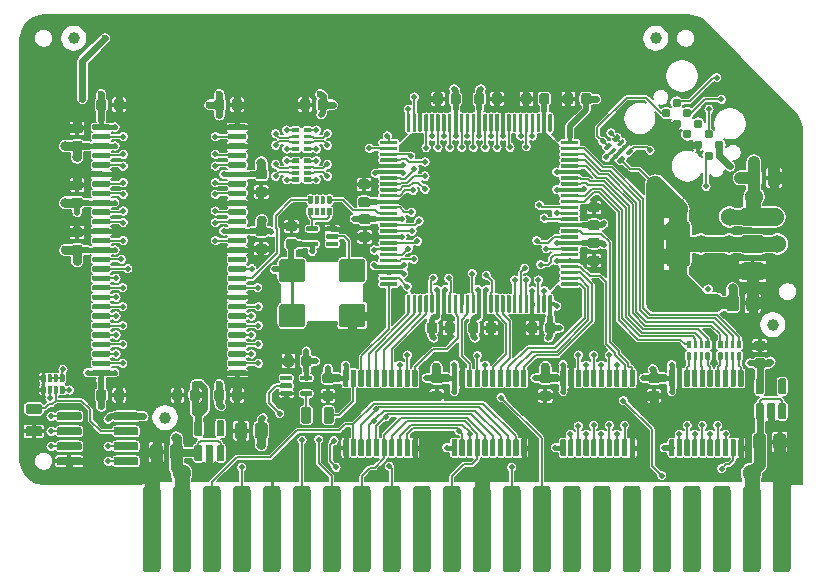
<source format=gtl>
G04 #@! TF.GenerationSoftware,KiCad,Pcbnew,(5.1.5-0-10_14)*
G04 #@! TF.CreationDate,2021-04-30T04:13:10-04:00*
G04 #@! TF.ProjectId,RAM2GS,52414d32-4753-42e6-9b69-6361645f7063,2.0*
G04 #@! TF.SameCoordinates,Original*
G04 #@! TF.FileFunction,Copper,L1,Top*
G04 #@! TF.FilePolarity,Positive*
%FSLAX46Y46*%
G04 Gerber Fmt 4.6, Leading zero omitted, Abs format (unit mm)*
G04 Created by KiCad (PCBNEW (5.1.5-0-10_14)) date 2021-04-30 04:13:10*
%MOMM*%
%LPD*%
G04 APERTURE LIST*
%ADD10C,0.100000*%
%ADD11C,0.787400*%
%ADD12C,1.000000*%
%ADD13C,2.000000*%
%ADD14C,0.500000*%
%ADD15C,0.762000*%
%ADD16C,0.800000*%
%ADD17C,0.600000*%
%ADD18C,1.524000*%
%ADD19C,0.508000*%
%ADD20C,0.450000*%
%ADD21C,0.508000*%
%ADD22C,0.762000*%
%ADD23C,0.800000*%
%ADD24C,0.600000*%
%ADD25C,1.270000*%
%ADD26C,1.524000*%
%ADD27C,1.000000*%
%ADD28C,0.500000*%
%ADD29C,0.400000*%
%ADD30C,0.250000*%
%ADD31C,0.300000*%
%ADD32C,0.150000*%
%ADD33C,0.700000*%
%ADD34C,0.895000*%
%ADD35C,0.254000*%
%ADD36C,0.152400*%
G04 APERTURE END LIST*
G04 #@! TA.AperFunction,SMDPad,CuDef*
D10*
G36*
X48208329Y-126576023D02*
G01*
X48228957Y-126579083D01*
X48249185Y-126584150D01*
X48268820Y-126591176D01*
X48287672Y-126600092D01*
X48305559Y-126610813D01*
X48322309Y-126623235D01*
X48337760Y-126637240D01*
X48351765Y-126652691D01*
X48364187Y-126669441D01*
X48374908Y-126687328D01*
X48383824Y-126706180D01*
X48390850Y-126725815D01*
X48395917Y-126746043D01*
X48398977Y-126766671D01*
X48400000Y-126787500D01*
X48400000Y-127212500D01*
X48398977Y-127233329D01*
X48395917Y-127253957D01*
X48390850Y-127274185D01*
X48383824Y-127293820D01*
X48374908Y-127312672D01*
X48364187Y-127330559D01*
X48351765Y-127347309D01*
X48337760Y-127362760D01*
X48322309Y-127376765D01*
X48305559Y-127389187D01*
X48287672Y-127399908D01*
X48268820Y-127408824D01*
X48249185Y-127415850D01*
X48228957Y-127420917D01*
X48208329Y-127423977D01*
X48187500Y-127425000D01*
X47212500Y-127425000D01*
X47191671Y-127423977D01*
X47171043Y-127420917D01*
X47150815Y-127415850D01*
X47131180Y-127408824D01*
X47112328Y-127399908D01*
X47094441Y-127389187D01*
X47077691Y-127376765D01*
X47062240Y-127362760D01*
X47048235Y-127347309D01*
X47035813Y-127330559D01*
X47025092Y-127312672D01*
X47016176Y-127293820D01*
X47009150Y-127274185D01*
X47004083Y-127253957D01*
X47001023Y-127233329D01*
X47000000Y-127212500D01*
X47000000Y-126787500D01*
X47001023Y-126766671D01*
X47004083Y-126746043D01*
X47009150Y-126725815D01*
X47016176Y-126706180D01*
X47025092Y-126687328D01*
X47035813Y-126669441D01*
X47048235Y-126652691D01*
X47062240Y-126637240D01*
X47077691Y-126623235D01*
X47094441Y-126610813D01*
X47112328Y-126600092D01*
X47131180Y-126591176D01*
X47150815Y-126584150D01*
X47171043Y-126579083D01*
X47191671Y-126576023D01*
X47212500Y-126575000D01*
X48187500Y-126575000D01*
X48208329Y-126576023D01*
G37*
G04 #@! TD.AperFunction*
G04 #@! TA.AperFunction,SMDPad,CuDef*
G36*
X48208329Y-124676023D02*
G01*
X48228957Y-124679083D01*
X48249185Y-124684150D01*
X48268820Y-124691176D01*
X48287672Y-124700092D01*
X48305559Y-124710813D01*
X48322309Y-124723235D01*
X48337760Y-124737240D01*
X48351765Y-124752691D01*
X48364187Y-124769441D01*
X48374908Y-124787328D01*
X48383824Y-124806180D01*
X48390850Y-124825815D01*
X48395917Y-124846043D01*
X48398977Y-124866671D01*
X48400000Y-124887500D01*
X48400000Y-125312500D01*
X48398977Y-125333329D01*
X48395917Y-125353957D01*
X48390850Y-125374185D01*
X48383824Y-125393820D01*
X48374908Y-125412672D01*
X48364187Y-125430559D01*
X48351765Y-125447309D01*
X48337760Y-125462760D01*
X48322309Y-125476765D01*
X48305559Y-125489187D01*
X48287672Y-125499908D01*
X48268820Y-125508824D01*
X48249185Y-125515850D01*
X48228957Y-125520917D01*
X48208329Y-125523977D01*
X48187500Y-125525000D01*
X47212500Y-125525000D01*
X47191671Y-125523977D01*
X47171043Y-125520917D01*
X47150815Y-125515850D01*
X47131180Y-125508824D01*
X47112328Y-125499908D01*
X47094441Y-125489187D01*
X47077691Y-125476765D01*
X47062240Y-125462760D01*
X47048235Y-125447309D01*
X47035813Y-125430559D01*
X47025092Y-125412672D01*
X47016176Y-125393820D01*
X47009150Y-125374185D01*
X47004083Y-125353957D01*
X47001023Y-125333329D01*
X47000000Y-125312500D01*
X47000000Y-124887500D01*
X47001023Y-124866671D01*
X47004083Y-124846043D01*
X47009150Y-124825815D01*
X47016176Y-124806180D01*
X47025092Y-124787328D01*
X47035813Y-124769441D01*
X47048235Y-124752691D01*
X47062240Y-124737240D01*
X47077691Y-124723235D01*
X47094441Y-124710813D01*
X47112328Y-124700092D01*
X47131180Y-124691176D01*
X47150815Y-124684150D01*
X47171043Y-124679083D01*
X47191671Y-124676023D01*
X47212500Y-124675000D01*
X48187500Y-124675000D01*
X48208329Y-124676023D01*
G37*
G04 #@! TD.AperFunction*
G04 #@! TA.AperFunction,SMDPad,CuDef*
G36*
X50209802Y-122175482D02*
G01*
X50219509Y-122176921D01*
X50229028Y-122179306D01*
X50238268Y-122182612D01*
X50247140Y-122186808D01*
X50255557Y-122191853D01*
X50263439Y-122197699D01*
X50270711Y-122204289D01*
X50277301Y-122211561D01*
X50283147Y-122219443D01*
X50288192Y-122227860D01*
X50292388Y-122236732D01*
X50295694Y-122245972D01*
X50298079Y-122255491D01*
X50299518Y-122265198D01*
X50300000Y-122275000D01*
X50300000Y-122725000D01*
X50299518Y-122734802D01*
X50298079Y-122744509D01*
X50295694Y-122754028D01*
X50292388Y-122763268D01*
X50288192Y-122772140D01*
X50283147Y-122780557D01*
X50277301Y-122788439D01*
X50270711Y-122795711D01*
X50263439Y-122802301D01*
X50255557Y-122808147D01*
X50247140Y-122813192D01*
X50238268Y-122817388D01*
X50229028Y-122820694D01*
X50219509Y-122823079D01*
X50209802Y-122824518D01*
X50200000Y-122825000D01*
X50000000Y-122825000D01*
X49990198Y-122824518D01*
X49980491Y-122823079D01*
X49970972Y-122820694D01*
X49961732Y-122817388D01*
X49952860Y-122813192D01*
X49944443Y-122808147D01*
X49936561Y-122802301D01*
X49929289Y-122795711D01*
X49922699Y-122788439D01*
X49916853Y-122780557D01*
X49911808Y-122772140D01*
X49907612Y-122763268D01*
X49904306Y-122754028D01*
X49901921Y-122744509D01*
X49900482Y-122734802D01*
X49900000Y-122725000D01*
X49900000Y-122275000D01*
X49900482Y-122265198D01*
X49901921Y-122255491D01*
X49904306Y-122245972D01*
X49907612Y-122236732D01*
X49911808Y-122227860D01*
X49916853Y-122219443D01*
X49922699Y-122211561D01*
X49929289Y-122204289D01*
X49936561Y-122197699D01*
X49944443Y-122191853D01*
X49952860Y-122186808D01*
X49961732Y-122182612D01*
X49970972Y-122179306D01*
X49980491Y-122176921D01*
X49990198Y-122175482D01*
X50000000Y-122175000D01*
X50200000Y-122175000D01*
X50209802Y-122175482D01*
G37*
G04 #@! TD.AperFunction*
G04 #@! TA.AperFunction,SMDPad,CuDef*
G36*
X49632351Y-122175361D02*
G01*
X49639632Y-122176441D01*
X49646771Y-122178229D01*
X49653701Y-122180709D01*
X49660355Y-122183856D01*
X49666668Y-122187640D01*
X49672579Y-122192024D01*
X49678033Y-122196967D01*
X49682976Y-122202421D01*
X49687360Y-122208332D01*
X49691144Y-122214645D01*
X49694291Y-122221299D01*
X49696771Y-122228229D01*
X49698559Y-122235368D01*
X49699639Y-122242649D01*
X49700000Y-122250000D01*
X49700000Y-122750000D01*
X49699639Y-122757351D01*
X49698559Y-122764632D01*
X49696771Y-122771771D01*
X49694291Y-122778701D01*
X49691144Y-122785355D01*
X49687360Y-122791668D01*
X49682976Y-122797579D01*
X49678033Y-122803033D01*
X49672579Y-122807976D01*
X49666668Y-122812360D01*
X49660355Y-122816144D01*
X49653701Y-122819291D01*
X49646771Y-122821771D01*
X49639632Y-122823559D01*
X49632351Y-122824639D01*
X49625000Y-122825000D01*
X49475000Y-122825000D01*
X49467649Y-122824639D01*
X49460368Y-122823559D01*
X49453229Y-122821771D01*
X49446299Y-122819291D01*
X49439645Y-122816144D01*
X49433332Y-122812360D01*
X49427421Y-122807976D01*
X49421967Y-122803033D01*
X49417024Y-122797579D01*
X49412640Y-122791668D01*
X49408856Y-122785355D01*
X49405709Y-122778701D01*
X49403229Y-122771771D01*
X49401441Y-122764632D01*
X49400361Y-122757351D01*
X49400000Y-122750000D01*
X49400000Y-122250000D01*
X49400361Y-122242649D01*
X49401441Y-122235368D01*
X49403229Y-122228229D01*
X49405709Y-122221299D01*
X49408856Y-122214645D01*
X49412640Y-122208332D01*
X49417024Y-122202421D01*
X49421967Y-122196967D01*
X49427421Y-122192024D01*
X49433332Y-122187640D01*
X49439645Y-122183856D01*
X49446299Y-122180709D01*
X49453229Y-122178229D01*
X49460368Y-122176441D01*
X49467649Y-122175361D01*
X49475000Y-122175000D01*
X49625000Y-122175000D01*
X49632351Y-122175361D01*
G37*
G04 #@! TD.AperFunction*
G04 #@! TA.AperFunction,SMDPad,CuDef*
G36*
X48609802Y-122175482D02*
G01*
X48619509Y-122176921D01*
X48629028Y-122179306D01*
X48638268Y-122182612D01*
X48647140Y-122186808D01*
X48655557Y-122191853D01*
X48663439Y-122197699D01*
X48670711Y-122204289D01*
X48677301Y-122211561D01*
X48683147Y-122219443D01*
X48688192Y-122227860D01*
X48692388Y-122236732D01*
X48695694Y-122245972D01*
X48698079Y-122255491D01*
X48699518Y-122265198D01*
X48700000Y-122275000D01*
X48700000Y-122725000D01*
X48699518Y-122734802D01*
X48698079Y-122744509D01*
X48695694Y-122754028D01*
X48692388Y-122763268D01*
X48688192Y-122772140D01*
X48683147Y-122780557D01*
X48677301Y-122788439D01*
X48670711Y-122795711D01*
X48663439Y-122802301D01*
X48655557Y-122808147D01*
X48647140Y-122813192D01*
X48638268Y-122817388D01*
X48629028Y-122820694D01*
X48619509Y-122823079D01*
X48609802Y-122824518D01*
X48600000Y-122825000D01*
X48400000Y-122825000D01*
X48390198Y-122824518D01*
X48380491Y-122823079D01*
X48370972Y-122820694D01*
X48361732Y-122817388D01*
X48352860Y-122813192D01*
X48344443Y-122808147D01*
X48336561Y-122802301D01*
X48329289Y-122795711D01*
X48322699Y-122788439D01*
X48316853Y-122780557D01*
X48311808Y-122772140D01*
X48307612Y-122763268D01*
X48304306Y-122754028D01*
X48301921Y-122744509D01*
X48300482Y-122734802D01*
X48300000Y-122725000D01*
X48300000Y-122275000D01*
X48300482Y-122265198D01*
X48301921Y-122255491D01*
X48304306Y-122245972D01*
X48307612Y-122236732D01*
X48311808Y-122227860D01*
X48316853Y-122219443D01*
X48322699Y-122211561D01*
X48329289Y-122204289D01*
X48336561Y-122197699D01*
X48344443Y-122191853D01*
X48352860Y-122186808D01*
X48361732Y-122182612D01*
X48370972Y-122179306D01*
X48380491Y-122176921D01*
X48390198Y-122175482D01*
X48400000Y-122175000D01*
X48600000Y-122175000D01*
X48609802Y-122175482D01*
G37*
G04 #@! TD.AperFunction*
G04 #@! TA.AperFunction,SMDPad,CuDef*
G36*
X49132351Y-122175361D02*
G01*
X49139632Y-122176441D01*
X49146771Y-122178229D01*
X49153701Y-122180709D01*
X49160355Y-122183856D01*
X49166668Y-122187640D01*
X49172579Y-122192024D01*
X49178033Y-122196967D01*
X49182976Y-122202421D01*
X49187360Y-122208332D01*
X49191144Y-122214645D01*
X49194291Y-122221299D01*
X49196771Y-122228229D01*
X49198559Y-122235368D01*
X49199639Y-122242649D01*
X49200000Y-122250000D01*
X49200000Y-122750000D01*
X49199639Y-122757351D01*
X49198559Y-122764632D01*
X49196771Y-122771771D01*
X49194291Y-122778701D01*
X49191144Y-122785355D01*
X49187360Y-122791668D01*
X49182976Y-122797579D01*
X49178033Y-122803033D01*
X49172579Y-122807976D01*
X49166668Y-122812360D01*
X49160355Y-122816144D01*
X49153701Y-122819291D01*
X49146771Y-122821771D01*
X49139632Y-122823559D01*
X49132351Y-122824639D01*
X49125000Y-122825000D01*
X48975000Y-122825000D01*
X48967649Y-122824639D01*
X48960368Y-122823559D01*
X48953229Y-122821771D01*
X48946299Y-122819291D01*
X48939645Y-122816144D01*
X48933332Y-122812360D01*
X48927421Y-122807976D01*
X48921967Y-122803033D01*
X48917024Y-122797579D01*
X48912640Y-122791668D01*
X48908856Y-122785355D01*
X48905709Y-122778701D01*
X48903229Y-122771771D01*
X48901441Y-122764632D01*
X48900361Y-122757351D01*
X48900000Y-122750000D01*
X48900000Y-122250000D01*
X48900361Y-122242649D01*
X48901441Y-122235368D01*
X48903229Y-122228229D01*
X48905709Y-122221299D01*
X48908856Y-122214645D01*
X48912640Y-122208332D01*
X48917024Y-122202421D01*
X48921967Y-122196967D01*
X48927421Y-122192024D01*
X48933332Y-122187640D01*
X48939645Y-122183856D01*
X48946299Y-122180709D01*
X48953229Y-122178229D01*
X48960368Y-122176441D01*
X48967649Y-122175361D01*
X48975000Y-122175000D01*
X49125000Y-122175000D01*
X49132351Y-122175361D01*
G37*
G04 #@! TD.AperFunction*
G04 #@! TA.AperFunction,SMDPad,CuDef*
G36*
X50209802Y-123175482D02*
G01*
X50219509Y-123176921D01*
X50229028Y-123179306D01*
X50238268Y-123182612D01*
X50247140Y-123186808D01*
X50255557Y-123191853D01*
X50263439Y-123197699D01*
X50270711Y-123204289D01*
X50277301Y-123211561D01*
X50283147Y-123219443D01*
X50288192Y-123227860D01*
X50292388Y-123236732D01*
X50295694Y-123245972D01*
X50298079Y-123255491D01*
X50299518Y-123265198D01*
X50300000Y-123275000D01*
X50300000Y-123725000D01*
X50299518Y-123734802D01*
X50298079Y-123744509D01*
X50295694Y-123754028D01*
X50292388Y-123763268D01*
X50288192Y-123772140D01*
X50283147Y-123780557D01*
X50277301Y-123788439D01*
X50270711Y-123795711D01*
X50263439Y-123802301D01*
X50255557Y-123808147D01*
X50247140Y-123813192D01*
X50238268Y-123817388D01*
X50229028Y-123820694D01*
X50219509Y-123823079D01*
X50209802Y-123824518D01*
X50200000Y-123825000D01*
X50000000Y-123825000D01*
X49990198Y-123824518D01*
X49980491Y-123823079D01*
X49970972Y-123820694D01*
X49961732Y-123817388D01*
X49952860Y-123813192D01*
X49944443Y-123808147D01*
X49936561Y-123802301D01*
X49929289Y-123795711D01*
X49922699Y-123788439D01*
X49916853Y-123780557D01*
X49911808Y-123772140D01*
X49907612Y-123763268D01*
X49904306Y-123754028D01*
X49901921Y-123744509D01*
X49900482Y-123734802D01*
X49900000Y-123725000D01*
X49900000Y-123275000D01*
X49900482Y-123265198D01*
X49901921Y-123255491D01*
X49904306Y-123245972D01*
X49907612Y-123236732D01*
X49911808Y-123227860D01*
X49916853Y-123219443D01*
X49922699Y-123211561D01*
X49929289Y-123204289D01*
X49936561Y-123197699D01*
X49944443Y-123191853D01*
X49952860Y-123186808D01*
X49961732Y-123182612D01*
X49970972Y-123179306D01*
X49980491Y-123176921D01*
X49990198Y-123175482D01*
X50000000Y-123175000D01*
X50200000Y-123175000D01*
X50209802Y-123175482D01*
G37*
G04 #@! TD.AperFunction*
G04 #@! TA.AperFunction,SMDPad,CuDef*
G36*
X49132351Y-123175361D02*
G01*
X49139632Y-123176441D01*
X49146771Y-123178229D01*
X49153701Y-123180709D01*
X49160355Y-123183856D01*
X49166668Y-123187640D01*
X49172579Y-123192024D01*
X49178033Y-123196967D01*
X49182976Y-123202421D01*
X49187360Y-123208332D01*
X49191144Y-123214645D01*
X49194291Y-123221299D01*
X49196771Y-123228229D01*
X49198559Y-123235368D01*
X49199639Y-123242649D01*
X49200000Y-123250000D01*
X49200000Y-123750000D01*
X49199639Y-123757351D01*
X49198559Y-123764632D01*
X49196771Y-123771771D01*
X49194291Y-123778701D01*
X49191144Y-123785355D01*
X49187360Y-123791668D01*
X49182976Y-123797579D01*
X49178033Y-123803033D01*
X49172579Y-123807976D01*
X49166668Y-123812360D01*
X49160355Y-123816144D01*
X49153701Y-123819291D01*
X49146771Y-123821771D01*
X49139632Y-123823559D01*
X49132351Y-123824639D01*
X49125000Y-123825000D01*
X48975000Y-123825000D01*
X48967649Y-123824639D01*
X48960368Y-123823559D01*
X48953229Y-123821771D01*
X48946299Y-123819291D01*
X48939645Y-123816144D01*
X48933332Y-123812360D01*
X48927421Y-123807976D01*
X48921967Y-123803033D01*
X48917024Y-123797579D01*
X48912640Y-123791668D01*
X48908856Y-123785355D01*
X48905709Y-123778701D01*
X48903229Y-123771771D01*
X48901441Y-123764632D01*
X48900361Y-123757351D01*
X48900000Y-123750000D01*
X48900000Y-123250000D01*
X48900361Y-123242649D01*
X48901441Y-123235368D01*
X48903229Y-123228229D01*
X48905709Y-123221299D01*
X48908856Y-123214645D01*
X48912640Y-123208332D01*
X48917024Y-123202421D01*
X48921967Y-123196967D01*
X48927421Y-123192024D01*
X48933332Y-123187640D01*
X48939645Y-123183856D01*
X48946299Y-123180709D01*
X48953229Y-123178229D01*
X48960368Y-123176441D01*
X48967649Y-123175361D01*
X48975000Y-123175000D01*
X49125000Y-123175000D01*
X49132351Y-123175361D01*
G37*
G04 #@! TD.AperFunction*
G04 #@! TA.AperFunction,SMDPad,CuDef*
G36*
X49632351Y-123175361D02*
G01*
X49639632Y-123176441D01*
X49646771Y-123178229D01*
X49653701Y-123180709D01*
X49660355Y-123183856D01*
X49666668Y-123187640D01*
X49672579Y-123192024D01*
X49678033Y-123196967D01*
X49682976Y-123202421D01*
X49687360Y-123208332D01*
X49691144Y-123214645D01*
X49694291Y-123221299D01*
X49696771Y-123228229D01*
X49698559Y-123235368D01*
X49699639Y-123242649D01*
X49700000Y-123250000D01*
X49700000Y-123750000D01*
X49699639Y-123757351D01*
X49698559Y-123764632D01*
X49696771Y-123771771D01*
X49694291Y-123778701D01*
X49691144Y-123785355D01*
X49687360Y-123791668D01*
X49682976Y-123797579D01*
X49678033Y-123803033D01*
X49672579Y-123807976D01*
X49666668Y-123812360D01*
X49660355Y-123816144D01*
X49653701Y-123819291D01*
X49646771Y-123821771D01*
X49639632Y-123823559D01*
X49632351Y-123824639D01*
X49625000Y-123825000D01*
X49475000Y-123825000D01*
X49467649Y-123824639D01*
X49460368Y-123823559D01*
X49453229Y-123821771D01*
X49446299Y-123819291D01*
X49439645Y-123816144D01*
X49433332Y-123812360D01*
X49427421Y-123807976D01*
X49421967Y-123803033D01*
X49417024Y-123797579D01*
X49412640Y-123791668D01*
X49408856Y-123785355D01*
X49405709Y-123778701D01*
X49403229Y-123771771D01*
X49401441Y-123764632D01*
X49400361Y-123757351D01*
X49400000Y-123750000D01*
X49400000Y-123250000D01*
X49400361Y-123242649D01*
X49401441Y-123235368D01*
X49403229Y-123228229D01*
X49405709Y-123221299D01*
X49408856Y-123214645D01*
X49412640Y-123208332D01*
X49417024Y-123202421D01*
X49421967Y-123196967D01*
X49427421Y-123192024D01*
X49433332Y-123187640D01*
X49439645Y-123183856D01*
X49446299Y-123180709D01*
X49453229Y-123178229D01*
X49460368Y-123176441D01*
X49467649Y-123175361D01*
X49475000Y-123175000D01*
X49625000Y-123175000D01*
X49632351Y-123175361D01*
G37*
G04 #@! TD.AperFunction*
G04 #@! TA.AperFunction,SMDPad,CuDef*
G36*
X48609802Y-123175482D02*
G01*
X48619509Y-123176921D01*
X48629028Y-123179306D01*
X48638268Y-123182612D01*
X48647140Y-123186808D01*
X48655557Y-123191853D01*
X48663439Y-123197699D01*
X48670711Y-123204289D01*
X48677301Y-123211561D01*
X48683147Y-123219443D01*
X48688192Y-123227860D01*
X48692388Y-123236732D01*
X48695694Y-123245972D01*
X48698079Y-123255491D01*
X48699518Y-123265198D01*
X48700000Y-123275000D01*
X48700000Y-123725000D01*
X48699518Y-123734802D01*
X48698079Y-123744509D01*
X48695694Y-123754028D01*
X48692388Y-123763268D01*
X48688192Y-123772140D01*
X48683147Y-123780557D01*
X48677301Y-123788439D01*
X48670711Y-123795711D01*
X48663439Y-123802301D01*
X48655557Y-123808147D01*
X48647140Y-123813192D01*
X48638268Y-123817388D01*
X48629028Y-123820694D01*
X48619509Y-123823079D01*
X48609802Y-123824518D01*
X48600000Y-123825000D01*
X48400000Y-123825000D01*
X48390198Y-123824518D01*
X48380491Y-123823079D01*
X48370972Y-123820694D01*
X48361732Y-123817388D01*
X48352860Y-123813192D01*
X48344443Y-123808147D01*
X48336561Y-123802301D01*
X48329289Y-123795711D01*
X48322699Y-123788439D01*
X48316853Y-123780557D01*
X48311808Y-123772140D01*
X48307612Y-123763268D01*
X48304306Y-123754028D01*
X48301921Y-123744509D01*
X48300482Y-123734802D01*
X48300000Y-123725000D01*
X48300000Y-123275000D01*
X48300482Y-123265198D01*
X48301921Y-123255491D01*
X48304306Y-123245972D01*
X48307612Y-123236732D01*
X48311808Y-123227860D01*
X48316853Y-123219443D01*
X48322699Y-123211561D01*
X48329289Y-123204289D01*
X48336561Y-123197699D01*
X48344443Y-123191853D01*
X48352860Y-123186808D01*
X48361732Y-123182612D01*
X48370972Y-123179306D01*
X48380491Y-123176921D01*
X48390198Y-123175482D01*
X48400000Y-123175000D01*
X48600000Y-123175000D01*
X48609802Y-123175482D01*
G37*
G04 #@! TD.AperFunction*
G04 #@! TA.AperFunction,SMDPad,CuDef*
G36*
X72383329Y-98876023D02*
G01*
X72403957Y-98879083D01*
X72424185Y-98884150D01*
X72443820Y-98891176D01*
X72462672Y-98900092D01*
X72480559Y-98910813D01*
X72497309Y-98923235D01*
X72512760Y-98937240D01*
X72526765Y-98952691D01*
X72539187Y-98969441D01*
X72549908Y-98987328D01*
X72558824Y-99006180D01*
X72565850Y-99025815D01*
X72570917Y-99046043D01*
X72573977Y-99066671D01*
X72575000Y-99087500D01*
X72575000Y-99612500D01*
X72573977Y-99633329D01*
X72570917Y-99653957D01*
X72565850Y-99674185D01*
X72558824Y-99693820D01*
X72549908Y-99712672D01*
X72539187Y-99730559D01*
X72526765Y-99747309D01*
X72512760Y-99762760D01*
X72497309Y-99776765D01*
X72480559Y-99789187D01*
X72462672Y-99799908D01*
X72443820Y-99808824D01*
X72424185Y-99815850D01*
X72403957Y-99820917D01*
X72383329Y-99823977D01*
X72362500Y-99825000D01*
X71937500Y-99825000D01*
X71916671Y-99823977D01*
X71896043Y-99820917D01*
X71875815Y-99815850D01*
X71856180Y-99808824D01*
X71837328Y-99799908D01*
X71819441Y-99789187D01*
X71802691Y-99776765D01*
X71787240Y-99762760D01*
X71773235Y-99747309D01*
X71760813Y-99730559D01*
X71750092Y-99712672D01*
X71741176Y-99693820D01*
X71734150Y-99674185D01*
X71729083Y-99653957D01*
X71726023Y-99633329D01*
X71725000Y-99612500D01*
X71725000Y-99087500D01*
X71726023Y-99066671D01*
X71729083Y-99046043D01*
X71734150Y-99025815D01*
X71741176Y-99006180D01*
X71750092Y-98987328D01*
X71760813Y-98969441D01*
X71773235Y-98952691D01*
X71787240Y-98937240D01*
X71802691Y-98923235D01*
X71819441Y-98910813D01*
X71837328Y-98900092D01*
X71856180Y-98891176D01*
X71875815Y-98884150D01*
X71896043Y-98879083D01*
X71916671Y-98876023D01*
X71937500Y-98875000D01*
X72362500Y-98875000D01*
X72383329Y-98876023D01*
G37*
G04 #@! TD.AperFunction*
G04 #@! TA.AperFunction,SMDPad,CuDef*
G36*
X70883329Y-98876023D02*
G01*
X70903957Y-98879083D01*
X70924185Y-98884150D01*
X70943820Y-98891176D01*
X70962672Y-98900092D01*
X70980559Y-98910813D01*
X70997309Y-98923235D01*
X71012760Y-98937240D01*
X71026765Y-98952691D01*
X71039187Y-98969441D01*
X71049908Y-98987328D01*
X71058824Y-99006180D01*
X71065850Y-99025815D01*
X71070917Y-99046043D01*
X71073977Y-99066671D01*
X71075000Y-99087500D01*
X71075000Y-99612500D01*
X71073977Y-99633329D01*
X71070917Y-99653957D01*
X71065850Y-99674185D01*
X71058824Y-99693820D01*
X71049908Y-99712672D01*
X71039187Y-99730559D01*
X71026765Y-99747309D01*
X71012760Y-99762760D01*
X70997309Y-99776765D01*
X70980559Y-99789187D01*
X70962672Y-99799908D01*
X70943820Y-99808824D01*
X70924185Y-99815850D01*
X70903957Y-99820917D01*
X70883329Y-99823977D01*
X70862500Y-99825000D01*
X70437500Y-99825000D01*
X70416671Y-99823977D01*
X70396043Y-99820917D01*
X70375815Y-99815850D01*
X70356180Y-99808824D01*
X70337328Y-99799908D01*
X70319441Y-99789187D01*
X70302691Y-99776765D01*
X70287240Y-99762760D01*
X70273235Y-99747309D01*
X70260813Y-99730559D01*
X70250092Y-99712672D01*
X70241176Y-99693820D01*
X70234150Y-99674185D01*
X70229083Y-99653957D01*
X70226023Y-99633329D01*
X70225000Y-99612500D01*
X70225000Y-99087500D01*
X70226023Y-99066671D01*
X70229083Y-99046043D01*
X70234150Y-99025815D01*
X70241176Y-99006180D01*
X70250092Y-98987328D01*
X70260813Y-98969441D01*
X70273235Y-98952691D01*
X70287240Y-98937240D01*
X70302691Y-98923235D01*
X70319441Y-98910813D01*
X70337328Y-98900092D01*
X70356180Y-98891176D01*
X70375815Y-98884150D01*
X70396043Y-98879083D01*
X70416671Y-98876023D01*
X70437500Y-98875000D01*
X70862500Y-98875000D01*
X70883329Y-98876023D01*
G37*
G04 #@! TD.AperFunction*
G04 #@! TA.AperFunction,SMDPad,CuDef*
G36*
X56378153Y-125380843D02*
G01*
X56395141Y-125383363D01*
X56411800Y-125387535D01*
X56427970Y-125393321D01*
X56443494Y-125400664D01*
X56458225Y-125409493D01*
X56472019Y-125419723D01*
X56484744Y-125431256D01*
X56496277Y-125443981D01*
X56506507Y-125457775D01*
X56515336Y-125472506D01*
X56522679Y-125488030D01*
X56528465Y-125504200D01*
X56532637Y-125520859D01*
X56535157Y-125537847D01*
X56536000Y-125555000D01*
X56536000Y-125905000D01*
X56535157Y-125922153D01*
X56532637Y-125939141D01*
X56528465Y-125955800D01*
X56522679Y-125971970D01*
X56515336Y-125987494D01*
X56506507Y-126002225D01*
X56496277Y-126016019D01*
X56484744Y-126028744D01*
X56472019Y-126040277D01*
X56458225Y-126050507D01*
X56443494Y-126059336D01*
X56427970Y-126066679D01*
X56411800Y-126072465D01*
X56395141Y-126076637D01*
X56378153Y-126079157D01*
X56361000Y-126080000D01*
X54611000Y-126080000D01*
X54593847Y-126079157D01*
X54576859Y-126076637D01*
X54560200Y-126072465D01*
X54544030Y-126066679D01*
X54528506Y-126059336D01*
X54513775Y-126050507D01*
X54499981Y-126040277D01*
X54487256Y-126028744D01*
X54475723Y-126016019D01*
X54465493Y-126002225D01*
X54456664Y-125987494D01*
X54449321Y-125971970D01*
X54443535Y-125955800D01*
X54439363Y-125939141D01*
X54436843Y-125922153D01*
X54436000Y-125905000D01*
X54436000Y-125555000D01*
X54436843Y-125537847D01*
X54439363Y-125520859D01*
X54443535Y-125504200D01*
X54449321Y-125488030D01*
X54456664Y-125472506D01*
X54465493Y-125457775D01*
X54475723Y-125443981D01*
X54487256Y-125431256D01*
X54499981Y-125419723D01*
X54513775Y-125409493D01*
X54528506Y-125400664D01*
X54544030Y-125393321D01*
X54560200Y-125387535D01*
X54576859Y-125383363D01*
X54593847Y-125380843D01*
X54611000Y-125380000D01*
X56361000Y-125380000D01*
X56378153Y-125380843D01*
G37*
G04 #@! TD.AperFunction*
G04 #@! TA.AperFunction,SMDPad,CuDef*
G36*
X56378153Y-126650843D02*
G01*
X56395141Y-126653363D01*
X56411800Y-126657535D01*
X56427970Y-126663321D01*
X56443494Y-126670664D01*
X56458225Y-126679493D01*
X56472019Y-126689723D01*
X56484744Y-126701256D01*
X56496277Y-126713981D01*
X56506507Y-126727775D01*
X56515336Y-126742506D01*
X56522679Y-126758030D01*
X56528465Y-126774200D01*
X56532637Y-126790859D01*
X56535157Y-126807847D01*
X56536000Y-126825000D01*
X56536000Y-127175000D01*
X56535157Y-127192153D01*
X56532637Y-127209141D01*
X56528465Y-127225800D01*
X56522679Y-127241970D01*
X56515336Y-127257494D01*
X56506507Y-127272225D01*
X56496277Y-127286019D01*
X56484744Y-127298744D01*
X56472019Y-127310277D01*
X56458225Y-127320507D01*
X56443494Y-127329336D01*
X56427970Y-127336679D01*
X56411800Y-127342465D01*
X56395141Y-127346637D01*
X56378153Y-127349157D01*
X56361000Y-127350000D01*
X54611000Y-127350000D01*
X54593847Y-127349157D01*
X54576859Y-127346637D01*
X54560200Y-127342465D01*
X54544030Y-127336679D01*
X54528506Y-127329336D01*
X54513775Y-127320507D01*
X54499981Y-127310277D01*
X54487256Y-127298744D01*
X54475723Y-127286019D01*
X54465493Y-127272225D01*
X54456664Y-127257494D01*
X54449321Y-127241970D01*
X54443535Y-127225800D01*
X54439363Y-127209141D01*
X54436843Y-127192153D01*
X54436000Y-127175000D01*
X54436000Y-126825000D01*
X54436843Y-126807847D01*
X54439363Y-126790859D01*
X54443535Y-126774200D01*
X54449321Y-126758030D01*
X54456664Y-126742506D01*
X54465493Y-126727775D01*
X54475723Y-126713981D01*
X54487256Y-126701256D01*
X54499981Y-126689723D01*
X54513775Y-126679493D01*
X54528506Y-126670664D01*
X54544030Y-126663321D01*
X54560200Y-126657535D01*
X54576859Y-126653363D01*
X54593847Y-126650843D01*
X54611000Y-126650000D01*
X56361000Y-126650000D01*
X56378153Y-126650843D01*
G37*
G04 #@! TD.AperFunction*
G04 #@! TA.AperFunction,SMDPad,CuDef*
G36*
X56378153Y-127920843D02*
G01*
X56395141Y-127923363D01*
X56411800Y-127927535D01*
X56427970Y-127933321D01*
X56443494Y-127940664D01*
X56458225Y-127949493D01*
X56472019Y-127959723D01*
X56484744Y-127971256D01*
X56496277Y-127983981D01*
X56506507Y-127997775D01*
X56515336Y-128012506D01*
X56522679Y-128028030D01*
X56528465Y-128044200D01*
X56532637Y-128060859D01*
X56535157Y-128077847D01*
X56536000Y-128095000D01*
X56536000Y-128445000D01*
X56535157Y-128462153D01*
X56532637Y-128479141D01*
X56528465Y-128495800D01*
X56522679Y-128511970D01*
X56515336Y-128527494D01*
X56506507Y-128542225D01*
X56496277Y-128556019D01*
X56484744Y-128568744D01*
X56472019Y-128580277D01*
X56458225Y-128590507D01*
X56443494Y-128599336D01*
X56427970Y-128606679D01*
X56411800Y-128612465D01*
X56395141Y-128616637D01*
X56378153Y-128619157D01*
X56361000Y-128620000D01*
X54611000Y-128620000D01*
X54593847Y-128619157D01*
X54576859Y-128616637D01*
X54560200Y-128612465D01*
X54544030Y-128606679D01*
X54528506Y-128599336D01*
X54513775Y-128590507D01*
X54499981Y-128580277D01*
X54487256Y-128568744D01*
X54475723Y-128556019D01*
X54465493Y-128542225D01*
X54456664Y-128527494D01*
X54449321Y-128511970D01*
X54443535Y-128495800D01*
X54439363Y-128479141D01*
X54436843Y-128462153D01*
X54436000Y-128445000D01*
X54436000Y-128095000D01*
X54436843Y-128077847D01*
X54439363Y-128060859D01*
X54443535Y-128044200D01*
X54449321Y-128028030D01*
X54456664Y-128012506D01*
X54465493Y-127997775D01*
X54475723Y-127983981D01*
X54487256Y-127971256D01*
X54499981Y-127959723D01*
X54513775Y-127949493D01*
X54528506Y-127940664D01*
X54544030Y-127933321D01*
X54560200Y-127927535D01*
X54576859Y-127923363D01*
X54593847Y-127920843D01*
X54611000Y-127920000D01*
X56361000Y-127920000D01*
X56378153Y-127920843D01*
G37*
G04 #@! TD.AperFunction*
G04 #@! TA.AperFunction,SMDPad,CuDef*
G36*
X56378153Y-129190843D02*
G01*
X56395141Y-129193363D01*
X56411800Y-129197535D01*
X56427970Y-129203321D01*
X56443494Y-129210664D01*
X56458225Y-129219493D01*
X56472019Y-129229723D01*
X56484744Y-129241256D01*
X56496277Y-129253981D01*
X56506507Y-129267775D01*
X56515336Y-129282506D01*
X56522679Y-129298030D01*
X56528465Y-129314200D01*
X56532637Y-129330859D01*
X56535157Y-129347847D01*
X56536000Y-129365000D01*
X56536000Y-129715000D01*
X56535157Y-129732153D01*
X56532637Y-129749141D01*
X56528465Y-129765800D01*
X56522679Y-129781970D01*
X56515336Y-129797494D01*
X56506507Y-129812225D01*
X56496277Y-129826019D01*
X56484744Y-129838744D01*
X56472019Y-129850277D01*
X56458225Y-129860507D01*
X56443494Y-129869336D01*
X56427970Y-129876679D01*
X56411800Y-129882465D01*
X56395141Y-129886637D01*
X56378153Y-129889157D01*
X56361000Y-129890000D01*
X54611000Y-129890000D01*
X54593847Y-129889157D01*
X54576859Y-129886637D01*
X54560200Y-129882465D01*
X54544030Y-129876679D01*
X54528506Y-129869336D01*
X54513775Y-129860507D01*
X54499981Y-129850277D01*
X54487256Y-129838744D01*
X54475723Y-129826019D01*
X54465493Y-129812225D01*
X54456664Y-129797494D01*
X54449321Y-129781970D01*
X54443535Y-129765800D01*
X54439363Y-129749141D01*
X54436843Y-129732153D01*
X54436000Y-129715000D01*
X54436000Y-129365000D01*
X54436843Y-129347847D01*
X54439363Y-129330859D01*
X54443535Y-129314200D01*
X54449321Y-129298030D01*
X54456664Y-129282506D01*
X54465493Y-129267775D01*
X54475723Y-129253981D01*
X54487256Y-129241256D01*
X54499981Y-129229723D01*
X54513775Y-129219493D01*
X54528506Y-129210664D01*
X54544030Y-129203321D01*
X54560200Y-129197535D01*
X54576859Y-129193363D01*
X54593847Y-129190843D01*
X54611000Y-129190000D01*
X56361000Y-129190000D01*
X56378153Y-129190843D01*
G37*
G04 #@! TD.AperFunction*
G04 #@! TA.AperFunction,SMDPad,CuDef*
G36*
X51578153Y-129190843D02*
G01*
X51595141Y-129193363D01*
X51611800Y-129197535D01*
X51627970Y-129203321D01*
X51643494Y-129210664D01*
X51658225Y-129219493D01*
X51672019Y-129229723D01*
X51684744Y-129241256D01*
X51696277Y-129253981D01*
X51706507Y-129267775D01*
X51715336Y-129282506D01*
X51722679Y-129298030D01*
X51728465Y-129314200D01*
X51732637Y-129330859D01*
X51735157Y-129347847D01*
X51736000Y-129365000D01*
X51736000Y-129715000D01*
X51735157Y-129732153D01*
X51732637Y-129749141D01*
X51728465Y-129765800D01*
X51722679Y-129781970D01*
X51715336Y-129797494D01*
X51706507Y-129812225D01*
X51696277Y-129826019D01*
X51684744Y-129838744D01*
X51672019Y-129850277D01*
X51658225Y-129860507D01*
X51643494Y-129869336D01*
X51627970Y-129876679D01*
X51611800Y-129882465D01*
X51595141Y-129886637D01*
X51578153Y-129889157D01*
X51561000Y-129890000D01*
X49811000Y-129890000D01*
X49793847Y-129889157D01*
X49776859Y-129886637D01*
X49760200Y-129882465D01*
X49744030Y-129876679D01*
X49728506Y-129869336D01*
X49713775Y-129860507D01*
X49699981Y-129850277D01*
X49687256Y-129838744D01*
X49675723Y-129826019D01*
X49665493Y-129812225D01*
X49656664Y-129797494D01*
X49649321Y-129781970D01*
X49643535Y-129765800D01*
X49639363Y-129749141D01*
X49636843Y-129732153D01*
X49636000Y-129715000D01*
X49636000Y-129365000D01*
X49636843Y-129347847D01*
X49639363Y-129330859D01*
X49643535Y-129314200D01*
X49649321Y-129298030D01*
X49656664Y-129282506D01*
X49665493Y-129267775D01*
X49675723Y-129253981D01*
X49687256Y-129241256D01*
X49699981Y-129229723D01*
X49713775Y-129219493D01*
X49728506Y-129210664D01*
X49744030Y-129203321D01*
X49760200Y-129197535D01*
X49776859Y-129193363D01*
X49793847Y-129190843D01*
X49811000Y-129190000D01*
X51561000Y-129190000D01*
X51578153Y-129190843D01*
G37*
G04 #@! TD.AperFunction*
G04 #@! TA.AperFunction,SMDPad,CuDef*
G36*
X51578153Y-127920843D02*
G01*
X51595141Y-127923363D01*
X51611800Y-127927535D01*
X51627970Y-127933321D01*
X51643494Y-127940664D01*
X51658225Y-127949493D01*
X51672019Y-127959723D01*
X51684744Y-127971256D01*
X51696277Y-127983981D01*
X51706507Y-127997775D01*
X51715336Y-128012506D01*
X51722679Y-128028030D01*
X51728465Y-128044200D01*
X51732637Y-128060859D01*
X51735157Y-128077847D01*
X51736000Y-128095000D01*
X51736000Y-128445000D01*
X51735157Y-128462153D01*
X51732637Y-128479141D01*
X51728465Y-128495800D01*
X51722679Y-128511970D01*
X51715336Y-128527494D01*
X51706507Y-128542225D01*
X51696277Y-128556019D01*
X51684744Y-128568744D01*
X51672019Y-128580277D01*
X51658225Y-128590507D01*
X51643494Y-128599336D01*
X51627970Y-128606679D01*
X51611800Y-128612465D01*
X51595141Y-128616637D01*
X51578153Y-128619157D01*
X51561000Y-128620000D01*
X49811000Y-128620000D01*
X49793847Y-128619157D01*
X49776859Y-128616637D01*
X49760200Y-128612465D01*
X49744030Y-128606679D01*
X49728506Y-128599336D01*
X49713775Y-128590507D01*
X49699981Y-128580277D01*
X49687256Y-128568744D01*
X49675723Y-128556019D01*
X49665493Y-128542225D01*
X49656664Y-128527494D01*
X49649321Y-128511970D01*
X49643535Y-128495800D01*
X49639363Y-128479141D01*
X49636843Y-128462153D01*
X49636000Y-128445000D01*
X49636000Y-128095000D01*
X49636843Y-128077847D01*
X49639363Y-128060859D01*
X49643535Y-128044200D01*
X49649321Y-128028030D01*
X49656664Y-128012506D01*
X49665493Y-127997775D01*
X49675723Y-127983981D01*
X49687256Y-127971256D01*
X49699981Y-127959723D01*
X49713775Y-127949493D01*
X49728506Y-127940664D01*
X49744030Y-127933321D01*
X49760200Y-127927535D01*
X49776859Y-127923363D01*
X49793847Y-127920843D01*
X49811000Y-127920000D01*
X51561000Y-127920000D01*
X51578153Y-127920843D01*
G37*
G04 #@! TD.AperFunction*
G04 #@! TA.AperFunction,SMDPad,CuDef*
G36*
X51578153Y-126650843D02*
G01*
X51595141Y-126653363D01*
X51611800Y-126657535D01*
X51627970Y-126663321D01*
X51643494Y-126670664D01*
X51658225Y-126679493D01*
X51672019Y-126689723D01*
X51684744Y-126701256D01*
X51696277Y-126713981D01*
X51706507Y-126727775D01*
X51715336Y-126742506D01*
X51722679Y-126758030D01*
X51728465Y-126774200D01*
X51732637Y-126790859D01*
X51735157Y-126807847D01*
X51736000Y-126825000D01*
X51736000Y-127175000D01*
X51735157Y-127192153D01*
X51732637Y-127209141D01*
X51728465Y-127225800D01*
X51722679Y-127241970D01*
X51715336Y-127257494D01*
X51706507Y-127272225D01*
X51696277Y-127286019D01*
X51684744Y-127298744D01*
X51672019Y-127310277D01*
X51658225Y-127320507D01*
X51643494Y-127329336D01*
X51627970Y-127336679D01*
X51611800Y-127342465D01*
X51595141Y-127346637D01*
X51578153Y-127349157D01*
X51561000Y-127350000D01*
X49811000Y-127350000D01*
X49793847Y-127349157D01*
X49776859Y-127346637D01*
X49760200Y-127342465D01*
X49744030Y-127336679D01*
X49728506Y-127329336D01*
X49713775Y-127320507D01*
X49699981Y-127310277D01*
X49687256Y-127298744D01*
X49675723Y-127286019D01*
X49665493Y-127272225D01*
X49656664Y-127257494D01*
X49649321Y-127241970D01*
X49643535Y-127225800D01*
X49639363Y-127209141D01*
X49636843Y-127192153D01*
X49636000Y-127175000D01*
X49636000Y-126825000D01*
X49636843Y-126807847D01*
X49639363Y-126790859D01*
X49643535Y-126774200D01*
X49649321Y-126758030D01*
X49656664Y-126742506D01*
X49665493Y-126727775D01*
X49675723Y-126713981D01*
X49687256Y-126701256D01*
X49699981Y-126689723D01*
X49713775Y-126679493D01*
X49728506Y-126670664D01*
X49744030Y-126663321D01*
X49760200Y-126657535D01*
X49776859Y-126653363D01*
X49793847Y-126650843D01*
X49811000Y-126650000D01*
X51561000Y-126650000D01*
X51578153Y-126650843D01*
G37*
G04 #@! TD.AperFunction*
G04 #@! TA.AperFunction,SMDPad,CuDef*
G36*
X51578153Y-125380843D02*
G01*
X51595141Y-125383363D01*
X51611800Y-125387535D01*
X51627970Y-125393321D01*
X51643494Y-125400664D01*
X51658225Y-125409493D01*
X51672019Y-125419723D01*
X51684744Y-125431256D01*
X51696277Y-125443981D01*
X51706507Y-125457775D01*
X51715336Y-125472506D01*
X51722679Y-125488030D01*
X51728465Y-125504200D01*
X51732637Y-125520859D01*
X51735157Y-125537847D01*
X51736000Y-125555000D01*
X51736000Y-125905000D01*
X51735157Y-125922153D01*
X51732637Y-125939141D01*
X51728465Y-125955800D01*
X51722679Y-125971970D01*
X51715336Y-125987494D01*
X51706507Y-126002225D01*
X51696277Y-126016019D01*
X51684744Y-126028744D01*
X51672019Y-126040277D01*
X51658225Y-126050507D01*
X51643494Y-126059336D01*
X51627970Y-126066679D01*
X51611800Y-126072465D01*
X51595141Y-126076637D01*
X51578153Y-126079157D01*
X51561000Y-126080000D01*
X49811000Y-126080000D01*
X49793847Y-126079157D01*
X49776859Y-126076637D01*
X49760200Y-126072465D01*
X49744030Y-126066679D01*
X49728506Y-126059336D01*
X49713775Y-126050507D01*
X49699981Y-126040277D01*
X49687256Y-126028744D01*
X49675723Y-126016019D01*
X49665493Y-126002225D01*
X49656664Y-125987494D01*
X49649321Y-125971970D01*
X49643535Y-125955800D01*
X49639363Y-125939141D01*
X49636843Y-125922153D01*
X49636000Y-125905000D01*
X49636000Y-125555000D01*
X49636843Y-125537847D01*
X49639363Y-125520859D01*
X49643535Y-125504200D01*
X49649321Y-125488030D01*
X49656664Y-125472506D01*
X49665493Y-125457775D01*
X49675723Y-125443981D01*
X49687256Y-125431256D01*
X49699981Y-125419723D01*
X49713775Y-125409493D01*
X49728506Y-125400664D01*
X49744030Y-125393321D01*
X49760200Y-125387535D01*
X49776859Y-125383363D01*
X49793847Y-125380843D01*
X49811000Y-125380000D01*
X51561000Y-125380000D01*
X51578153Y-125380843D01*
G37*
G04 #@! TD.AperFunction*
G04 #@! TA.AperFunction,SMDPad,CuDef*
G36*
X79482351Y-100150361D02*
G01*
X79489632Y-100151441D01*
X79496771Y-100153229D01*
X79503701Y-100155709D01*
X79510355Y-100158856D01*
X79516668Y-100162640D01*
X79522579Y-100167024D01*
X79528033Y-100171967D01*
X79532976Y-100177421D01*
X79537360Y-100183332D01*
X79541144Y-100189645D01*
X79544291Y-100196299D01*
X79546771Y-100203229D01*
X79548559Y-100210368D01*
X79549639Y-100217649D01*
X79550000Y-100225000D01*
X79550000Y-101550000D01*
X79549639Y-101557351D01*
X79548559Y-101564632D01*
X79546771Y-101571771D01*
X79544291Y-101578701D01*
X79541144Y-101585355D01*
X79537360Y-101591668D01*
X79532976Y-101597579D01*
X79528033Y-101603033D01*
X79522579Y-101607976D01*
X79516668Y-101612360D01*
X79510355Y-101616144D01*
X79503701Y-101619291D01*
X79496771Y-101621771D01*
X79489632Y-101623559D01*
X79482351Y-101624639D01*
X79475000Y-101625000D01*
X79325000Y-101625000D01*
X79317649Y-101624639D01*
X79310368Y-101623559D01*
X79303229Y-101621771D01*
X79296299Y-101619291D01*
X79289645Y-101616144D01*
X79283332Y-101612360D01*
X79277421Y-101607976D01*
X79271967Y-101603033D01*
X79267024Y-101597579D01*
X79262640Y-101591668D01*
X79258856Y-101585355D01*
X79255709Y-101578701D01*
X79253229Y-101571771D01*
X79251441Y-101564632D01*
X79250361Y-101557351D01*
X79250000Y-101550000D01*
X79250000Y-100225000D01*
X79250361Y-100217649D01*
X79251441Y-100210368D01*
X79253229Y-100203229D01*
X79255709Y-100196299D01*
X79258856Y-100189645D01*
X79262640Y-100183332D01*
X79267024Y-100177421D01*
X79271967Y-100171967D01*
X79277421Y-100167024D01*
X79283332Y-100162640D01*
X79289645Y-100158856D01*
X79296299Y-100155709D01*
X79303229Y-100153229D01*
X79310368Y-100151441D01*
X79317649Y-100150361D01*
X79325000Y-100150000D01*
X79475000Y-100150000D01*
X79482351Y-100150361D01*
G37*
G04 #@! TD.AperFunction*
G04 #@! TA.AperFunction,SMDPad,CuDef*
G36*
X79982351Y-100150361D02*
G01*
X79989632Y-100151441D01*
X79996771Y-100153229D01*
X80003701Y-100155709D01*
X80010355Y-100158856D01*
X80016668Y-100162640D01*
X80022579Y-100167024D01*
X80028033Y-100171967D01*
X80032976Y-100177421D01*
X80037360Y-100183332D01*
X80041144Y-100189645D01*
X80044291Y-100196299D01*
X80046771Y-100203229D01*
X80048559Y-100210368D01*
X80049639Y-100217649D01*
X80050000Y-100225000D01*
X80050000Y-101550000D01*
X80049639Y-101557351D01*
X80048559Y-101564632D01*
X80046771Y-101571771D01*
X80044291Y-101578701D01*
X80041144Y-101585355D01*
X80037360Y-101591668D01*
X80032976Y-101597579D01*
X80028033Y-101603033D01*
X80022579Y-101607976D01*
X80016668Y-101612360D01*
X80010355Y-101616144D01*
X80003701Y-101619291D01*
X79996771Y-101621771D01*
X79989632Y-101623559D01*
X79982351Y-101624639D01*
X79975000Y-101625000D01*
X79825000Y-101625000D01*
X79817649Y-101624639D01*
X79810368Y-101623559D01*
X79803229Y-101621771D01*
X79796299Y-101619291D01*
X79789645Y-101616144D01*
X79783332Y-101612360D01*
X79777421Y-101607976D01*
X79771967Y-101603033D01*
X79767024Y-101597579D01*
X79762640Y-101591668D01*
X79758856Y-101585355D01*
X79755709Y-101578701D01*
X79753229Y-101571771D01*
X79751441Y-101564632D01*
X79750361Y-101557351D01*
X79750000Y-101550000D01*
X79750000Y-100225000D01*
X79750361Y-100217649D01*
X79751441Y-100210368D01*
X79753229Y-100203229D01*
X79755709Y-100196299D01*
X79758856Y-100189645D01*
X79762640Y-100183332D01*
X79767024Y-100177421D01*
X79771967Y-100171967D01*
X79777421Y-100167024D01*
X79783332Y-100162640D01*
X79789645Y-100158856D01*
X79796299Y-100155709D01*
X79803229Y-100153229D01*
X79810368Y-100151441D01*
X79817649Y-100150361D01*
X79825000Y-100150000D01*
X79975000Y-100150000D01*
X79982351Y-100150361D01*
G37*
G04 #@! TD.AperFunction*
G04 #@! TA.AperFunction,SMDPad,CuDef*
G36*
X80482351Y-100150361D02*
G01*
X80489632Y-100151441D01*
X80496771Y-100153229D01*
X80503701Y-100155709D01*
X80510355Y-100158856D01*
X80516668Y-100162640D01*
X80522579Y-100167024D01*
X80528033Y-100171967D01*
X80532976Y-100177421D01*
X80537360Y-100183332D01*
X80541144Y-100189645D01*
X80544291Y-100196299D01*
X80546771Y-100203229D01*
X80548559Y-100210368D01*
X80549639Y-100217649D01*
X80550000Y-100225000D01*
X80550000Y-101550000D01*
X80549639Y-101557351D01*
X80548559Y-101564632D01*
X80546771Y-101571771D01*
X80544291Y-101578701D01*
X80541144Y-101585355D01*
X80537360Y-101591668D01*
X80532976Y-101597579D01*
X80528033Y-101603033D01*
X80522579Y-101607976D01*
X80516668Y-101612360D01*
X80510355Y-101616144D01*
X80503701Y-101619291D01*
X80496771Y-101621771D01*
X80489632Y-101623559D01*
X80482351Y-101624639D01*
X80475000Y-101625000D01*
X80325000Y-101625000D01*
X80317649Y-101624639D01*
X80310368Y-101623559D01*
X80303229Y-101621771D01*
X80296299Y-101619291D01*
X80289645Y-101616144D01*
X80283332Y-101612360D01*
X80277421Y-101607976D01*
X80271967Y-101603033D01*
X80267024Y-101597579D01*
X80262640Y-101591668D01*
X80258856Y-101585355D01*
X80255709Y-101578701D01*
X80253229Y-101571771D01*
X80251441Y-101564632D01*
X80250361Y-101557351D01*
X80250000Y-101550000D01*
X80250000Y-100225000D01*
X80250361Y-100217649D01*
X80251441Y-100210368D01*
X80253229Y-100203229D01*
X80255709Y-100196299D01*
X80258856Y-100189645D01*
X80262640Y-100183332D01*
X80267024Y-100177421D01*
X80271967Y-100171967D01*
X80277421Y-100167024D01*
X80283332Y-100162640D01*
X80289645Y-100158856D01*
X80296299Y-100155709D01*
X80303229Y-100153229D01*
X80310368Y-100151441D01*
X80317649Y-100150361D01*
X80325000Y-100150000D01*
X80475000Y-100150000D01*
X80482351Y-100150361D01*
G37*
G04 #@! TD.AperFunction*
G04 #@! TA.AperFunction,SMDPad,CuDef*
G36*
X80982351Y-100150361D02*
G01*
X80989632Y-100151441D01*
X80996771Y-100153229D01*
X81003701Y-100155709D01*
X81010355Y-100158856D01*
X81016668Y-100162640D01*
X81022579Y-100167024D01*
X81028033Y-100171967D01*
X81032976Y-100177421D01*
X81037360Y-100183332D01*
X81041144Y-100189645D01*
X81044291Y-100196299D01*
X81046771Y-100203229D01*
X81048559Y-100210368D01*
X81049639Y-100217649D01*
X81050000Y-100225000D01*
X81050000Y-101550000D01*
X81049639Y-101557351D01*
X81048559Y-101564632D01*
X81046771Y-101571771D01*
X81044291Y-101578701D01*
X81041144Y-101585355D01*
X81037360Y-101591668D01*
X81032976Y-101597579D01*
X81028033Y-101603033D01*
X81022579Y-101607976D01*
X81016668Y-101612360D01*
X81010355Y-101616144D01*
X81003701Y-101619291D01*
X80996771Y-101621771D01*
X80989632Y-101623559D01*
X80982351Y-101624639D01*
X80975000Y-101625000D01*
X80825000Y-101625000D01*
X80817649Y-101624639D01*
X80810368Y-101623559D01*
X80803229Y-101621771D01*
X80796299Y-101619291D01*
X80789645Y-101616144D01*
X80783332Y-101612360D01*
X80777421Y-101607976D01*
X80771967Y-101603033D01*
X80767024Y-101597579D01*
X80762640Y-101591668D01*
X80758856Y-101585355D01*
X80755709Y-101578701D01*
X80753229Y-101571771D01*
X80751441Y-101564632D01*
X80750361Y-101557351D01*
X80750000Y-101550000D01*
X80750000Y-100225000D01*
X80750361Y-100217649D01*
X80751441Y-100210368D01*
X80753229Y-100203229D01*
X80755709Y-100196299D01*
X80758856Y-100189645D01*
X80762640Y-100183332D01*
X80767024Y-100177421D01*
X80771967Y-100171967D01*
X80777421Y-100167024D01*
X80783332Y-100162640D01*
X80789645Y-100158856D01*
X80796299Y-100155709D01*
X80803229Y-100153229D01*
X80810368Y-100151441D01*
X80817649Y-100150361D01*
X80825000Y-100150000D01*
X80975000Y-100150000D01*
X80982351Y-100150361D01*
G37*
G04 #@! TD.AperFunction*
G04 #@! TA.AperFunction,SMDPad,CuDef*
G36*
X81482351Y-100150361D02*
G01*
X81489632Y-100151441D01*
X81496771Y-100153229D01*
X81503701Y-100155709D01*
X81510355Y-100158856D01*
X81516668Y-100162640D01*
X81522579Y-100167024D01*
X81528033Y-100171967D01*
X81532976Y-100177421D01*
X81537360Y-100183332D01*
X81541144Y-100189645D01*
X81544291Y-100196299D01*
X81546771Y-100203229D01*
X81548559Y-100210368D01*
X81549639Y-100217649D01*
X81550000Y-100225000D01*
X81550000Y-101550000D01*
X81549639Y-101557351D01*
X81548559Y-101564632D01*
X81546771Y-101571771D01*
X81544291Y-101578701D01*
X81541144Y-101585355D01*
X81537360Y-101591668D01*
X81532976Y-101597579D01*
X81528033Y-101603033D01*
X81522579Y-101607976D01*
X81516668Y-101612360D01*
X81510355Y-101616144D01*
X81503701Y-101619291D01*
X81496771Y-101621771D01*
X81489632Y-101623559D01*
X81482351Y-101624639D01*
X81475000Y-101625000D01*
X81325000Y-101625000D01*
X81317649Y-101624639D01*
X81310368Y-101623559D01*
X81303229Y-101621771D01*
X81296299Y-101619291D01*
X81289645Y-101616144D01*
X81283332Y-101612360D01*
X81277421Y-101607976D01*
X81271967Y-101603033D01*
X81267024Y-101597579D01*
X81262640Y-101591668D01*
X81258856Y-101585355D01*
X81255709Y-101578701D01*
X81253229Y-101571771D01*
X81251441Y-101564632D01*
X81250361Y-101557351D01*
X81250000Y-101550000D01*
X81250000Y-100225000D01*
X81250361Y-100217649D01*
X81251441Y-100210368D01*
X81253229Y-100203229D01*
X81255709Y-100196299D01*
X81258856Y-100189645D01*
X81262640Y-100183332D01*
X81267024Y-100177421D01*
X81271967Y-100171967D01*
X81277421Y-100167024D01*
X81283332Y-100162640D01*
X81289645Y-100158856D01*
X81296299Y-100155709D01*
X81303229Y-100153229D01*
X81310368Y-100151441D01*
X81317649Y-100150361D01*
X81325000Y-100150000D01*
X81475000Y-100150000D01*
X81482351Y-100150361D01*
G37*
G04 #@! TD.AperFunction*
G04 #@! TA.AperFunction,SMDPad,CuDef*
G36*
X81982351Y-100150361D02*
G01*
X81989632Y-100151441D01*
X81996771Y-100153229D01*
X82003701Y-100155709D01*
X82010355Y-100158856D01*
X82016668Y-100162640D01*
X82022579Y-100167024D01*
X82028033Y-100171967D01*
X82032976Y-100177421D01*
X82037360Y-100183332D01*
X82041144Y-100189645D01*
X82044291Y-100196299D01*
X82046771Y-100203229D01*
X82048559Y-100210368D01*
X82049639Y-100217649D01*
X82050000Y-100225000D01*
X82050000Y-101550000D01*
X82049639Y-101557351D01*
X82048559Y-101564632D01*
X82046771Y-101571771D01*
X82044291Y-101578701D01*
X82041144Y-101585355D01*
X82037360Y-101591668D01*
X82032976Y-101597579D01*
X82028033Y-101603033D01*
X82022579Y-101607976D01*
X82016668Y-101612360D01*
X82010355Y-101616144D01*
X82003701Y-101619291D01*
X81996771Y-101621771D01*
X81989632Y-101623559D01*
X81982351Y-101624639D01*
X81975000Y-101625000D01*
X81825000Y-101625000D01*
X81817649Y-101624639D01*
X81810368Y-101623559D01*
X81803229Y-101621771D01*
X81796299Y-101619291D01*
X81789645Y-101616144D01*
X81783332Y-101612360D01*
X81777421Y-101607976D01*
X81771967Y-101603033D01*
X81767024Y-101597579D01*
X81762640Y-101591668D01*
X81758856Y-101585355D01*
X81755709Y-101578701D01*
X81753229Y-101571771D01*
X81751441Y-101564632D01*
X81750361Y-101557351D01*
X81750000Y-101550000D01*
X81750000Y-100225000D01*
X81750361Y-100217649D01*
X81751441Y-100210368D01*
X81753229Y-100203229D01*
X81755709Y-100196299D01*
X81758856Y-100189645D01*
X81762640Y-100183332D01*
X81767024Y-100177421D01*
X81771967Y-100171967D01*
X81777421Y-100167024D01*
X81783332Y-100162640D01*
X81789645Y-100158856D01*
X81796299Y-100155709D01*
X81803229Y-100153229D01*
X81810368Y-100151441D01*
X81817649Y-100150361D01*
X81825000Y-100150000D01*
X81975000Y-100150000D01*
X81982351Y-100150361D01*
G37*
G04 #@! TD.AperFunction*
G04 #@! TA.AperFunction,SMDPad,CuDef*
G36*
X82482351Y-100150361D02*
G01*
X82489632Y-100151441D01*
X82496771Y-100153229D01*
X82503701Y-100155709D01*
X82510355Y-100158856D01*
X82516668Y-100162640D01*
X82522579Y-100167024D01*
X82528033Y-100171967D01*
X82532976Y-100177421D01*
X82537360Y-100183332D01*
X82541144Y-100189645D01*
X82544291Y-100196299D01*
X82546771Y-100203229D01*
X82548559Y-100210368D01*
X82549639Y-100217649D01*
X82550000Y-100225000D01*
X82550000Y-101550000D01*
X82549639Y-101557351D01*
X82548559Y-101564632D01*
X82546771Y-101571771D01*
X82544291Y-101578701D01*
X82541144Y-101585355D01*
X82537360Y-101591668D01*
X82532976Y-101597579D01*
X82528033Y-101603033D01*
X82522579Y-101607976D01*
X82516668Y-101612360D01*
X82510355Y-101616144D01*
X82503701Y-101619291D01*
X82496771Y-101621771D01*
X82489632Y-101623559D01*
X82482351Y-101624639D01*
X82475000Y-101625000D01*
X82325000Y-101625000D01*
X82317649Y-101624639D01*
X82310368Y-101623559D01*
X82303229Y-101621771D01*
X82296299Y-101619291D01*
X82289645Y-101616144D01*
X82283332Y-101612360D01*
X82277421Y-101607976D01*
X82271967Y-101603033D01*
X82267024Y-101597579D01*
X82262640Y-101591668D01*
X82258856Y-101585355D01*
X82255709Y-101578701D01*
X82253229Y-101571771D01*
X82251441Y-101564632D01*
X82250361Y-101557351D01*
X82250000Y-101550000D01*
X82250000Y-100225000D01*
X82250361Y-100217649D01*
X82251441Y-100210368D01*
X82253229Y-100203229D01*
X82255709Y-100196299D01*
X82258856Y-100189645D01*
X82262640Y-100183332D01*
X82267024Y-100177421D01*
X82271967Y-100171967D01*
X82277421Y-100167024D01*
X82283332Y-100162640D01*
X82289645Y-100158856D01*
X82296299Y-100155709D01*
X82303229Y-100153229D01*
X82310368Y-100151441D01*
X82317649Y-100150361D01*
X82325000Y-100150000D01*
X82475000Y-100150000D01*
X82482351Y-100150361D01*
G37*
G04 #@! TD.AperFunction*
G04 #@! TA.AperFunction,SMDPad,CuDef*
G36*
X82982351Y-100150361D02*
G01*
X82989632Y-100151441D01*
X82996771Y-100153229D01*
X83003701Y-100155709D01*
X83010355Y-100158856D01*
X83016668Y-100162640D01*
X83022579Y-100167024D01*
X83028033Y-100171967D01*
X83032976Y-100177421D01*
X83037360Y-100183332D01*
X83041144Y-100189645D01*
X83044291Y-100196299D01*
X83046771Y-100203229D01*
X83048559Y-100210368D01*
X83049639Y-100217649D01*
X83050000Y-100225000D01*
X83050000Y-101550000D01*
X83049639Y-101557351D01*
X83048559Y-101564632D01*
X83046771Y-101571771D01*
X83044291Y-101578701D01*
X83041144Y-101585355D01*
X83037360Y-101591668D01*
X83032976Y-101597579D01*
X83028033Y-101603033D01*
X83022579Y-101607976D01*
X83016668Y-101612360D01*
X83010355Y-101616144D01*
X83003701Y-101619291D01*
X82996771Y-101621771D01*
X82989632Y-101623559D01*
X82982351Y-101624639D01*
X82975000Y-101625000D01*
X82825000Y-101625000D01*
X82817649Y-101624639D01*
X82810368Y-101623559D01*
X82803229Y-101621771D01*
X82796299Y-101619291D01*
X82789645Y-101616144D01*
X82783332Y-101612360D01*
X82777421Y-101607976D01*
X82771967Y-101603033D01*
X82767024Y-101597579D01*
X82762640Y-101591668D01*
X82758856Y-101585355D01*
X82755709Y-101578701D01*
X82753229Y-101571771D01*
X82751441Y-101564632D01*
X82750361Y-101557351D01*
X82750000Y-101550000D01*
X82750000Y-100225000D01*
X82750361Y-100217649D01*
X82751441Y-100210368D01*
X82753229Y-100203229D01*
X82755709Y-100196299D01*
X82758856Y-100189645D01*
X82762640Y-100183332D01*
X82767024Y-100177421D01*
X82771967Y-100171967D01*
X82777421Y-100167024D01*
X82783332Y-100162640D01*
X82789645Y-100158856D01*
X82796299Y-100155709D01*
X82803229Y-100153229D01*
X82810368Y-100151441D01*
X82817649Y-100150361D01*
X82825000Y-100150000D01*
X82975000Y-100150000D01*
X82982351Y-100150361D01*
G37*
G04 #@! TD.AperFunction*
G04 #@! TA.AperFunction,SMDPad,CuDef*
G36*
X83482351Y-100150361D02*
G01*
X83489632Y-100151441D01*
X83496771Y-100153229D01*
X83503701Y-100155709D01*
X83510355Y-100158856D01*
X83516668Y-100162640D01*
X83522579Y-100167024D01*
X83528033Y-100171967D01*
X83532976Y-100177421D01*
X83537360Y-100183332D01*
X83541144Y-100189645D01*
X83544291Y-100196299D01*
X83546771Y-100203229D01*
X83548559Y-100210368D01*
X83549639Y-100217649D01*
X83550000Y-100225000D01*
X83550000Y-101550000D01*
X83549639Y-101557351D01*
X83548559Y-101564632D01*
X83546771Y-101571771D01*
X83544291Y-101578701D01*
X83541144Y-101585355D01*
X83537360Y-101591668D01*
X83532976Y-101597579D01*
X83528033Y-101603033D01*
X83522579Y-101607976D01*
X83516668Y-101612360D01*
X83510355Y-101616144D01*
X83503701Y-101619291D01*
X83496771Y-101621771D01*
X83489632Y-101623559D01*
X83482351Y-101624639D01*
X83475000Y-101625000D01*
X83325000Y-101625000D01*
X83317649Y-101624639D01*
X83310368Y-101623559D01*
X83303229Y-101621771D01*
X83296299Y-101619291D01*
X83289645Y-101616144D01*
X83283332Y-101612360D01*
X83277421Y-101607976D01*
X83271967Y-101603033D01*
X83267024Y-101597579D01*
X83262640Y-101591668D01*
X83258856Y-101585355D01*
X83255709Y-101578701D01*
X83253229Y-101571771D01*
X83251441Y-101564632D01*
X83250361Y-101557351D01*
X83250000Y-101550000D01*
X83250000Y-100225000D01*
X83250361Y-100217649D01*
X83251441Y-100210368D01*
X83253229Y-100203229D01*
X83255709Y-100196299D01*
X83258856Y-100189645D01*
X83262640Y-100183332D01*
X83267024Y-100177421D01*
X83271967Y-100171967D01*
X83277421Y-100167024D01*
X83283332Y-100162640D01*
X83289645Y-100158856D01*
X83296299Y-100155709D01*
X83303229Y-100153229D01*
X83310368Y-100151441D01*
X83317649Y-100150361D01*
X83325000Y-100150000D01*
X83475000Y-100150000D01*
X83482351Y-100150361D01*
G37*
G04 #@! TD.AperFunction*
G04 #@! TA.AperFunction,SMDPad,CuDef*
G36*
X83982351Y-100150361D02*
G01*
X83989632Y-100151441D01*
X83996771Y-100153229D01*
X84003701Y-100155709D01*
X84010355Y-100158856D01*
X84016668Y-100162640D01*
X84022579Y-100167024D01*
X84028033Y-100171967D01*
X84032976Y-100177421D01*
X84037360Y-100183332D01*
X84041144Y-100189645D01*
X84044291Y-100196299D01*
X84046771Y-100203229D01*
X84048559Y-100210368D01*
X84049639Y-100217649D01*
X84050000Y-100225000D01*
X84050000Y-101550000D01*
X84049639Y-101557351D01*
X84048559Y-101564632D01*
X84046771Y-101571771D01*
X84044291Y-101578701D01*
X84041144Y-101585355D01*
X84037360Y-101591668D01*
X84032976Y-101597579D01*
X84028033Y-101603033D01*
X84022579Y-101607976D01*
X84016668Y-101612360D01*
X84010355Y-101616144D01*
X84003701Y-101619291D01*
X83996771Y-101621771D01*
X83989632Y-101623559D01*
X83982351Y-101624639D01*
X83975000Y-101625000D01*
X83825000Y-101625000D01*
X83817649Y-101624639D01*
X83810368Y-101623559D01*
X83803229Y-101621771D01*
X83796299Y-101619291D01*
X83789645Y-101616144D01*
X83783332Y-101612360D01*
X83777421Y-101607976D01*
X83771967Y-101603033D01*
X83767024Y-101597579D01*
X83762640Y-101591668D01*
X83758856Y-101585355D01*
X83755709Y-101578701D01*
X83753229Y-101571771D01*
X83751441Y-101564632D01*
X83750361Y-101557351D01*
X83750000Y-101550000D01*
X83750000Y-100225000D01*
X83750361Y-100217649D01*
X83751441Y-100210368D01*
X83753229Y-100203229D01*
X83755709Y-100196299D01*
X83758856Y-100189645D01*
X83762640Y-100183332D01*
X83767024Y-100177421D01*
X83771967Y-100171967D01*
X83777421Y-100167024D01*
X83783332Y-100162640D01*
X83789645Y-100158856D01*
X83796299Y-100155709D01*
X83803229Y-100153229D01*
X83810368Y-100151441D01*
X83817649Y-100150361D01*
X83825000Y-100150000D01*
X83975000Y-100150000D01*
X83982351Y-100150361D01*
G37*
G04 #@! TD.AperFunction*
G04 #@! TA.AperFunction,SMDPad,CuDef*
G36*
X84482351Y-100150361D02*
G01*
X84489632Y-100151441D01*
X84496771Y-100153229D01*
X84503701Y-100155709D01*
X84510355Y-100158856D01*
X84516668Y-100162640D01*
X84522579Y-100167024D01*
X84528033Y-100171967D01*
X84532976Y-100177421D01*
X84537360Y-100183332D01*
X84541144Y-100189645D01*
X84544291Y-100196299D01*
X84546771Y-100203229D01*
X84548559Y-100210368D01*
X84549639Y-100217649D01*
X84550000Y-100225000D01*
X84550000Y-101550000D01*
X84549639Y-101557351D01*
X84548559Y-101564632D01*
X84546771Y-101571771D01*
X84544291Y-101578701D01*
X84541144Y-101585355D01*
X84537360Y-101591668D01*
X84532976Y-101597579D01*
X84528033Y-101603033D01*
X84522579Y-101607976D01*
X84516668Y-101612360D01*
X84510355Y-101616144D01*
X84503701Y-101619291D01*
X84496771Y-101621771D01*
X84489632Y-101623559D01*
X84482351Y-101624639D01*
X84475000Y-101625000D01*
X84325000Y-101625000D01*
X84317649Y-101624639D01*
X84310368Y-101623559D01*
X84303229Y-101621771D01*
X84296299Y-101619291D01*
X84289645Y-101616144D01*
X84283332Y-101612360D01*
X84277421Y-101607976D01*
X84271967Y-101603033D01*
X84267024Y-101597579D01*
X84262640Y-101591668D01*
X84258856Y-101585355D01*
X84255709Y-101578701D01*
X84253229Y-101571771D01*
X84251441Y-101564632D01*
X84250361Y-101557351D01*
X84250000Y-101550000D01*
X84250000Y-100225000D01*
X84250361Y-100217649D01*
X84251441Y-100210368D01*
X84253229Y-100203229D01*
X84255709Y-100196299D01*
X84258856Y-100189645D01*
X84262640Y-100183332D01*
X84267024Y-100177421D01*
X84271967Y-100171967D01*
X84277421Y-100167024D01*
X84283332Y-100162640D01*
X84289645Y-100158856D01*
X84296299Y-100155709D01*
X84303229Y-100153229D01*
X84310368Y-100151441D01*
X84317649Y-100150361D01*
X84325000Y-100150000D01*
X84475000Y-100150000D01*
X84482351Y-100150361D01*
G37*
G04 #@! TD.AperFunction*
G04 #@! TA.AperFunction,SMDPad,CuDef*
G36*
X84982351Y-100150361D02*
G01*
X84989632Y-100151441D01*
X84996771Y-100153229D01*
X85003701Y-100155709D01*
X85010355Y-100158856D01*
X85016668Y-100162640D01*
X85022579Y-100167024D01*
X85028033Y-100171967D01*
X85032976Y-100177421D01*
X85037360Y-100183332D01*
X85041144Y-100189645D01*
X85044291Y-100196299D01*
X85046771Y-100203229D01*
X85048559Y-100210368D01*
X85049639Y-100217649D01*
X85050000Y-100225000D01*
X85050000Y-101550000D01*
X85049639Y-101557351D01*
X85048559Y-101564632D01*
X85046771Y-101571771D01*
X85044291Y-101578701D01*
X85041144Y-101585355D01*
X85037360Y-101591668D01*
X85032976Y-101597579D01*
X85028033Y-101603033D01*
X85022579Y-101607976D01*
X85016668Y-101612360D01*
X85010355Y-101616144D01*
X85003701Y-101619291D01*
X84996771Y-101621771D01*
X84989632Y-101623559D01*
X84982351Y-101624639D01*
X84975000Y-101625000D01*
X84825000Y-101625000D01*
X84817649Y-101624639D01*
X84810368Y-101623559D01*
X84803229Y-101621771D01*
X84796299Y-101619291D01*
X84789645Y-101616144D01*
X84783332Y-101612360D01*
X84777421Y-101607976D01*
X84771967Y-101603033D01*
X84767024Y-101597579D01*
X84762640Y-101591668D01*
X84758856Y-101585355D01*
X84755709Y-101578701D01*
X84753229Y-101571771D01*
X84751441Y-101564632D01*
X84750361Y-101557351D01*
X84750000Y-101550000D01*
X84750000Y-100225000D01*
X84750361Y-100217649D01*
X84751441Y-100210368D01*
X84753229Y-100203229D01*
X84755709Y-100196299D01*
X84758856Y-100189645D01*
X84762640Y-100183332D01*
X84767024Y-100177421D01*
X84771967Y-100171967D01*
X84777421Y-100167024D01*
X84783332Y-100162640D01*
X84789645Y-100158856D01*
X84796299Y-100155709D01*
X84803229Y-100153229D01*
X84810368Y-100151441D01*
X84817649Y-100150361D01*
X84825000Y-100150000D01*
X84975000Y-100150000D01*
X84982351Y-100150361D01*
G37*
G04 #@! TD.AperFunction*
G04 #@! TA.AperFunction,SMDPad,CuDef*
G36*
X85482351Y-100150361D02*
G01*
X85489632Y-100151441D01*
X85496771Y-100153229D01*
X85503701Y-100155709D01*
X85510355Y-100158856D01*
X85516668Y-100162640D01*
X85522579Y-100167024D01*
X85528033Y-100171967D01*
X85532976Y-100177421D01*
X85537360Y-100183332D01*
X85541144Y-100189645D01*
X85544291Y-100196299D01*
X85546771Y-100203229D01*
X85548559Y-100210368D01*
X85549639Y-100217649D01*
X85550000Y-100225000D01*
X85550000Y-101550000D01*
X85549639Y-101557351D01*
X85548559Y-101564632D01*
X85546771Y-101571771D01*
X85544291Y-101578701D01*
X85541144Y-101585355D01*
X85537360Y-101591668D01*
X85532976Y-101597579D01*
X85528033Y-101603033D01*
X85522579Y-101607976D01*
X85516668Y-101612360D01*
X85510355Y-101616144D01*
X85503701Y-101619291D01*
X85496771Y-101621771D01*
X85489632Y-101623559D01*
X85482351Y-101624639D01*
X85475000Y-101625000D01*
X85325000Y-101625000D01*
X85317649Y-101624639D01*
X85310368Y-101623559D01*
X85303229Y-101621771D01*
X85296299Y-101619291D01*
X85289645Y-101616144D01*
X85283332Y-101612360D01*
X85277421Y-101607976D01*
X85271967Y-101603033D01*
X85267024Y-101597579D01*
X85262640Y-101591668D01*
X85258856Y-101585355D01*
X85255709Y-101578701D01*
X85253229Y-101571771D01*
X85251441Y-101564632D01*
X85250361Y-101557351D01*
X85250000Y-101550000D01*
X85250000Y-100225000D01*
X85250361Y-100217649D01*
X85251441Y-100210368D01*
X85253229Y-100203229D01*
X85255709Y-100196299D01*
X85258856Y-100189645D01*
X85262640Y-100183332D01*
X85267024Y-100177421D01*
X85271967Y-100171967D01*
X85277421Y-100167024D01*
X85283332Y-100162640D01*
X85289645Y-100158856D01*
X85296299Y-100155709D01*
X85303229Y-100153229D01*
X85310368Y-100151441D01*
X85317649Y-100150361D01*
X85325000Y-100150000D01*
X85475000Y-100150000D01*
X85482351Y-100150361D01*
G37*
G04 #@! TD.AperFunction*
G04 #@! TA.AperFunction,SMDPad,CuDef*
G36*
X85982351Y-100150361D02*
G01*
X85989632Y-100151441D01*
X85996771Y-100153229D01*
X86003701Y-100155709D01*
X86010355Y-100158856D01*
X86016668Y-100162640D01*
X86022579Y-100167024D01*
X86028033Y-100171967D01*
X86032976Y-100177421D01*
X86037360Y-100183332D01*
X86041144Y-100189645D01*
X86044291Y-100196299D01*
X86046771Y-100203229D01*
X86048559Y-100210368D01*
X86049639Y-100217649D01*
X86050000Y-100225000D01*
X86050000Y-101550000D01*
X86049639Y-101557351D01*
X86048559Y-101564632D01*
X86046771Y-101571771D01*
X86044291Y-101578701D01*
X86041144Y-101585355D01*
X86037360Y-101591668D01*
X86032976Y-101597579D01*
X86028033Y-101603033D01*
X86022579Y-101607976D01*
X86016668Y-101612360D01*
X86010355Y-101616144D01*
X86003701Y-101619291D01*
X85996771Y-101621771D01*
X85989632Y-101623559D01*
X85982351Y-101624639D01*
X85975000Y-101625000D01*
X85825000Y-101625000D01*
X85817649Y-101624639D01*
X85810368Y-101623559D01*
X85803229Y-101621771D01*
X85796299Y-101619291D01*
X85789645Y-101616144D01*
X85783332Y-101612360D01*
X85777421Y-101607976D01*
X85771967Y-101603033D01*
X85767024Y-101597579D01*
X85762640Y-101591668D01*
X85758856Y-101585355D01*
X85755709Y-101578701D01*
X85753229Y-101571771D01*
X85751441Y-101564632D01*
X85750361Y-101557351D01*
X85750000Y-101550000D01*
X85750000Y-100225000D01*
X85750361Y-100217649D01*
X85751441Y-100210368D01*
X85753229Y-100203229D01*
X85755709Y-100196299D01*
X85758856Y-100189645D01*
X85762640Y-100183332D01*
X85767024Y-100177421D01*
X85771967Y-100171967D01*
X85777421Y-100167024D01*
X85783332Y-100162640D01*
X85789645Y-100158856D01*
X85796299Y-100155709D01*
X85803229Y-100153229D01*
X85810368Y-100151441D01*
X85817649Y-100150361D01*
X85825000Y-100150000D01*
X85975000Y-100150000D01*
X85982351Y-100150361D01*
G37*
G04 #@! TD.AperFunction*
G04 #@! TA.AperFunction,SMDPad,CuDef*
G36*
X86482351Y-100150361D02*
G01*
X86489632Y-100151441D01*
X86496771Y-100153229D01*
X86503701Y-100155709D01*
X86510355Y-100158856D01*
X86516668Y-100162640D01*
X86522579Y-100167024D01*
X86528033Y-100171967D01*
X86532976Y-100177421D01*
X86537360Y-100183332D01*
X86541144Y-100189645D01*
X86544291Y-100196299D01*
X86546771Y-100203229D01*
X86548559Y-100210368D01*
X86549639Y-100217649D01*
X86550000Y-100225000D01*
X86550000Y-101550000D01*
X86549639Y-101557351D01*
X86548559Y-101564632D01*
X86546771Y-101571771D01*
X86544291Y-101578701D01*
X86541144Y-101585355D01*
X86537360Y-101591668D01*
X86532976Y-101597579D01*
X86528033Y-101603033D01*
X86522579Y-101607976D01*
X86516668Y-101612360D01*
X86510355Y-101616144D01*
X86503701Y-101619291D01*
X86496771Y-101621771D01*
X86489632Y-101623559D01*
X86482351Y-101624639D01*
X86475000Y-101625000D01*
X86325000Y-101625000D01*
X86317649Y-101624639D01*
X86310368Y-101623559D01*
X86303229Y-101621771D01*
X86296299Y-101619291D01*
X86289645Y-101616144D01*
X86283332Y-101612360D01*
X86277421Y-101607976D01*
X86271967Y-101603033D01*
X86267024Y-101597579D01*
X86262640Y-101591668D01*
X86258856Y-101585355D01*
X86255709Y-101578701D01*
X86253229Y-101571771D01*
X86251441Y-101564632D01*
X86250361Y-101557351D01*
X86250000Y-101550000D01*
X86250000Y-100225000D01*
X86250361Y-100217649D01*
X86251441Y-100210368D01*
X86253229Y-100203229D01*
X86255709Y-100196299D01*
X86258856Y-100189645D01*
X86262640Y-100183332D01*
X86267024Y-100177421D01*
X86271967Y-100171967D01*
X86277421Y-100167024D01*
X86283332Y-100162640D01*
X86289645Y-100158856D01*
X86296299Y-100155709D01*
X86303229Y-100153229D01*
X86310368Y-100151441D01*
X86317649Y-100150361D01*
X86325000Y-100150000D01*
X86475000Y-100150000D01*
X86482351Y-100150361D01*
G37*
G04 #@! TD.AperFunction*
G04 #@! TA.AperFunction,SMDPad,CuDef*
G36*
X86982351Y-100150361D02*
G01*
X86989632Y-100151441D01*
X86996771Y-100153229D01*
X87003701Y-100155709D01*
X87010355Y-100158856D01*
X87016668Y-100162640D01*
X87022579Y-100167024D01*
X87028033Y-100171967D01*
X87032976Y-100177421D01*
X87037360Y-100183332D01*
X87041144Y-100189645D01*
X87044291Y-100196299D01*
X87046771Y-100203229D01*
X87048559Y-100210368D01*
X87049639Y-100217649D01*
X87050000Y-100225000D01*
X87050000Y-101550000D01*
X87049639Y-101557351D01*
X87048559Y-101564632D01*
X87046771Y-101571771D01*
X87044291Y-101578701D01*
X87041144Y-101585355D01*
X87037360Y-101591668D01*
X87032976Y-101597579D01*
X87028033Y-101603033D01*
X87022579Y-101607976D01*
X87016668Y-101612360D01*
X87010355Y-101616144D01*
X87003701Y-101619291D01*
X86996771Y-101621771D01*
X86989632Y-101623559D01*
X86982351Y-101624639D01*
X86975000Y-101625000D01*
X86825000Y-101625000D01*
X86817649Y-101624639D01*
X86810368Y-101623559D01*
X86803229Y-101621771D01*
X86796299Y-101619291D01*
X86789645Y-101616144D01*
X86783332Y-101612360D01*
X86777421Y-101607976D01*
X86771967Y-101603033D01*
X86767024Y-101597579D01*
X86762640Y-101591668D01*
X86758856Y-101585355D01*
X86755709Y-101578701D01*
X86753229Y-101571771D01*
X86751441Y-101564632D01*
X86750361Y-101557351D01*
X86750000Y-101550000D01*
X86750000Y-100225000D01*
X86750361Y-100217649D01*
X86751441Y-100210368D01*
X86753229Y-100203229D01*
X86755709Y-100196299D01*
X86758856Y-100189645D01*
X86762640Y-100183332D01*
X86767024Y-100177421D01*
X86771967Y-100171967D01*
X86777421Y-100167024D01*
X86783332Y-100162640D01*
X86789645Y-100158856D01*
X86796299Y-100155709D01*
X86803229Y-100153229D01*
X86810368Y-100151441D01*
X86817649Y-100150361D01*
X86825000Y-100150000D01*
X86975000Y-100150000D01*
X86982351Y-100150361D01*
G37*
G04 #@! TD.AperFunction*
G04 #@! TA.AperFunction,SMDPad,CuDef*
G36*
X87482351Y-100150361D02*
G01*
X87489632Y-100151441D01*
X87496771Y-100153229D01*
X87503701Y-100155709D01*
X87510355Y-100158856D01*
X87516668Y-100162640D01*
X87522579Y-100167024D01*
X87528033Y-100171967D01*
X87532976Y-100177421D01*
X87537360Y-100183332D01*
X87541144Y-100189645D01*
X87544291Y-100196299D01*
X87546771Y-100203229D01*
X87548559Y-100210368D01*
X87549639Y-100217649D01*
X87550000Y-100225000D01*
X87550000Y-101550000D01*
X87549639Y-101557351D01*
X87548559Y-101564632D01*
X87546771Y-101571771D01*
X87544291Y-101578701D01*
X87541144Y-101585355D01*
X87537360Y-101591668D01*
X87532976Y-101597579D01*
X87528033Y-101603033D01*
X87522579Y-101607976D01*
X87516668Y-101612360D01*
X87510355Y-101616144D01*
X87503701Y-101619291D01*
X87496771Y-101621771D01*
X87489632Y-101623559D01*
X87482351Y-101624639D01*
X87475000Y-101625000D01*
X87325000Y-101625000D01*
X87317649Y-101624639D01*
X87310368Y-101623559D01*
X87303229Y-101621771D01*
X87296299Y-101619291D01*
X87289645Y-101616144D01*
X87283332Y-101612360D01*
X87277421Y-101607976D01*
X87271967Y-101603033D01*
X87267024Y-101597579D01*
X87262640Y-101591668D01*
X87258856Y-101585355D01*
X87255709Y-101578701D01*
X87253229Y-101571771D01*
X87251441Y-101564632D01*
X87250361Y-101557351D01*
X87250000Y-101550000D01*
X87250000Y-100225000D01*
X87250361Y-100217649D01*
X87251441Y-100210368D01*
X87253229Y-100203229D01*
X87255709Y-100196299D01*
X87258856Y-100189645D01*
X87262640Y-100183332D01*
X87267024Y-100177421D01*
X87271967Y-100171967D01*
X87277421Y-100167024D01*
X87283332Y-100162640D01*
X87289645Y-100158856D01*
X87296299Y-100155709D01*
X87303229Y-100153229D01*
X87310368Y-100151441D01*
X87317649Y-100150361D01*
X87325000Y-100150000D01*
X87475000Y-100150000D01*
X87482351Y-100150361D01*
G37*
G04 #@! TD.AperFunction*
G04 #@! TA.AperFunction,SMDPad,CuDef*
G36*
X87982351Y-100150361D02*
G01*
X87989632Y-100151441D01*
X87996771Y-100153229D01*
X88003701Y-100155709D01*
X88010355Y-100158856D01*
X88016668Y-100162640D01*
X88022579Y-100167024D01*
X88028033Y-100171967D01*
X88032976Y-100177421D01*
X88037360Y-100183332D01*
X88041144Y-100189645D01*
X88044291Y-100196299D01*
X88046771Y-100203229D01*
X88048559Y-100210368D01*
X88049639Y-100217649D01*
X88050000Y-100225000D01*
X88050000Y-101550000D01*
X88049639Y-101557351D01*
X88048559Y-101564632D01*
X88046771Y-101571771D01*
X88044291Y-101578701D01*
X88041144Y-101585355D01*
X88037360Y-101591668D01*
X88032976Y-101597579D01*
X88028033Y-101603033D01*
X88022579Y-101607976D01*
X88016668Y-101612360D01*
X88010355Y-101616144D01*
X88003701Y-101619291D01*
X87996771Y-101621771D01*
X87989632Y-101623559D01*
X87982351Y-101624639D01*
X87975000Y-101625000D01*
X87825000Y-101625000D01*
X87817649Y-101624639D01*
X87810368Y-101623559D01*
X87803229Y-101621771D01*
X87796299Y-101619291D01*
X87789645Y-101616144D01*
X87783332Y-101612360D01*
X87777421Y-101607976D01*
X87771967Y-101603033D01*
X87767024Y-101597579D01*
X87762640Y-101591668D01*
X87758856Y-101585355D01*
X87755709Y-101578701D01*
X87753229Y-101571771D01*
X87751441Y-101564632D01*
X87750361Y-101557351D01*
X87750000Y-101550000D01*
X87750000Y-100225000D01*
X87750361Y-100217649D01*
X87751441Y-100210368D01*
X87753229Y-100203229D01*
X87755709Y-100196299D01*
X87758856Y-100189645D01*
X87762640Y-100183332D01*
X87767024Y-100177421D01*
X87771967Y-100171967D01*
X87777421Y-100167024D01*
X87783332Y-100162640D01*
X87789645Y-100158856D01*
X87796299Y-100155709D01*
X87803229Y-100153229D01*
X87810368Y-100151441D01*
X87817649Y-100150361D01*
X87825000Y-100150000D01*
X87975000Y-100150000D01*
X87982351Y-100150361D01*
G37*
G04 #@! TD.AperFunction*
G04 #@! TA.AperFunction,SMDPad,CuDef*
G36*
X88482351Y-100150361D02*
G01*
X88489632Y-100151441D01*
X88496771Y-100153229D01*
X88503701Y-100155709D01*
X88510355Y-100158856D01*
X88516668Y-100162640D01*
X88522579Y-100167024D01*
X88528033Y-100171967D01*
X88532976Y-100177421D01*
X88537360Y-100183332D01*
X88541144Y-100189645D01*
X88544291Y-100196299D01*
X88546771Y-100203229D01*
X88548559Y-100210368D01*
X88549639Y-100217649D01*
X88550000Y-100225000D01*
X88550000Y-101550000D01*
X88549639Y-101557351D01*
X88548559Y-101564632D01*
X88546771Y-101571771D01*
X88544291Y-101578701D01*
X88541144Y-101585355D01*
X88537360Y-101591668D01*
X88532976Y-101597579D01*
X88528033Y-101603033D01*
X88522579Y-101607976D01*
X88516668Y-101612360D01*
X88510355Y-101616144D01*
X88503701Y-101619291D01*
X88496771Y-101621771D01*
X88489632Y-101623559D01*
X88482351Y-101624639D01*
X88475000Y-101625000D01*
X88325000Y-101625000D01*
X88317649Y-101624639D01*
X88310368Y-101623559D01*
X88303229Y-101621771D01*
X88296299Y-101619291D01*
X88289645Y-101616144D01*
X88283332Y-101612360D01*
X88277421Y-101607976D01*
X88271967Y-101603033D01*
X88267024Y-101597579D01*
X88262640Y-101591668D01*
X88258856Y-101585355D01*
X88255709Y-101578701D01*
X88253229Y-101571771D01*
X88251441Y-101564632D01*
X88250361Y-101557351D01*
X88250000Y-101550000D01*
X88250000Y-100225000D01*
X88250361Y-100217649D01*
X88251441Y-100210368D01*
X88253229Y-100203229D01*
X88255709Y-100196299D01*
X88258856Y-100189645D01*
X88262640Y-100183332D01*
X88267024Y-100177421D01*
X88271967Y-100171967D01*
X88277421Y-100167024D01*
X88283332Y-100162640D01*
X88289645Y-100158856D01*
X88296299Y-100155709D01*
X88303229Y-100153229D01*
X88310368Y-100151441D01*
X88317649Y-100150361D01*
X88325000Y-100150000D01*
X88475000Y-100150000D01*
X88482351Y-100150361D01*
G37*
G04 #@! TD.AperFunction*
G04 #@! TA.AperFunction,SMDPad,CuDef*
G36*
X88982351Y-100150361D02*
G01*
X88989632Y-100151441D01*
X88996771Y-100153229D01*
X89003701Y-100155709D01*
X89010355Y-100158856D01*
X89016668Y-100162640D01*
X89022579Y-100167024D01*
X89028033Y-100171967D01*
X89032976Y-100177421D01*
X89037360Y-100183332D01*
X89041144Y-100189645D01*
X89044291Y-100196299D01*
X89046771Y-100203229D01*
X89048559Y-100210368D01*
X89049639Y-100217649D01*
X89050000Y-100225000D01*
X89050000Y-101550000D01*
X89049639Y-101557351D01*
X89048559Y-101564632D01*
X89046771Y-101571771D01*
X89044291Y-101578701D01*
X89041144Y-101585355D01*
X89037360Y-101591668D01*
X89032976Y-101597579D01*
X89028033Y-101603033D01*
X89022579Y-101607976D01*
X89016668Y-101612360D01*
X89010355Y-101616144D01*
X89003701Y-101619291D01*
X88996771Y-101621771D01*
X88989632Y-101623559D01*
X88982351Y-101624639D01*
X88975000Y-101625000D01*
X88825000Y-101625000D01*
X88817649Y-101624639D01*
X88810368Y-101623559D01*
X88803229Y-101621771D01*
X88796299Y-101619291D01*
X88789645Y-101616144D01*
X88783332Y-101612360D01*
X88777421Y-101607976D01*
X88771967Y-101603033D01*
X88767024Y-101597579D01*
X88762640Y-101591668D01*
X88758856Y-101585355D01*
X88755709Y-101578701D01*
X88753229Y-101571771D01*
X88751441Y-101564632D01*
X88750361Y-101557351D01*
X88750000Y-101550000D01*
X88750000Y-100225000D01*
X88750361Y-100217649D01*
X88751441Y-100210368D01*
X88753229Y-100203229D01*
X88755709Y-100196299D01*
X88758856Y-100189645D01*
X88762640Y-100183332D01*
X88767024Y-100177421D01*
X88771967Y-100171967D01*
X88777421Y-100167024D01*
X88783332Y-100162640D01*
X88789645Y-100158856D01*
X88796299Y-100155709D01*
X88803229Y-100153229D01*
X88810368Y-100151441D01*
X88817649Y-100150361D01*
X88825000Y-100150000D01*
X88975000Y-100150000D01*
X88982351Y-100150361D01*
G37*
G04 #@! TD.AperFunction*
G04 #@! TA.AperFunction,SMDPad,CuDef*
G36*
X89482351Y-100150361D02*
G01*
X89489632Y-100151441D01*
X89496771Y-100153229D01*
X89503701Y-100155709D01*
X89510355Y-100158856D01*
X89516668Y-100162640D01*
X89522579Y-100167024D01*
X89528033Y-100171967D01*
X89532976Y-100177421D01*
X89537360Y-100183332D01*
X89541144Y-100189645D01*
X89544291Y-100196299D01*
X89546771Y-100203229D01*
X89548559Y-100210368D01*
X89549639Y-100217649D01*
X89550000Y-100225000D01*
X89550000Y-101550000D01*
X89549639Y-101557351D01*
X89548559Y-101564632D01*
X89546771Y-101571771D01*
X89544291Y-101578701D01*
X89541144Y-101585355D01*
X89537360Y-101591668D01*
X89532976Y-101597579D01*
X89528033Y-101603033D01*
X89522579Y-101607976D01*
X89516668Y-101612360D01*
X89510355Y-101616144D01*
X89503701Y-101619291D01*
X89496771Y-101621771D01*
X89489632Y-101623559D01*
X89482351Y-101624639D01*
X89475000Y-101625000D01*
X89325000Y-101625000D01*
X89317649Y-101624639D01*
X89310368Y-101623559D01*
X89303229Y-101621771D01*
X89296299Y-101619291D01*
X89289645Y-101616144D01*
X89283332Y-101612360D01*
X89277421Y-101607976D01*
X89271967Y-101603033D01*
X89267024Y-101597579D01*
X89262640Y-101591668D01*
X89258856Y-101585355D01*
X89255709Y-101578701D01*
X89253229Y-101571771D01*
X89251441Y-101564632D01*
X89250361Y-101557351D01*
X89250000Y-101550000D01*
X89250000Y-100225000D01*
X89250361Y-100217649D01*
X89251441Y-100210368D01*
X89253229Y-100203229D01*
X89255709Y-100196299D01*
X89258856Y-100189645D01*
X89262640Y-100183332D01*
X89267024Y-100177421D01*
X89271967Y-100171967D01*
X89277421Y-100167024D01*
X89283332Y-100162640D01*
X89289645Y-100158856D01*
X89296299Y-100155709D01*
X89303229Y-100153229D01*
X89310368Y-100151441D01*
X89317649Y-100150361D01*
X89325000Y-100150000D01*
X89475000Y-100150000D01*
X89482351Y-100150361D01*
G37*
G04 #@! TD.AperFunction*
G04 #@! TA.AperFunction,SMDPad,CuDef*
G36*
X89982351Y-100150361D02*
G01*
X89989632Y-100151441D01*
X89996771Y-100153229D01*
X90003701Y-100155709D01*
X90010355Y-100158856D01*
X90016668Y-100162640D01*
X90022579Y-100167024D01*
X90028033Y-100171967D01*
X90032976Y-100177421D01*
X90037360Y-100183332D01*
X90041144Y-100189645D01*
X90044291Y-100196299D01*
X90046771Y-100203229D01*
X90048559Y-100210368D01*
X90049639Y-100217649D01*
X90050000Y-100225000D01*
X90050000Y-101550000D01*
X90049639Y-101557351D01*
X90048559Y-101564632D01*
X90046771Y-101571771D01*
X90044291Y-101578701D01*
X90041144Y-101585355D01*
X90037360Y-101591668D01*
X90032976Y-101597579D01*
X90028033Y-101603033D01*
X90022579Y-101607976D01*
X90016668Y-101612360D01*
X90010355Y-101616144D01*
X90003701Y-101619291D01*
X89996771Y-101621771D01*
X89989632Y-101623559D01*
X89982351Y-101624639D01*
X89975000Y-101625000D01*
X89825000Y-101625000D01*
X89817649Y-101624639D01*
X89810368Y-101623559D01*
X89803229Y-101621771D01*
X89796299Y-101619291D01*
X89789645Y-101616144D01*
X89783332Y-101612360D01*
X89777421Y-101607976D01*
X89771967Y-101603033D01*
X89767024Y-101597579D01*
X89762640Y-101591668D01*
X89758856Y-101585355D01*
X89755709Y-101578701D01*
X89753229Y-101571771D01*
X89751441Y-101564632D01*
X89750361Y-101557351D01*
X89750000Y-101550000D01*
X89750000Y-100225000D01*
X89750361Y-100217649D01*
X89751441Y-100210368D01*
X89753229Y-100203229D01*
X89755709Y-100196299D01*
X89758856Y-100189645D01*
X89762640Y-100183332D01*
X89767024Y-100177421D01*
X89771967Y-100171967D01*
X89777421Y-100167024D01*
X89783332Y-100162640D01*
X89789645Y-100158856D01*
X89796299Y-100155709D01*
X89803229Y-100153229D01*
X89810368Y-100151441D01*
X89817649Y-100150361D01*
X89825000Y-100150000D01*
X89975000Y-100150000D01*
X89982351Y-100150361D01*
G37*
G04 #@! TD.AperFunction*
G04 #@! TA.AperFunction,SMDPad,CuDef*
G36*
X90482351Y-100150361D02*
G01*
X90489632Y-100151441D01*
X90496771Y-100153229D01*
X90503701Y-100155709D01*
X90510355Y-100158856D01*
X90516668Y-100162640D01*
X90522579Y-100167024D01*
X90528033Y-100171967D01*
X90532976Y-100177421D01*
X90537360Y-100183332D01*
X90541144Y-100189645D01*
X90544291Y-100196299D01*
X90546771Y-100203229D01*
X90548559Y-100210368D01*
X90549639Y-100217649D01*
X90550000Y-100225000D01*
X90550000Y-101550000D01*
X90549639Y-101557351D01*
X90548559Y-101564632D01*
X90546771Y-101571771D01*
X90544291Y-101578701D01*
X90541144Y-101585355D01*
X90537360Y-101591668D01*
X90532976Y-101597579D01*
X90528033Y-101603033D01*
X90522579Y-101607976D01*
X90516668Y-101612360D01*
X90510355Y-101616144D01*
X90503701Y-101619291D01*
X90496771Y-101621771D01*
X90489632Y-101623559D01*
X90482351Y-101624639D01*
X90475000Y-101625000D01*
X90325000Y-101625000D01*
X90317649Y-101624639D01*
X90310368Y-101623559D01*
X90303229Y-101621771D01*
X90296299Y-101619291D01*
X90289645Y-101616144D01*
X90283332Y-101612360D01*
X90277421Y-101607976D01*
X90271967Y-101603033D01*
X90267024Y-101597579D01*
X90262640Y-101591668D01*
X90258856Y-101585355D01*
X90255709Y-101578701D01*
X90253229Y-101571771D01*
X90251441Y-101564632D01*
X90250361Y-101557351D01*
X90250000Y-101550000D01*
X90250000Y-100225000D01*
X90250361Y-100217649D01*
X90251441Y-100210368D01*
X90253229Y-100203229D01*
X90255709Y-100196299D01*
X90258856Y-100189645D01*
X90262640Y-100183332D01*
X90267024Y-100177421D01*
X90271967Y-100171967D01*
X90277421Y-100167024D01*
X90283332Y-100162640D01*
X90289645Y-100158856D01*
X90296299Y-100155709D01*
X90303229Y-100153229D01*
X90310368Y-100151441D01*
X90317649Y-100150361D01*
X90325000Y-100150000D01*
X90475000Y-100150000D01*
X90482351Y-100150361D01*
G37*
G04 #@! TD.AperFunction*
G04 #@! TA.AperFunction,SMDPad,CuDef*
G36*
X90982351Y-100150361D02*
G01*
X90989632Y-100151441D01*
X90996771Y-100153229D01*
X91003701Y-100155709D01*
X91010355Y-100158856D01*
X91016668Y-100162640D01*
X91022579Y-100167024D01*
X91028033Y-100171967D01*
X91032976Y-100177421D01*
X91037360Y-100183332D01*
X91041144Y-100189645D01*
X91044291Y-100196299D01*
X91046771Y-100203229D01*
X91048559Y-100210368D01*
X91049639Y-100217649D01*
X91050000Y-100225000D01*
X91050000Y-101550000D01*
X91049639Y-101557351D01*
X91048559Y-101564632D01*
X91046771Y-101571771D01*
X91044291Y-101578701D01*
X91041144Y-101585355D01*
X91037360Y-101591668D01*
X91032976Y-101597579D01*
X91028033Y-101603033D01*
X91022579Y-101607976D01*
X91016668Y-101612360D01*
X91010355Y-101616144D01*
X91003701Y-101619291D01*
X90996771Y-101621771D01*
X90989632Y-101623559D01*
X90982351Y-101624639D01*
X90975000Y-101625000D01*
X90825000Y-101625000D01*
X90817649Y-101624639D01*
X90810368Y-101623559D01*
X90803229Y-101621771D01*
X90796299Y-101619291D01*
X90789645Y-101616144D01*
X90783332Y-101612360D01*
X90777421Y-101607976D01*
X90771967Y-101603033D01*
X90767024Y-101597579D01*
X90762640Y-101591668D01*
X90758856Y-101585355D01*
X90755709Y-101578701D01*
X90753229Y-101571771D01*
X90751441Y-101564632D01*
X90750361Y-101557351D01*
X90750000Y-101550000D01*
X90750000Y-100225000D01*
X90750361Y-100217649D01*
X90751441Y-100210368D01*
X90753229Y-100203229D01*
X90755709Y-100196299D01*
X90758856Y-100189645D01*
X90762640Y-100183332D01*
X90767024Y-100177421D01*
X90771967Y-100171967D01*
X90777421Y-100167024D01*
X90783332Y-100162640D01*
X90789645Y-100158856D01*
X90796299Y-100155709D01*
X90803229Y-100153229D01*
X90810368Y-100151441D01*
X90817649Y-100150361D01*
X90825000Y-100150000D01*
X90975000Y-100150000D01*
X90982351Y-100150361D01*
G37*
G04 #@! TD.AperFunction*
G04 #@! TA.AperFunction,SMDPad,CuDef*
G36*
X91482351Y-100150361D02*
G01*
X91489632Y-100151441D01*
X91496771Y-100153229D01*
X91503701Y-100155709D01*
X91510355Y-100158856D01*
X91516668Y-100162640D01*
X91522579Y-100167024D01*
X91528033Y-100171967D01*
X91532976Y-100177421D01*
X91537360Y-100183332D01*
X91541144Y-100189645D01*
X91544291Y-100196299D01*
X91546771Y-100203229D01*
X91548559Y-100210368D01*
X91549639Y-100217649D01*
X91550000Y-100225000D01*
X91550000Y-101550000D01*
X91549639Y-101557351D01*
X91548559Y-101564632D01*
X91546771Y-101571771D01*
X91544291Y-101578701D01*
X91541144Y-101585355D01*
X91537360Y-101591668D01*
X91532976Y-101597579D01*
X91528033Y-101603033D01*
X91522579Y-101607976D01*
X91516668Y-101612360D01*
X91510355Y-101616144D01*
X91503701Y-101619291D01*
X91496771Y-101621771D01*
X91489632Y-101623559D01*
X91482351Y-101624639D01*
X91475000Y-101625000D01*
X91325000Y-101625000D01*
X91317649Y-101624639D01*
X91310368Y-101623559D01*
X91303229Y-101621771D01*
X91296299Y-101619291D01*
X91289645Y-101616144D01*
X91283332Y-101612360D01*
X91277421Y-101607976D01*
X91271967Y-101603033D01*
X91267024Y-101597579D01*
X91262640Y-101591668D01*
X91258856Y-101585355D01*
X91255709Y-101578701D01*
X91253229Y-101571771D01*
X91251441Y-101564632D01*
X91250361Y-101557351D01*
X91250000Y-101550000D01*
X91250000Y-100225000D01*
X91250361Y-100217649D01*
X91251441Y-100210368D01*
X91253229Y-100203229D01*
X91255709Y-100196299D01*
X91258856Y-100189645D01*
X91262640Y-100183332D01*
X91267024Y-100177421D01*
X91271967Y-100171967D01*
X91277421Y-100167024D01*
X91283332Y-100162640D01*
X91289645Y-100158856D01*
X91296299Y-100155709D01*
X91303229Y-100153229D01*
X91310368Y-100151441D01*
X91317649Y-100150361D01*
X91325000Y-100150000D01*
X91475000Y-100150000D01*
X91482351Y-100150361D01*
G37*
G04 #@! TD.AperFunction*
G04 #@! TA.AperFunction,SMDPad,CuDef*
G36*
X93732351Y-102400361D02*
G01*
X93739632Y-102401441D01*
X93746771Y-102403229D01*
X93753701Y-102405709D01*
X93760355Y-102408856D01*
X93766668Y-102412640D01*
X93772579Y-102417024D01*
X93778033Y-102421967D01*
X93782976Y-102427421D01*
X93787360Y-102433332D01*
X93791144Y-102439645D01*
X93794291Y-102446299D01*
X93796771Y-102453229D01*
X93798559Y-102460368D01*
X93799639Y-102467649D01*
X93800000Y-102475000D01*
X93800000Y-102625000D01*
X93799639Y-102632351D01*
X93798559Y-102639632D01*
X93796771Y-102646771D01*
X93794291Y-102653701D01*
X93791144Y-102660355D01*
X93787360Y-102666668D01*
X93782976Y-102672579D01*
X93778033Y-102678033D01*
X93772579Y-102682976D01*
X93766668Y-102687360D01*
X93760355Y-102691144D01*
X93753701Y-102694291D01*
X93746771Y-102696771D01*
X93739632Y-102698559D01*
X93732351Y-102699639D01*
X93725000Y-102700000D01*
X92400000Y-102700000D01*
X92392649Y-102699639D01*
X92385368Y-102698559D01*
X92378229Y-102696771D01*
X92371299Y-102694291D01*
X92364645Y-102691144D01*
X92358332Y-102687360D01*
X92352421Y-102682976D01*
X92346967Y-102678033D01*
X92342024Y-102672579D01*
X92337640Y-102666668D01*
X92333856Y-102660355D01*
X92330709Y-102653701D01*
X92328229Y-102646771D01*
X92326441Y-102639632D01*
X92325361Y-102632351D01*
X92325000Y-102625000D01*
X92325000Y-102475000D01*
X92325361Y-102467649D01*
X92326441Y-102460368D01*
X92328229Y-102453229D01*
X92330709Y-102446299D01*
X92333856Y-102439645D01*
X92337640Y-102433332D01*
X92342024Y-102427421D01*
X92346967Y-102421967D01*
X92352421Y-102417024D01*
X92358332Y-102412640D01*
X92364645Y-102408856D01*
X92371299Y-102405709D01*
X92378229Y-102403229D01*
X92385368Y-102401441D01*
X92392649Y-102400361D01*
X92400000Y-102400000D01*
X93725000Y-102400000D01*
X93732351Y-102400361D01*
G37*
G04 #@! TD.AperFunction*
G04 #@! TA.AperFunction,SMDPad,CuDef*
G36*
X93732351Y-102900361D02*
G01*
X93739632Y-102901441D01*
X93746771Y-102903229D01*
X93753701Y-102905709D01*
X93760355Y-102908856D01*
X93766668Y-102912640D01*
X93772579Y-102917024D01*
X93778033Y-102921967D01*
X93782976Y-102927421D01*
X93787360Y-102933332D01*
X93791144Y-102939645D01*
X93794291Y-102946299D01*
X93796771Y-102953229D01*
X93798559Y-102960368D01*
X93799639Y-102967649D01*
X93800000Y-102975000D01*
X93800000Y-103125000D01*
X93799639Y-103132351D01*
X93798559Y-103139632D01*
X93796771Y-103146771D01*
X93794291Y-103153701D01*
X93791144Y-103160355D01*
X93787360Y-103166668D01*
X93782976Y-103172579D01*
X93778033Y-103178033D01*
X93772579Y-103182976D01*
X93766668Y-103187360D01*
X93760355Y-103191144D01*
X93753701Y-103194291D01*
X93746771Y-103196771D01*
X93739632Y-103198559D01*
X93732351Y-103199639D01*
X93725000Y-103200000D01*
X92400000Y-103200000D01*
X92392649Y-103199639D01*
X92385368Y-103198559D01*
X92378229Y-103196771D01*
X92371299Y-103194291D01*
X92364645Y-103191144D01*
X92358332Y-103187360D01*
X92352421Y-103182976D01*
X92346967Y-103178033D01*
X92342024Y-103172579D01*
X92337640Y-103166668D01*
X92333856Y-103160355D01*
X92330709Y-103153701D01*
X92328229Y-103146771D01*
X92326441Y-103139632D01*
X92325361Y-103132351D01*
X92325000Y-103125000D01*
X92325000Y-102975000D01*
X92325361Y-102967649D01*
X92326441Y-102960368D01*
X92328229Y-102953229D01*
X92330709Y-102946299D01*
X92333856Y-102939645D01*
X92337640Y-102933332D01*
X92342024Y-102927421D01*
X92346967Y-102921967D01*
X92352421Y-102917024D01*
X92358332Y-102912640D01*
X92364645Y-102908856D01*
X92371299Y-102905709D01*
X92378229Y-102903229D01*
X92385368Y-102901441D01*
X92392649Y-102900361D01*
X92400000Y-102900000D01*
X93725000Y-102900000D01*
X93732351Y-102900361D01*
G37*
G04 #@! TD.AperFunction*
G04 #@! TA.AperFunction,SMDPad,CuDef*
G36*
X93732351Y-103400361D02*
G01*
X93739632Y-103401441D01*
X93746771Y-103403229D01*
X93753701Y-103405709D01*
X93760355Y-103408856D01*
X93766668Y-103412640D01*
X93772579Y-103417024D01*
X93778033Y-103421967D01*
X93782976Y-103427421D01*
X93787360Y-103433332D01*
X93791144Y-103439645D01*
X93794291Y-103446299D01*
X93796771Y-103453229D01*
X93798559Y-103460368D01*
X93799639Y-103467649D01*
X93800000Y-103475000D01*
X93800000Y-103625000D01*
X93799639Y-103632351D01*
X93798559Y-103639632D01*
X93796771Y-103646771D01*
X93794291Y-103653701D01*
X93791144Y-103660355D01*
X93787360Y-103666668D01*
X93782976Y-103672579D01*
X93778033Y-103678033D01*
X93772579Y-103682976D01*
X93766668Y-103687360D01*
X93760355Y-103691144D01*
X93753701Y-103694291D01*
X93746771Y-103696771D01*
X93739632Y-103698559D01*
X93732351Y-103699639D01*
X93725000Y-103700000D01*
X92400000Y-103700000D01*
X92392649Y-103699639D01*
X92385368Y-103698559D01*
X92378229Y-103696771D01*
X92371299Y-103694291D01*
X92364645Y-103691144D01*
X92358332Y-103687360D01*
X92352421Y-103682976D01*
X92346967Y-103678033D01*
X92342024Y-103672579D01*
X92337640Y-103666668D01*
X92333856Y-103660355D01*
X92330709Y-103653701D01*
X92328229Y-103646771D01*
X92326441Y-103639632D01*
X92325361Y-103632351D01*
X92325000Y-103625000D01*
X92325000Y-103475000D01*
X92325361Y-103467649D01*
X92326441Y-103460368D01*
X92328229Y-103453229D01*
X92330709Y-103446299D01*
X92333856Y-103439645D01*
X92337640Y-103433332D01*
X92342024Y-103427421D01*
X92346967Y-103421967D01*
X92352421Y-103417024D01*
X92358332Y-103412640D01*
X92364645Y-103408856D01*
X92371299Y-103405709D01*
X92378229Y-103403229D01*
X92385368Y-103401441D01*
X92392649Y-103400361D01*
X92400000Y-103400000D01*
X93725000Y-103400000D01*
X93732351Y-103400361D01*
G37*
G04 #@! TD.AperFunction*
G04 #@! TA.AperFunction,SMDPad,CuDef*
G36*
X93732351Y-103900361D02*
G01*
X93739632Y-103901441D01*
X93746771Y-103903229D01*
X93753701Y-103905709D01*
X93760355Y-103908856D01*
X93766668Y-103912640D01*
X93772579Y-103917024D01*
X93778033Y-103921967D01*
X93782976Y-103927421D01*
X93787360Y-103933332D01*
X93791144Y-103939645D01*
X93794291Y-103946299D01*
X93796771Y-103953229D01*
X93798559Y-103960368D01*
X93799639Y-103967649D01*
X93800000Y-103975000D01*
X93800000Y-104125000D01*
X93799639Y-104132351D01*
X93798559Y-104139632D01*
X93796771Y-104146771D01*
X93794291Y-104153701D01*
X93791144Y-104160355D01*
X93787360Y-104166668D01*
X93782976Y-104172579D01*
X93778033Y-104178033D01*
X93772579Y-104182976D01*
X93766668Y-104187360D01*
X93760355Y-104191144D01*
X93753701Y-104194291D01*
X93746771Y-104196771D01*
X93739632Y-104198559D01*
X93732351Y-104199639D01*
X93725000Y-104200000D01*
X92400000Y-104200000D01*
X92392649Y-104199639D01*
X92385368Y-104198559D01*
X92378229Y-104196771D01*
X92371299Y-104194291D01*
X92364645Y-104191144D01*
X92358332Y-104187360D01*
X92352421Y-104182976D01*
X92346967Y-104178033D01*
X92342024Y-104172579D01*
X92337640Y-104166668D01*
X92333856Y-104160355D01*
X92330709Y-104153701D01*
X92328229Y-104146771D01*
X92326441Y-104139632D01*
X92325361Y-104132351D01*
X92325000Y-104125000D01*
X92325000Y-103975000D01*
X92325361Y-103967649D01*
X92326441Y-103960368D01*
X92328229Y-103953229D01*
X92330709Y-103946299D01*
X92333856Y-103939645D01*
X92337640Y-103933332D01*
X92342024Y-103927421D01*
X92346967Y-103921967D01*
X92352421Y-103917024D01*
X92358332Y-103912640D01*
X92364645Y-103908856D01*
X92371299Y-103905709D01*
X92378229Y-103903229D01*
X92385368Y-103901441D01*
X92392649Y-103900361D01*
X92400000Y-103900000D01*
X93725000Y-103900000D01*
X93732351Y-103900361D01*
G37*
G04 #@! TD.AperFunction*
G04 #@! TA.AperFunction,SMDPad,CuDef*
G36*
X93732351Y-104400361D02*
G01*
X93739632Y-104401441D01*
X93746771Y-104403229D01*
X93753701Y-104405709D01*
X93760355Y-104408856D01*
X93766668Y-104412640D01*
X93772579Y-104417024D01*
X93778033Y-104421967D01*
X93782976Y-104427421D01*
X93787360Y-104433332D01*
X93791144Y-104439645D01*
X93794291Y-104446299D01*
X93796771Y-104453229D01*
X93798559Y-104460368D01*
X93799639Y-104467649D01*
X93800000Y-104475000D01*
X93800000Y-104625000D01*
X93799639Y-104632351D01*
X93798559Y-104639632D01*
X93796771Y-104646771D01*
X93794291Y-104653701D01*
X93791144Y-104660355D01*
X93787360Y-104666668D01*
X93782976Y-104672579D01*
X93778033Y-104678033D01*
X93772579Y-104682976D01*
X93766668Y-104687360D01*
X93760355Y-104691144D01*
X93753701Y-104694291D01*
X93746771Y-104696771D01*
X93739632Y-104698559D01*
X93732351Y-104699639D01*
X93725000Y-104700000D01*
X92400000Y-104700000D01*
X92392649Y-104699639D01*
X92385368Y-104698559D01*
X92378229Y-104696771D01*
X92371299Y-104694291D01*
X92364645Y-104691144D01*
X92358332Y-104687360D01*
X92352421Y-104682976D01*
X92346967Y-104678033D01*
X92342024Y-104672579D01*
X92337640Y-104666668D01*
X92333856Y-104660355D01*
X92330709Y-104653701D01*
X92328229Y-104646771D01*
X92326441Y-104639632D01*
X92325361Y-104632351D01*
X92325000Y-104625000D01*
X92325000Y-104475000D01*
X92325361Y-104467649D01*
X92326441Y-104460368D01*
X92328229Y-104453229D01*
X92330709Y-104446299D01*
X92333856Y-104439645D01*
X92337640Y-104433332D01*
X92342024Y-104427421D01*
X92346967Y-104421967D01*
X92352421Y-104417024D01*
X92358332Y-104412640D01*
X92364645Y-104408856D01*
X92371299Y-104405709D01*
X92378229Y-104403229D01*
X92385368Y-104401441D01*
X92392649Y-104400361D01*
X92400000Y-104400000D01*
X93725000Y-104400000D01*
X93732351Y-104400361D01*
G37*
G04 #@! TD.AperFunction*
G04 #@! TA.AperFunction,SMDPad,CuDef*
G36*
X93732351Y-104900361D02*
G01*
X93739632Y-104901441D01*
X93746771Y-104903229D01*
X93753701Y-104905709D01*
X93760355Y-104908856D01*
X93766668Y-104912640D01*
X93772579Y-104917024D01*
X93778033Y-104921967D01*
X93782976Y-104927421D01*
X93787360Y-104933332D01*
X93791144Y-104939645D01*
X93794291Y-104946299D01*
X93796771Y-104953229D01*
X93798559Y-104960368D01*
X93799639Y-104967649D01*
X93800000Y-104975000D01*
X93800000Y-105125000D01*
X93799639Y-105132351D01*
X93798559Y-105139632D01*
X93796771Y-105146771D01*
X93794291Y-105153701D01*
X93791144Y-105160355D01*
X93787360Y-105166668D01*
X93782976Y-105172579D01*
X93778033Y-105178033D01*
X93772579Y-105182976D01*
X93766668Y-105187360D01*
X93760355Y-105191144D01*
X93753701Y-105194291D01*
X93746771Y-105196771D01*
X93739632Y-105198559D01*
X93732351Y-105199639D01*
X93725000Y-105200000D01*
X92400000Y-105200000D01*
X92392649Y-105199639D01*
X92385368Y-105198559D01*
X92378229Y-105196771D01*
X92371299Y-105194291D01*
X92364645Y-105191144D01*
X92358332Y-105187360D01*
X92352421Y-105182976D01*
X92346967Y-105178033D01*
X92342024Y-105172579D01*
X92337640Y-105166668D01*
X92333856Y-105160355D01*
X92330709Y-105153701D01*
X92328229Y-105146771D01*
X92326441Y-105139632D01*
X92325361Y-105132351D01*
X92325000Y-105125000D01*
X92325000Y-104975000D01*
X92325361Y-104967649D01*
X92326441Y-104960368D01*
X92328229Y-104953229D01*
X92330709Y-104946299D01*
X92333856Y-104939645D01*
X92337640Y-104933332D01*
X92342024Y-104927421D01*
X92346967Y-104921967D01*
X92352421Y-104917024D01*
X92358332Y-104912640D01*
X92364645Y-104908856D01*
X92371299Y-104905709D01*
X92378229Y-104903229D01*
X92385368Y-104901441D01*
X92392649Y-104900361D01*
X92400000Y-104900000D01*
X93725000Y-104900000D01*
X93732351Y-104900361D01*
G37*
G04 #@! TD.AperFunction*
G04 #@! TA.AperFunction,SMDPad,CuDef*
G36*
X93732351Y-105400361D02*
G01*
X93739632Y-105401441D01*
X93746771Y-105403229D01*
X93753701Y-105405709D01*
X93760355Y-105408856D01*
X93766668Y-105412640D01*
X93772579Y-105417024D01*
X93778033Y-105421967D01*
X93782976Y-105427421D01*
X93787360Y-105433332D01*
X93791144Y-105439645D01*
X93794291Y-105446299D01*
X93796771Y-105453229D01*
X93798559Y-105460368D01*
X93799639Y-105467649D01*
X93800000Y-105475000D01*
X93800000Y-105625000D01*
X93799639Y-105632351D01*
X93798559Y-105639632D01*
X93796771Y-105646771D01*
X93794291Y-105653701D01*
X93791144Y-105660355D01*
X93787360Y-105666668D01*
X93782976Y-105672579D01*
X93778033Y-105678033D01*
X93772579Y-105682976D01*
X93766668Y-105687360D01*
X93760355Y-105691144D01*
X93753701Y-105694291D01*
X93746771Y-105696771D01*
X93739632Y-105698559D01*
X93732351Y-105699639D01*
X93725000Y-105700000D01*
X92400000Y-105700000D01*
X92392649Y-105699639D01*
X92385368Y-105698559D01*
X92378229Y-105696771D01*
X92371299Y-105694291D01*
X92364645Y-105691144D01*
X92358332Y-105687360D01*
X92352421Y-105682976D01*
X92346967Y-105678033D01*
X92342024Y-105672579D01*
X92337640Y-105666668D01*
X92333856Y-105660355D01*
X92330709Y-105653701D01*
X92328229Y-105646771D01*
X92326441Y-105639632D01*
X92325361Y-105632351D01*
X92325000Y-105625000D01*
X92325000Y-105475000D01*
X92325361Y-105467649D01*
X92326441Y-105460368D01*
X92328229Y-105453229D01*
X92330709Y-105446299D01*
X92333856Y-105439645D01*
X92337640Y-105433332D01*
X92342024Y-105427421D01*
X92346967Y-105421967D01*
X92352421Y-105417024D01*
X92358332Y-105412640D01*
X92364645Y-105408856D01*
X92371299Y-105405709D01*
X92378229Y-105403229D01*
X92385368Y-105401441D01*
X92392649Y-105400361D01*
X92400000Y-105400000D01*
X93725000Y-105400000D01*
X93732351Y-105400361D01*
G37*
G04 #@! TD.AperFunction*
G04 #@! TA.AperFunction,SMDPad,CuDef*
G36*
X93732351Y-105900361D02*
G01*
X93739632Y-105901441D01*
X93746771Y-105903229D01*
X93753701Y-105905709D01*
X93760355Y-105908856D01*
X93766668Y-105912640D01*
X93772579Y-105917024D01*
X93778033Y-105921967D01*
X93782976Y-105927421D01*
X93787360Y-105933332D01*
X93791144Y-105939645D01*
X93794291Y-105946299D01*
X93796771Y-105953229D01*
X93798559Y-105960368D01*
X93799639Y-105967649D01*
X93800000Y-105975000D01*
X93800000Y-106125000D01*
X93799639Y-106132351D01*
X93798559Y-106139632D01*
X93796771Y-106146771D01*
X93794291Y-106153701D01*
X93791144Y-106160355D01*
X93787360Y-106166668D01*
X93782976Y-106172579D01*
X93778033Y-106178033D01*
X93772579Y-106182976D01*
X93766668Y-106187360D01*
X93760355Y-106191144D01*
X93753701Y-106194291D01*
X93746771Y-106196771D01*
X93739632Y-106198559D01*
X93732351Y-106199639D01*
X93725000Y-106200000D01*
X92400000Y-106200000D01*
X92392649Y-106199639D01*
X92385368Y-106198559D01*
X92378229Y-106196771D01*
X92371299Y-106194291D01*
X92364645Y-106191144D01*
X92358332Y-106187360D01*
X92352421Y-106182976D01*
X92346967Y-106178033D01*
X92342024Y-106172579D01*
X92337640Y-106166668D01*
X92333856Y-106160355D01*
X92330709Y-106153701D01*
X92328229Y-106146771D01*
X92326441Y-106139632D01*
X92325361Y-106132351D01*
X92325000Y-106125000D01*
X92325000Y-105975000D01*
X92325361Y-105967649D01*
X92326441Y-105960368D01*
X92328229Y-105953229D01*
X92330709Y-105946299D01*
X92333856Y-105939645D01*
X92337640Y-105933332D01*
X92342024Y-105927421D01*
X92346967Y-105921967D01*
X92352421Y-105917024D01*
X92358332Y-105912640D01*
X92364645Y-105908856D01*
X92371299Y-105905709D01*
X92378229Y-105903229D01*
X92385368Y-105901441D01*
X92392649Y-105900361D01*
X92400000Y-105900000D01*
X93725000Y-105900000D01*
X93732351Y-105900361D01*
G37*
G04 #@! TD.AperFunction*
G04 #@! TA.AperFunction,SMDPad,CuDef*
G36*
X93732351Y-106400361D02*
G01*
X93739632Y-106401441D01*
X93746771Y-106403229D01*
X93753701Y-106405709D01*
X93760355Y-106408856D01*
X93766668Y-106412640D01*
X93772579Y-106417024D01*
X93778033Y-106421967D01*
X93782976Y-106427421D01*
X93787360Y-106433332D01*
X93791144Y-106439645D01*
X93794291Y-106446299D01*
X93796771Y-106453229D01*
X93798559Y-106460368D01*
X93799639Y-106467649D01*
X93800000Y-106475000D01*
X93800000Y-106625000D01*
X93799639Y-106632351D01*
X93798559Y-106639632D01*
X93796771Y-106646771D01*
X93794291Y-106653701D01*
X93791144Y-106660355D01*
X93787360Y-106666668D01*
X93782976Y-106672579D01*
X93778033Y-106678033D01*
X93772579Y-106682976D01*
X93766668Y-106687360D01*
X93760355Y-106691144D01*
X93753701Y-106694291D01*
X93746771Y-106696771D01*
X93739632Y-106698559D01*
X93732351Y-106699639D01*
X93725000Y-106700000D01*
X92400000Y-106700000D01*
X92392649Y-106699639D01*
X92385368Y-106698559D01*
X92378229Y-106696771D01*
X92371299Y-106694291D01*
X92364645Y-106691144D01*
X92358332Y-106687360D01*
X92352421Y-106682976D01*
X92346967Y-106678033D01*
X92342024Y-106672579D01*
X92337640Y-106666668D01*
X92333856Y-106660355D01*
X92330709Y-106653701D01*
X92328229Y-106646771D01*
X92326441Y-106639632D01*
X92325361Y-106632351D01*
X92325000Y-106625000D01*
X92325000Y-106475000D01*
X92325361Y-106467649D01*
X92326441Y-106460368D01*
X92328229Y-106453229D01*
X92330709Y-106446299D01*
X92333856Y-106439645D01*
X92337640Y-106433332D01*
X92342024Y-106427421D01*
X92346967Y-106421967D01*
X92352421Y-106417024D01*
X92358332Y-106412640D01*
X92364645Y-106408856D01*
X92371299Y-106405709D01*
X92378229Y-106403229D01*
X92385368Y-106401441D01*
X92392649Y-106400361D01*
X92400000Y-106400000D01*
X93725000Y-106400000D01*
X93732351Y-106400361D01*
G37*
G04 #@! TD.AperFunction*
G04 #@! TA.AperFunction,SMDPad,CuDef*
G36*
X93732351Y-106900361D02*
G01*
X93739632Y-106901441D01*
X93746771Y-106903229D01*
X93753701Y-106905709D01*
X93760355Y-106908856D01*
X93766668Y-106912640D01*
X93772579Y-106917024D01*
X93778033Y-106921967D01*
X93782976Y-106927421D01*
X93787360Y-106933332D01*
X93791144Y-106939645D01*
X93794291Y-106946299D01*
X93796771Y-106953229D01*
X93798559Y-106960368D01*
X93799639Y-106967649D01*
X93800000Y-106975000D01*
X93800000Y-107125000D01*
X93799639Y-107132351D01*
X93798559Y-107139632D01*
X93796771Y-107146771D01*
X93794291Y-107153701D01*
X93791144Y-107160355D01*
X93787360Y-107166668D01*
X93782976Y-107172579D01*
X93778033Y-107178033D01*
X93772579Y-107182976D01*
X93766668Y-107187360D01*
X93760355Y-107191144D01*
X93753701Y-107194291D01*
X93746771Y-107196771D01*
X93739632Y-107198559D01*
X93732351Y-107199639D01*
X93725000Y-107200000D01*
X92400000Y-107200000D01*
X92392649Y-107199639D01*
X92385368Y-107198559D01*
X92378229Y-107196771D01*
X92371299Y-107194291D01*
X92364645Y-107191144D01*
X92358332Y-107187360D01*
X92352421Y-107182976D01*
X92346967Y-107178033D01*
X92342024Y-107172579D01*
X92337640Y-107166668D01*
X92333856Y-107160355D01*
X92330709Y-107153701D01*
X92328229Y-107146771D01*
X92326441Y-107139632D01*
X92325361Y-107132351D01*
X92325000Y-107125000D01*
X92325000Y-106975000D01*
X92325361Y-106967649D01*
X92326441Y-106960368D01*
X92328229Y-106953229D01*
X92330709Y-106946299D01*
X92333856Y-106939645D01*
X92337640Y-106933332D01*
X92342024Y-106927421D01*
X92346967Y-106921967D01*
X92352421Y-106917024D01*
X92358332Y-106912640D01*
X92364645Y-106908856D01*
X92371299Y-106905709D01*
X92378229Y-106903229D01*
X92385368Y-106901441D01*
X92392649Y-106900361D01*
X92400000Y-106900000D01*
X93725000Y-106900000D01*
X93732351Y-106900361D01*
G37*
G04 #@! TD.AperFunction*
G04 #@! TA.AperFunction,SMDPad,CuDef*
G36*
X93732351Y-107400361D02*
G01*
X93739632Y-107401441D01*
X93746771Y-107403229D01*
X93753701Y-107405709D01*
X93760355Y-107408856D01*
X93766668Y-107412640D01*
X93772579Y-107417024D01*
X93778033Y-107421967D01*
X93782976Y-107427421D01*
X93787360Y-107433332D01*
X93791144Y-107439645D01*
X93794291Y-107446299D01*
X93796771Y-107453229D01*
X93798559Y-107460368D01*
X93799639Y-107467649D01*
X93800000Y-107475000D01*
X93800000Y-107625000D01*
X93799639Y-107632351D01*
X93798559Y-107639632D01*
X93796771Y-107646771D01*
X93794291Y-107653701D01*
X93791144Y-107660355D01*
X93787360Y-107666668D01*
X93782976Y-107672579D01*
X93778033Y-107678033D01*
X93772579Y-107682976D01*
X93766668Y-107687360D01*
X93760355Y-107691144D01*
X93753701Y-107694291D01*
X93746771Y-107696771D01*
X93739632Y-107698559D01*
X93732351Y-107699639D01*
X93725000Y-107700000D01*
X92400000Y-107700000D01*
X92392649Y-107699639D01*
X92385368Y-107698559D01*
X92378229Y-107696771D01*
X92371299Y-107694291D01*
X92364645Y-107691144D01*
X92358332Y-107687360D01*
X92352421Y-107682976D01*
X92346967Y-107678033D01*
X92342024Y-107672579D01*
X92337640Y-107666668D01*
X92333856Y-107660355D01*
X92330709Y-107653701D01*
X92328229Y-107646771D01*
X92326441Y-107639632D01*
X92325361Y-107632351D01*
X92325000Y-107625000D01*
X92325000Y-107475000D01*
X92325361Y-107467649D01*
X92326441Y-107460368D01*
X92328229Y-107453229D01*
X92330709Y-107446299D01*
X92333856Y-107439645D01*
X92337640Y-107433332D01*
X92342024Y-107427421D01*
X92346967Y-107421967D01*
X92352421Y-107417024D01*
X92358332Y-107412640D01*
X92364645Y-107408856D01*
X92371299Y-107405709D01*
X92378229Y-107403229D01*
X92385368Y-107401441D01*
X92392649Y-107400361D01*
X92400000Y-107400000D01*
X93725000Y-107400000D01*
X93732351Y-107400361D01*
G37*
G04 #@! TD.AperFunction*
G04 #@! TA.AperFunction,SMDPad,CuDef*
G36*
X93732351Y-107900361D02*
G01*
X93739632Y-107901441D01*
X93746771Y-107903229D01*
X93753701Y-107905709D01*
X93760355Y-107908856D01*
X93766668Y-107912640D01*
X93772579Y-107917024D01*
X93778033Y-107921967D01*
X93782976Y-107927421D01*
X93787360Y-107933332D01*
X93791144Y-107939645D01*
X93794291Y-107946299D01*
X93796771Y-107953229D01*
X93798559Y-107960368D01*
X93799639Y-107967649D01*
X93800000Y-107975000D01*
X93800000Y-108125000D01*
X93799639Y-108132351D01*
X93798559Y-108139632D01*
X93796771Y-108146771D01*
X93794291Y-108153701D01*
X93791144Y-108160355D01*
X93787360Y-108166668D01*
X93782976Y-108172579D01*
X93778033Y-108178033D01*
X93772579Y-108182976D01*
X93766668Y-108187360D01*
X93760355Y-108191144D01*
X93753701Y-108194291D01*
X93746771Y-108196771D01*
X93739632Y-108198559D01*
X93732351Y-108199639D01*
X93725000Y-108200000D01*
X92400000Y-108200000D01*
X92392649Y-108199639D01*
X92385368Y-108198559D01*
X92378229Y-108196771D01*
X92371299Y-108194291D01*
X92364645Y-108191144D01*
X92358332Y-108187360D01*
X92352421Y-108182976D01*
X92346967Y-108178033D01*
X92342024Y-108172579D01*
X92337640Y-108166668D01*
X92333856Y-108160355D01*
X92330709Y-108153701D01*
X92328229Y-108146771D01*
X92326441Y-108139632D01*
X92325361Y-108132351D01*
X92325000Y-108125000D01*
X92325000Y-107975000D01*
X92325361Y-107967649D01*
X92326441Y-107960368D01*
X92328229Y-107953229D01*
X92330709Y-107946299D01*
X92333856Y-107939645D01*
X92337640Y-107933332D01*
X92342024Y-107927421D01*
X92346967Y-107921967D01*
X92352421Y-107917024D01*
X92358332Y-107912640D01*
X92364645Y-107908856D01*
X92371299Y-107905709D01*
X92378229Y-107903229D01*
X92385368Y-107901441D01*
X92392649Y-107900361D01*
X92400000Y-107900000D01*
X93725000Y-107900000D01*
X93732351Y-107900361D01*
G37*
G04 #@! TD.AperFunction*
G04 #@! TA.AperFunction,SMDPad,CuDef*
G36*
X93732351Y-108400361D02*
G01*
X93739632Y-108401441D01*
X93746771Y-108403229D01*
X93753701Y-108405709D01*
X93760355Y-108408856D01*
X93766668Y-108412640D01*
X93772579Y-108417024D01*
X93778033Y-108421967D01*
X93782976Y-108427421D01*
X93787360Y-108433332D01*
X93791144Y-108439645D01*
X93794291Y-108446299D01*
X93796771Y-108453229D01*
X93798559Y-108460368D01*
X93799639Y-108467649D01*
X93800000Y-108475000D01*
X93800000Y-108625000D01*
X93799639Y-108632351D01*
X93798559Y-108639632D01*
X93796771Y-108646771D01*
X93794291Y-108653701D01*
X93791144Y-108660355D01*
X93787360Y-108666668D01*
X93782976Y-108672579D01*
X93778033Y-108678033D01*
X93772579Y-108682976D01*
X93766668Y-108687360D01*
X93760355Y-108691144D01*
X93753701Y-108694291D01*
X93746771Y-108696771D01*
X93739632Y-108698559D01*
X93732351Y-108699639D01*
X93725000Y-108700000D01*
X92400000Y-108700000D01*
X92392649Y-108699639D01*
X92385368Y-108698559D01*
X92378229Y-108696771D01*
X92371299Y-108694291D01*
X92364645Y-108691144D01*
X92358332Y-108687360D01*
X92352421Y-108682976D01*
X92346967Y-108678033D01*
X92342024Y-108672579D01*
X92337640Y-108666668D01*
X92333856Y-108660355D01*
X92330709Y-108653701D01*
X92328229Y-108646771D01*
X92326441Y-108639632D01*
X92325361Y-108632351D01*
X92325000Y-108625000D01*
X92325000Y-108475000D01*
X92325361Y-108467649D01*
X92326441Y-108460368D01*
X92328229Y-108453229D01*
X92330709Y-108446299D01*
X92333856Y-108439645D01*
X92337640Y-108433332D01*
X92342024Y-108427421D01*
X92346967Y-108421967D01*
X92352421Y-108417024D01*
X92358332Y-108412640D01*
X92364645Y-108408856D01*
X92371299Y-108405709D01*
X92378229Y-108403229D01*
X92385368Y-108401441D01*
X92392649Y-108400361D01*
X92400000Y-108400000D01*
X93725000Y-108400000D01*
X93732351Y-108400361D01*
G37*
G04 #@! TD.AperFunction*
G04 #@! TA.AperFunction,SMDPad,CuDef*
G36*
X93732351Y-108900361D02*
G01*
X93739632Y-108901441D01*
X93746771Y-108903229D01*
X93753701Y-108905709D01*
X93760355Y-108908856D01*
X93766668Y-108912640D01*
X93772579Y-108917024D01*
X93778033Y-108921967D01*
X93782976Y-108927421D01*
X93787360Y-108933332D01*
X93791144Y-108939645D01*
X93794291Y-108946299D01*
X93796771Y-108953229D01*
X93798559Y-108960368D01*
X93799639Y-108967649D01*
X93800000Y-108975000D01*
X93800000Y-109125000D01*
X93799639Y-109132351D01*
X93798559Y-109139632D01*
X93796771Y-109146771D01*
X93794291Y-109153701D01*
X93791144Y-109160355D01*
X93787360Y-109166668D01*
X93782976Y-109172579D01*
X93778033Y-109178033D01*
X93772579Y-109182976D01*
X93766668Y-109187360D01*
X93760355Y-109191144D01*
X93753701Y-109194291D01*
X93746771Y-109196771D01*
X93739632Y-109198559D01*
X93732351Y-109199639D01*
X93725000Y-109200000D01*
X92400000Y-109200000D01*
X92392649Y-109199639D01*
X92385368Y-109198559D01*
X92378229Y-109196771D01*
X92371299Y-109194291D01*
X92364645Y-109191144D01*
X92358332Y-109187360D01*
X92352421Y-109182976D01*
X92346967Y-109178033D01*
X92342024Y-109172579D01*
X92337640Y-109166668D01*
X92333856Y-109160355D01*
X92330709Y-109153701D01*
X92328229Y-109146771D01*
X92326441Y-109139632D01*
X92325361Y-109132351D01*
X92325000Y-109125000D01*
X92325000Y-108975000D01*
X92325361Y-108967649D01*
X92326441Y-108960368D01*
X92328229Y-108953229D01*
X92330709Y-108946299D01*
X92333856Y-108939645D01*
X92337640Y-108933332D01*
X92342024Y-108927421D01*
X92346967Y-108921967D01*
X92352421Y-108917024D01*
X92358332Y-108912640D01*
X92364645Y-108908856D01*
X92371299Y-108905709D01*
X92378229Y-108903229D01*
X92385368Y-108901441D01*
X92392649Y-108900361D01*
X92400000Y-108900000D01*
X93725000Y-108900000D01*
X93732351Y-108900361D01*
G37*
G04 #@! TD.AperFunction*
G04 #@! TA.AperFunction,SMDPad,CuDef*
G36*
X93732351Y-109400361D02*
G01*
X93739632Y-109401441D01*
X93746771Y-109403229D01*
X93753701Y-109405709D01*
X93760355Y-109408856D01*
X93766668Y-109412640D01*
X93772579Y-109417024D01*
X93778033Y-109421967D01*
X93782976Y-109427421D01*
X93787360Y-109433332D01*
X93791144Y-109439645D01*
X93794291Y-109446299D01*
X93796771Y-109453229D01*
X93798559Y-109460368D01*
X93799639Y-109467649D01*
X93800000Y-109475000D01*
X93800000Y-109625000D01*
X93799639Y-109632351D01*
X93798559Y-109639632D01*
X93796771Y-109646771D01*
X93794291Y-109653701D01*
X93791144Y-109660355D01*
X93787360Y-109666668D01*
X93782976Y-109672579D01*
X93778033Y-109678033D01*
X93772579Y-109682976D01*
X93766668Y-109687360D01*
X93760355Y-109691144D01*
X93753701Y-109694291D01*
X93746771Y-109696771D01*
X93739632Y-109698559D01*
X93732351Y-109699639D01*
X93725000Y-109700000D01*
X92400000Y-109700000D01*
X92392649Y-109699639D01*
X92385368Y-109698559D01*
X92378229Y-109696771D01*
X92371299Y-109694291D01*
X92364645Y-109691144D01*
X92358332Y-109687360D01*
X92352421Y-109682976D01*
X92346967Y-109678033D01*
X92342024Y-109672579D01*
X92337640Y-109666668D01*
X92333856Y-109660355D01*
X92330709Y-109653701D01*
X92328229Y-109646771D01*
X92326441Y-109639632D01*
X92325361Y-109632351D01*
X92325000Y-109625000D01*
X92325000Y-109475000D01*
X92325361Y-109467649D01*
X92326441Y-109460368D01*
X92328229Y-109453229D01*
X92330709Y-109446299D01*
X92333856Y-109439645D01*
X92337640Y-109433332D01*
X92342024Y-109427421D01*
X92346967Y-109421967D01*
X92352421Y-109417024D01*
X92358332Y-109412640D01*
X92364645Y-109408856D01*
X92371299Y-109405709D01*
X92378229Y-109403229D01*
X92385368Y-109401441D01*
X92392649Y-109400361D01*
X92400000Y-109400000D01*
X93725000Y-109400000D01*
X93732351Y-109400361D01*
G37*
G04 #@! TD.AperFunction*
G04 #@! TA.AperFunction,SMDPad,CuDef*
G36*
X93732351Y-109900361D02*
G01*
X93739632Y-109901441D01*
X93746771Y-109903229D01*
X93753701Y-109905709D01*
X93760355Y-109908856D01*
X93766668Y-109912640D01*
X93772579Y-109917024D01*
X93778033Y-109921967D01*
X93782976Y-109927421D01*
X93787360Y-109933332D01*
X93791144Y-109939645D01*
X93794291Y-109946299D01*
X93796771Y-109953229D01*
X93798559Y-109960368D01*
X93799639Y-109967649D01*
X93800000Y-109975000D01*
X93800000Y-110125000D01*
X93799639Y-110132351D01*
X93798559Y-110139632D01*
X93796771Y-110146771D01*
X93794291Y-110153701D01*
X93791144Y-110160355D01*
X93787360Y-110166668D01*
X93782976Y-110172579D01*
X93778033Y-110178033D01*
X93772579Y-110182976D01*
X93766668Y-110187360D01*
X93760355Y-110191144D01*
X93753701Y-110194291D01*
X93746771Y-110196771D01*
X93739632Y-110198559D01*
X93732351Y-110199639D01*
X93725000Y-110200000D01*
X92400000Y-110200000D01*
X92392649Y-110199639D01*
X92385368Y-110198559D01*
X92378229Y-110196771D01*
X92371299Y-110194291D01*
X92364645Y-110191144D01*
X92358332Y-110187360D01*
X92352421Y-110182976D01*
X92346967Y-110178033D01*
X92342024Y-110172579D01*
X92337640Y-110166668D01*
X92333856Y-110160355D01*
X92330709Y-110153701D01*
X92328229Y-110146771D01*
X92326441Y-110139632D01*
X92325361Y-110132351D01*
X92325000Y-110125000D01*
X92325000Y-109975000D01*
X92325361Y-109967649D01*
X92326441Y-109960368D01*
X92328229Y-109953229D01*
X92330709Y-109946299D01*
X92333856Y-109939645D01*
X92337640Y-109933332D01*
X92342024Y-109927421D01*
X92346967Y-109921967D01*
X92352421Y-109917024D01*
X92358332Y-109912640D01*
X92364645Y-109908856D01*
X92371299Y-109905709D01*
X92378229Y-109903229D01*
X92385368Y-109901441D01*
X92392649Y-109900361D01*
X92400000Y-109900000D01*
X93725000Y-109900000D01*
X93732351Y-109900361D01*
G37*
G04 #@! TD.AperFunction*
G04 #@! TA.AperFunction,SMDPad,CuDef*
G36*
X93732351Y-110400361D02*
G01*
X93739632Y-110401441D01*
X93746771Y-110403229D01*
X93753701Y-110405709D01*
X93760355Y-110408856D01*
X93766668Y-110412640D01*
X93772579Y-110417024D01*
X93778033Y-110421967D01*
X93782976Y-110427421D01*
X93787360Y-110433332D01*
X93791144Y-110439645D01*
X93794291Y-110446299D01*
X93796771Y-110453229D01*
X93798559Y-110460368D01*
X93799639Y-110467649D01*
X93800000Y-110475000D01*
X93800000Y-110625000D01*
X93799639Y-110632351D01*
X93798559Y-110639632D01*
X93796771Y-110646771D01*
X93794291Y-110653701D01*
X93791144Y-110660355D01*
X93787360Y-110666668D01*
X93782976Y-110672579D01*
X93778033Y-110678033D01*
X93772579Y-110682976D01*
X93766668Y-110687360D01*
X93760355Y-110691144D01*
X93753701Y-110694291D01*
X93746771Y-110696771D01*
X93739632Y-110698559D01*
X93732351Y-110699639D01*
X93725000Y-110700000D01*
X92400000Y-110700000D01*
X92392649Y-110699639D01*
X92385368Y-110698559D01*
X92378229Y-110696771D01*
X92371299Y-110694291D01*
X92364645Y-110691144D01*
X92358332Y-110687360D01*
X92352421Y-110682976D01*
X92346967Y-110678033D01*
X92342024Y-110672579D01*
X92337640Y-110666668D01*
X92333856Y-110660355D01*
X92330709Y-110653701D01*
X92328229Y-110646771D01*
X92326441Y-110639632D01*
X92325361Y-110632351D01*
X92325000Y-110625000D01*
X92325000Y-110475000D01*
X92325361Y-110467649D01*
X92326441Y-110460368D01*
X92328229Y-110453229D01*
X92330709Y-110446299D01*
X92333856Y-110439645D01*
X92337640Y-110433332D01*
X92342024Y-110427421D01*
X92346967Y-110421967D01*
X92352421Y-110417024D01*
X92358332Y-110412640D01*
X92364645Y-110408856D01*
X92371299Y-110405709D01*
X92378229Y-110403229D01*
X92385368Y-110401441D01*
X92392649Y-110400361D01*
X92400000Y-110400000D01*
X93725000Y-110400000D01*
X93732351Y-110400361D01*
G37*
G04 #@! TD.AperFunction*
G04 #@! TA.AperFunction,SMDPad,CuDef*
G36*
X93732351Y-110900361D02*
G01*
X93739632Y-110901441D01*
X93746771Y-110903229D01*
X93753701Y-110905709D01*
X93760355Y-110908856D01*
X93766668Y-110912640D01*
X93772579Y-110917024D01*
X93778033Y-110921967D01*
X93782976Y-110927421D01*
X93787360Y-110933332D01*
X93791144Y-110939645D01*
X93794291Y-110946299D01*
X93796771Y-110953229D01*
X93798559Y-110960368D01*
X93799639Y-110967649D01*
X93800000Y-110975000D01*
X93800000Y-111125000D01*
X93799639Y-111132351D01*
X93798559Y-111139632D01*
X93796771Y-111146771D01*
X93794291Y-111153701D01*
X93791144Y-111160355D01*
X93787360Y-111166668D01*
X93782976Y-111172579D01*
X93778033Y-111178033D01*
X93772579Y-111182976D01*
X93766668Y-111187360D01*
X93760355Y-111191144D01*
X93753701Y-111194291D01*
X93746771Y-111196771D01*
X93739632Y-111198559D01*
X93732351Y-111199639D01*
X93725000Y-111200000D01*
X92400000Y-111200000D01*
X92392649Y-111199639D01*
X92385368Y-111198559D01*
X92378229Y-111196771D01*
X92371299Y-111194291D01*
X92364645Y-111191144D01*
X92358332Y-111187360D01*
X92352421Y-111182976D01*
X92346967Y-111178033D01*
X92342024Y-111172579D01*
X92337640Y-111166668D01*
X92333856Y-111160355D01*
X92330709Y-111153701D01*
X92328229Y-111146771D01*
X92326441Y-111139632D01*
X92325361Y-111132351D01*
X92325000Y-111125000D01*
X92325000Y-110975000D01*
X92325361Y-110967649D01*
X92326441Y-110960368D01*
X92328229Y-110953229D01*
X92330709Y-110946299D01*
X92333856Y-110939645D01*
X92337640Y-110933332D01*
X92342024Y-110927421D01*
X92346967Y-110921967D01*
X92352421Y-110917024D01*
X92358332Y-110912640D01*
X92364645Y-110908856D01*
X92371299Y-110905709D01*
X92378229Y-110903229D01*
X92385368Y-110901441D01*
X92392649Y-110900361D01*
X92400000Y-110900000D01*
X93725000Y-110900000D01*
X93732351Y-110900361D01*
G37*
G04 #@! TD.AperFunction*
G04 #@! TA.AperFunction,SMDPad,CuDef*
G36*
X93732351Y-111400361D02*
G01*
X93739632Y-111401441D01*
X93746771Y-111403229D01*
X93753701Y-111405709D01*
X93760355Y-111408856D01*
X93766668Y-111412640D01*
X93772579Y-111417024D01*
X93778033Y-111421967D01*
X93782976Y-111427421D01*
X93787360Y-111433332D01*
X93791144Y-111439645D01*
X93794291Y-111446299D01*
X93796771Y-111453229D01*
X93798559Y-111460368D01*
X93799639Y-111467649D01*
X93800000Y-111475000D01*
X93800000Y-111625000D01*
X93799639Y-111632351D01*
X93798559Y-111639632D01*
X93796771Y-111646771D01*
X93794291Y-111653701D01*
X93791144Y-111660355D01*
X93787360Y-111666668D01*
X93782976Y-111672579D01*
X93778033Y-111678033D01*
X93772579Y-111682976D01*
X93766668Y-111687360D01*
X93760355Y-111691144D01*
X93753701Y-111694291D01*
X93746771Y-111696771D01*
X93739632Y-111698559D01*
X93732351Y-111699639D01*
X93725000Y-111700000D01*
X92400000Y-111700000D01*
X92392649Y-111699639D01*
X92385368Y-111698559D01*
X92378229Y-111696771D01*
X92371299Y-111694291D01*
X92364645Y-111691144D01*
X92358332Y-111687360D01*
X92352421Y-111682976D01*
X92346967Y-111678033D01*
X92342024Y-111672579D01*
X92337640Y-111666668D01*
X92333856Y-111660355D01*
X92330709Y-111653701D01*
X92328229Y-111646771D01*
X92326441Y-111639632D01*
X92325361Y-111632351D01*
X92325000Y-111625000D01*
X92325000Y-111475000D01*
X92325361Y-111467649D01*
X92326441Y-111460368D01*
X92328229Y-111453229D01*
X92330709Y-111446299D01*
X92333856Y-111439645D01*
X92337640Y-111433332D01*
X92342024Y-111427421D01*
X92346967Y-111421967D01*
X92352421Y-111417024D01*
X92358332Y-111412640D01*
X92364645Y-111408856D01*
X92371299Y-111405709D01*
X92378229Y-111403229D01*
X92385368Y-111401441D01*
X92392649Y-111400361D01*
X92400000Y-111400000D01*
X93725000Y-111400000D01*
X93732351Y-111400361D01*
G37*
G04 #@! TD.AperFunction*
G04 #@! TA.AperFunction,SMDPad,CuDef*
G36*
X93732351Y-111900361D02*
G01*
X93739632Y-111901441D01*
X93746771Y-111903229D01*
X93753701Y-111905709D01*
X93760355Y-111908856D01*
X93766668Y-111912640D01*
X93772579Y-111917024D01*
X93778033Y-111921967D01*
X93782976Y-111927421D01*
X93787360Y-111933332D01*
X93791144Y-111939645D01*
X93794291Y-111946299D01*
X93796771Y-111953229D01*
X93798559Y-111960368D01*
X93799639Y-111967649D01*
X93800000Y-111975000D01*
X93800000Y-112125000D01*
X93799639Y-112132351D01*
X93798559Y-112139632D01*
X93796771Y-112146771D01*
X93794291Y-112153701D01*
X93791144Y-112160355D01*
X93787360Y-112166668D01*
X93782976Y-112172579D01*
X93778033Y-112178033D01*
X93772579Y-112182976D01*
X93766668Y-112187360D01*
X93760355Y-112191144D01*
X93753701Y-112194291D01*
X93746771Y-112196771D01*
X93739632Y-112198559D01*
X93732351Y-112199639D01*
X93725000Y-112200000D01*
X92400000Y-112200000D01*
X92392649Y-112199639D01*
X92385368Y-112198559D01*
X92378229Y-112196771D01*
X92371299Y-112194291D01*
X92364645Y-112191144D01*
X92358332Y-112187360D01*
X92352421Y-112182976D01*
X92346967Y-112178033D01*
X92342024Y-112172579D01*
X92337640Y-112166668D01*
X92333856Y-112160355D01*
X92330709Y-112153701D01*
X92328229Y-112146771D01*
X92326441Y-112139632D01*
X92325361Y-112132351D01*
X92325000Y-112125000D01*
X92325000Y-111975000D01*
X92325361Y-111967649D01*
X92326441Y-111960368D01*
X92328229Y-111953229D01*
X92330709Y-111946299D01*
X92333856Y-111939645D01*
X92337640Y-111933332D01*
X92342024Y-111927421D01*
X92346967Y-111921967D01*
X92352421Y-111917024D01*
X92358332Y-111912640D01*
X92364645Y-111908856D01*
X92371299Y-111905709D01*
X92378229Y-111903229D01*
X92385368Y-111901441D01*
X92392649Y-111900361D01*
X92400000Y-111900000D01*
X93725000Y-111900000D01*
X93732351Y-111900361D01*
G37*
G04 #@! TD.AperFunction*
G04 #@! TA.AperFunction,SMDPad,CuDef*
G36*
X93732351Y-112400361D02*
G01*
X93739632Y-112401441D01*
X93746771Y-112403229D01*
X93753701Y-112405709D01*
X93760355Y-112408856D01*
X93766668Y-112412640D01*
X93772579Y-112417024D01*
X93778033Y-112421967D01*
X93782976Y-112427421D01*
X93787360Y-112433332D01*
X93791144Y-112439645D01*
X93794291Y-112446299D01*
X93796771Y-112453229D01*
X93798559Y-112460368D01*
X93799639Y-112467649D01*
X93800000Y-112475000D01*
X93800000Y-112625000D01*
X93799639Y-112632351D01*
X93798559Y-112639632D01*
X93796771Y-112646771D01*
X93794291Y-112653701D01*
X93791144Y-112660355D01*
X93787360Y-112666668D01*
X93782976Y-112672579D01*
X93778033Y-112678033D01*
X93772579Y-112682976D01*
X93766668Y-112687360D01*
X93760355Y-112691144D01*
X93753701Y-112694291D01*
X93746771Y-112696771D01*
X93739632Y-112698559D01*
X93732351Y-112699639D01*
X93725000Y-112700000D01*
X92400000Y-112700000D01*
X92392649Y-112699639D01*
X92385368Y-112698559D01*
X92378229Y-112696771D01*
X92371299Y-112694291D01*
X92364645Y-112691144D01*
X92358332Y-112687360D01*
X92352421Y-112682976D01*
X92346967Y-112678033D01*
X92342024Y-112672579D01*
X92337640Y-112666668D01*
X92333856Y-112660355D01*
X92330709Y-112653701D01*
X92328229Y-112646771D01*
X92326441Y-112639632D01*
X92325361Y-112632351D01*
X92325000Y-112625000D01*
X92325000Y-112475000D01*
X92325361Y-112467649D01*
X92326441Y-112460368D01*
X92328229Y-112453229D01*
X92330709Y-112446299D01*
X92333856Y-112439645D01*
X92337640Y-112433332D01*
X92342024Y-112427421D01*
X92346967Y-112421967D01*
X92352421Y-112417024D01*
X92358332Y-112412640D01*
X92364645Y-112408856D01*
X92371299Y-112405709D01*
X92378229Y-112403229D01*
X92385368Y-112401441D01*
X92392649Y-112400361D01*
X92400000Y-112400000D01*
X93725000Y-112400000D01*
X93732351Y-112400361D01*
G37*
G04 #@! TD.AperFunction*
G04 #@! TA.AperFunction,SMDPad,CuDef*
G36*
X93732351Y-112900361D02*
G01*
X93739632Y-112901441D01*
X93746771Y-112903229D01*
X93753701Y-112905709D01*
X93760355Y-112908856D01*
X93766668Y-112912640D01*
X93772579Y-112917024D01*
X93778033Y-112921967D01*
X93782976Y-112927421D01*
X93787360Y-112933332D01*
X93791144Y-112939645D01*
X93794291Y-112946299D01*
X93796771Y-112953229D01*
X93798559Y-112960368D01*
X93799639Y-112967649D01*
X93800000Y-112975000D01*
X93800000Y-113125000D01*
X93799639Y-113132351D01*
X93798559Y-113139632D01*
X93796771Y-113146771D01*
X93794291Y-113153701D01*
X93791144Y-113160355D01*
X93787360Y-113166668D01*
X93782976Y-113172579D01*
X93778033Y-113178033D01*
X93772579Y-113182976D01*
X93766668Y-113187360D01*
X93760355Y-113191144D01*
X93753701Y-113194291D01*
X93746771Y-113196771D01*
X93739632Y-113198559D01*
X93732351Y-113199639D01*
X93725000Y-113200000D01*
X92400000Y-113200000D01*
X92392649Y-113199639D01*
X92385368Y-113198559D01*
X92378229Y-113196771D01*
X92371299Y-113194291D01*
X92364645Y-113191144D01*
X92358332Y-113187360D01*
X92352421Y-113182976D01*
X92346967Y-113178033D01*
X92342024Y-113172579D01*
X92337640Y-113166668D01*
X92333856Y-113160355D01*
X92330709Y-113153701D01*
X92328229Y-113146771D01*
X92326441Y-113139632D01*
X92325361Y-113132351D01*
X92325000Y-113125000D01*
X92325000Y-112975000D01*
X92325361Y-112967649D01*
X92326441Y-112960368D01*
X92328229Y-112953229D01*
X92330709Y-112946299D01*
X92333856Y-112939645D01*
X92337640Y-112933332D01*
X92342024Y-112927421D01*
X92346967Y-112921967D01*
X92352421Y-112917024D01*
X92358332Y-112912640D01*
X92364645Y-112908856D01*
X92371299Y-112905709D01*
X92378229Y-112903229D01*
X92385368Y-112901441D01*
X92392649Y-112900361D01*
X92400000Y-112900000D01*
X93725000Y-112900000D01*
X93732351Y-112900361D01*
G37*
G04 #@! TD.AperFunction*
G04 #@! TA.AperFunction,SMDPad,CuDef*
G36*
X93732351Y-113400361D02*
G01*
X93739632Y-113401441D01*
X93746771Y-113403229D01*
X93753701Y-113405709D01*
X93760355Y-113408856D01*
X93766668Y-113412640D01*
X93772579Y-113417024D01*
X93778033Y-113421967D01*
X93782976Y-113427421D01*
X93787360Y-113433332D01*
X93791144Y-113439645D01*
X93794291Y-113446299D01*
X93796771Y-113453229D01*
X93798559Y-113460368D01*
X93799639Y-113467649D01*
X93800000Y-113475000D01*
X93800000Y-113625000D01*
X93799639Y-113632351D01*
X93798559Y-113639632D01*
X93796771Y-113646771D01*
X93794291Y-113653701D01*
X93791144Y-113660355D01*
X93787360Y-113666668D01*
X93782976Y-113672579D01*
X93778033Y-113678033D01*
X93772579Y-113682976D01*
X93766668Y-113687360D01*
X93760355Y-113691144D01*
X93753701Y-113694291D01*
X93746771Y-113696771D01*
X93739632Y-113698559D01*
X93732351Y-113699639D01*
X93725000Y-113700000D01*
X92400000Y-113700000D01*
X92392649Y-113699639D01*
X92385368Y-113698559D01*
X92378229Y-113696771D01*
X92371299Y-113694291D01*
X92364645Y-113691144D01*
X92358332Y-113687360D01*
X92352421Y-113682976D01*
X92346967Y-113678033D01*
X92342024Y-113672579D01*
X92337640Y-113666668D01*
X92333856Y-113660355D01*
X92330709Y-113653701D01*
X92328229Y-113646771D01*
X92326441Y-113639632D01*
X92325361Y-113632351D01*
X92325000Y-113625000D01*
X92325000Y-113475000D01*
X92325361Y-113467649D01*
X92326441Y-113460368D01*
X92328229Y-113453229D01*
X92330709Y-113446299D01*
X92333856Y-113439645D01*
X92337640Y-113433332D01*
X92342024Y-113427421D01*
X92346967Y-113421967D01*
X92352421Y-113417024D01*
X92358332Y-113412640D01*
X92364645Y-113408856D01*
X92371299Y-113405709D01*
X92378229Y-113403229D01*
X92385368Y-113401441D01*
X92392649Y-113400361D01*
X92400000Y-113400000D01*
X93725000Y-113400000D01*
X93732351Y-113400361D01*
G37*
G04 #@! TD.AperFunction*
G04 #@! TA.AperFunction,SMDPad,CuDef*
G36*
X93732351Y-113900361D02*
G01*
X93739632Y-113901441D01*
X93746771Y-113903229D01*
X93753701Y-113905709D01*
X93760355Y-113908856D01*
X93766668Y-113912640D01*
X93772579Y-113917024D01*
X93778033Y-113921967D01*
X93782976Y-113927421D01*
X93787360Y-113933332D01*
X93791144Y-113939645D01*
X93794291Y-113946299D01*
X93796771Y-113953229D01*
X93798559Y-113960368D01*
X93799639Y-113967649D01*
X93800000Y-113975000D01*
X93800000Y-114125000D01*
X93799639Y-114132351D01*
X93798559Y-114139632D01*
X93796771Y-114146771D01*
X93794291Y-114153701D01*
X93791144Y-114160355D01*
X93787360Y-114166668D01*
X93782976Y-114172579D01*
X93778033Y-114178033D01*
X93772579Y-114182976D01*
X93766668Y-114187360D01*
X93760355Y-114191144D01*
X93753701Y-114194291D01*
X93746771Y-114196771D01*
X93739632Y-114198559D01*
X93732351Y-114199639D01*
X93725000Y-114200000D01*
X92400000Y-114200000D01*
X92392649Y-114199639D01*
X92385368Y-114198559D01*
X92378229Y-114196771D01*
X92371299Y-114194291D01*
X92364645Y-114191144D01*
X92358332Y-114187360D01*
X92352421Y-114182976D01*
X92346967Y-114178033D01*
X92342024Y-114172579D01*
X92337640Y-114166668D01*
X92333856Y-114160355D01*
X92330709Y-114153701D01*
X92328229Y-114146771D01*
X92326441Y-114139632D01*
X92325361Y-114132351D01*
X92325000Y-114125000D01*
X92325000Y-113975000D01*
X92325361Y-113967649D01*
X92326441Y-113960368D01*
X92328229Y-113953229D01*
X92330709Y-113946299D01*
X92333856Y-113939645D01*
X92337640Y-113933332D01*
X92342024Y-113927421D01*
X92346967Y-113921967D01*
X92352421Y-113917024D01*
X92358332Y-113912640D01*
X92364645Y-113908856D01*
X92371299Y-113905709D01*
X92378229Y-113903229D01*
X92385368Y-113901441D01*
X92392649Y-113900361D01*
X92400000Y-113900000D01*
X93725000Y-113900000D01*
X93732351Y-113900361D01*
G37*
G04 #@! TD.AperFunction*
G04 #@! TA.AperFunction,SMDPad,CuDef*
G36*
X93732351Y-114400361D02*
G01*
X93739632Y-114401441D01*
X93746771Y-114403229D01*
X93753701Y-114405709D01*
X93760355Y-114408856D01*
X93766668Y-114412640D01*
X93772579Y-114417024D01*
X93778033Y-114421967D01*
X93782976Y-114427421D01*
X93787360Y-114433332D01*
X93791144Y-114439645D01*
X93794291Y-114446299D01*
X93796771Y-114453229D01*
X93798559Y-114460368D01*
X93799639Y-114467649D01*
X93800000Y-114475000D01*
X93800000Y-114625000D01*
X93799639Y-114632351D01*
X93798559Y-114639632D01*
X93796771Y-114646771D01*
X93794291Y-114653701D01*
X93791144Y-114660355D01*
X93787360Y-114666668D01*
X93782976Y-114672579D01*
X93778033Y-114678033D01*
X93772579Y-114682976D01*
X93766668Y-114687360D01*
X93760355Y-114691144D01*
X93753701Y-114694291D01*
X93746771Y-114696771D01*
X93739632Y-114698559D01*
X93732351Y-114699639D01*
X93725000Y-114700000D01*
X92400000Y-114700000D01*
X92392649Y-114699639D01*
X92385368Y-114698559D01*
X92378229Y-114696771D01*
X92371299Y-114694291D01*
X92364645Y-114691144D01*
X92358332Y-114687360D01*
X92352421Y-114682976D01*
X92346967Y-114678033D01*
X92342024Y-114672579D01*
X92337640Y-114666668D01*
X92333856Y-114660355D01*
X92330709Y-114653701D01*
X92328229Y-114646771D01*
X92326441Y-114639632D01*
X92325361Y-114632351D01*
X92325000Y-114625000D01*
X92325000Y-114475000D01*
X92325361Y-114467649D01*
X92326441Y-114460368D01*
X92328229Y-114453229D01*
X92330709Y-114446299D01*
X92333856Y-114439645D01*
X92337640Y-114433332D01*
X92342024Y-114427421D01*
X92346967Y-114421967D01*
X92352421Y-114417024D01*
X92358332Y-114412640D01*
X92364645Y-114408856D01*
X92371299Y-114405709D01*
X92378229Y-114403229D01*
X92385368Y-114401441D01*
X92392649Y-114400361D01*
X92400000Y-114400000D01*
X93725000Y-114400000D01*
X93732351Y-114400361D01*
G37*
G04 #@! TD.AperFunction*
G04 #@! TA.AperFunction,SMDPad,CuDef*
G36*
X91482351Y-115475361D02*
G01*
X91489632Y-115476441D01*
X91496771Y-115478229D01*
X91503701Y-115480709D01*
X91510355Y-115483856D01*
X91516668Y-115487640D01*
X91522579Y-115492024D01*
X91528033Y-115496967D01*
X91532976Y-115502421D01*
X91537360Y-115508332D01*
X91541144Y-115514645D01*
X91544291Y-115521299D01*
X91546771Y-115528229D01*
X91548559Y-115535368D01*
X91549639Y-115542649D01*
X91550000Y-115550000D01*
X91550000Y-116875000D01*
X91549639Y-116882351D01*
X91548559Y-116889632D01*
X91546771Y-116896771D01*
X91544291Y-116903701D01*
X91541144Y-116910355D01*
X91537360Y-116916668D01*
X91532976Y-116922579D01*
X91528033Y-116928033D01*
X91522579Y-116932976D01*
X91516668Y-116937360D01*
X91510355Y-116941144D01*
X91503701Y-116944291D01*
X91496771Y-116946771D01*
X91489632Y-116948559D01*
X91482351Y-116949639D01*
X91475000Y-116950000D01*
X91325000Y-116950000D01*
X91317649Y-116949639D01*
X91310368Y-116948559D01*
X91303229Y-116946771D01*
X91296299Y-116944291D01*
X91289645Y-116941144D01*
X91283332Y-116937360D01*
X91277421Y-116932976D01*
X91271967Y-116928033D01*
X91267024Y-116922579D01*
X91262640Y-116916668D01*
X91258856Y-116910355D01*
X91255709Y-116903701D01*
X91253229Y-116896771D01*
X91251441Y-116889632D01*
X91250361Y-116882351D01*
X91250000Y-116875000D01*
X91250000Y-115550000D01*
X91250361Y-115542649D01*
X91251441Y-115535368D01*
X91253229Y-115528229D01*
X91255709Y-115521299D01*
X91258856Y-115514645D01*
X91262640Y-115508332D01*
X91267024Y-115502421D01*
X91271967Y-115496967D01*
X91277421Y-115492024D01*
X91283332Y-115487640D01*
X91289645Y-115483856D01*
X91296299Y-115480709D01*
X91303229Y-115478229D01*
X91310368Y-115476441D01*
X91317649Y-115475361D01*
X91325000Y-115475000D01*
X91475000Y-115475000D01*
X91482351Y-115475361D01*
G37*
G04 #@! TD.AperFunction*
G04 #@! TA.AperFunction,SMDPad,CuDef*
G36*
X90982351Y-115475361D02*
G01*
X90989632Y-115476441D01*
X90996771Y-115478229D01*
X91003701Y-115480709D01*
X91010355Y-115483856D01*
X91016668Y-115487640D01*
X91022579Y-115492024D01*
X91028033Y-115496967D01*
X91032976Y-115502421D01*
X91037360Y-115508332D01*
X91041144Y-115514645D01*
X91044291Y-115521299D01*
X91046771Y-115528229D01*
X91048559Y-115535368D01*
X91049639Y-115542649D01*
X91050000Y-115550000D01*
X91050000Y-116875000D01*
X91049639Y-116882351D01*
X91048559Y-116889632D01*
X91046771Y-116896771D01*
X91044291Y-116903701D01*
X91041144Y-116910355D01*
X91037360Y-116916668D01*
X91032976Y-116922579D01*
X91028033Y-116928033D01*
X91022579Y-116932976D01*
X91016668Y-116937360D01*
X91010355Y-116941144D01*
X91003701Y-116944291D01*
X90996771Y-116946771D01*
X90989632Y-116948559D01*
X90982351Y-116949639D01*
X90975000Y-116950000D01*
X90825000Y-116950000D01*
X90817649Y-116949639D01*
X90810368Y-116948559D01*
X90803229Y-116946771D01*
X90796299Y-116944291D01*
X90789645Y-116941144D01*
X90783332Y-116937360D01*
X90777421Y-116932976D01*
X90771967Y-116928033D01*
X90767024Y-116922579D01*
X90762640Y-116916668D01*
X90758856Y-116910355D01*
X90755709Y-116903701D01*
X90753229Y-116896771D01*
X90751441Y-116889632D01*
X90750361Y-116882351D01*
X90750000Y-116875000D01*
X90750000Y-115550000D01*
X90750361Y-115542649D01*
X90751441Y-115535368D01*
X90753229Y-115528229D01*
X90755709Y-115521299D01*
X90758856Y-115514645D01*
X90762640Y-115508332D01*
X90767024Y-115502421D01*
X90771967Y-115496967D01*
X90777421Y-115492024D01*
X90783332Y-115487640D01*
X90789645Y-115483856D01*
X90796299Y-115480709D01*
X90803229Y-115478229D01*
X90810368Y-115476441D01*
X90817649Y-115475361D01*
X90825000Y-115475000D01*
X90975000Y-115475000D01*
X90982351Y-115475361D01*
G37*
G04 #@! TD.AperFunction*
G04 #@! TA.AperFunction,SMDPad,CuDef*
G36*
X90482351Y-115475361D02*
G01*
X90489632Y-115476441D01*
X90496771Y-115478229D01*
X90503701Y-115480709D01*
X90510355Y-115483856D01*
X90516668Y-115487640D01*
X90522579Y-115492024D01*
X90528033Y-115496967D01*
X90532976Y-115502421D01*
X90537360Y-115508332D01*
X90541144Y-115514645D01*
X90544291Y-115521299D01*
X90546771Y-115528229D01*
X90548559Y-115535368D01*
X90549639Y-115542649D01*
X90550000Y-115550000D01*
X90550000Y-116875000D01*
X90549639Y-116882351D01*
X90548559Y-116889632D01*
X90546771Y-116896771D01*
X90544291Y-116903701D01*
X90541144Y-116910355D01*
X90537360Y-116916668D01*
X90532976Y-116922579D01*
X90528033Y-116928033D01*
X90522579Y-116932976D01*
X90516668Y-116937360D01*
X90510355Y-116941144D01*
X90503701Y-116944291D01*
X90496771Y-116946771D01*
X90489632Y-116948559D01*
X90482351Y-116949639D01*
X90475000Y-116950000D01*
X90325000Y-116950000D01*
X90317649Y-116949639D01*
X90310368Y-116948559D01*
X90303229Y-116946771D01*
X90296299Y-116944291D01*
X90289645Y-116941144D01*
X90283332Y-116937360D01*
X90277421Y-116932976D01*
X90271967Y-116928033D01*
X90267024Y-116922579D01*
X90262640Y-116916668D01*
X90258856Y-116910355D01*
X90255709Y-116903701D01*
X90253229Y-116896771D01*
X90251441Y-116889632D01*
X90250361Y-116882351D01*
X90250000Y-116875000D01*
X90250000Y-115550000D01*
X90250361Y-115542649D01*
X90251441Y-115535368D01*
X90253229Y-115528229D01*
X90255709Y-115521299D01*
X90258856Y-115514645D01*
X90262640Y-115508332D01*
X90267024Y-115502421D01*
X90271967Y-115496967D01*
X90277421Y-115492024D01*
X90283332Y-115487640D01*
X90289645Y-115483856D01*
X90296299Y-115480709D01*
X90303229Y-115478229D01*
X90310368Y-115476441D01*
X90317649Y-115475361D01*
X90325000Y-115475000D01*
X90475000Y-115475000D01*
X90482351Y-115475361D01*
G37*
G04 #@! TD.AperFunction*
G04 #@! TA.AperFunction,SMDPad,CuDef*
G36*
X89982351Y-115475361D02*
G01*
X89989632Y-115476441D01*
X89996771Y-115478229D01*
X90003701Y-115480709D01*
X90010355Y-115483856D01*
X90016668Y-115487640D01*
X90022579Y-115492024D01*
X90028033Y-115496967D01*
X90032976Y-115502421D01*
X90037360Y-115508332D01*
X90041144Y-115514645D01*
X90044291Y-115521299D01*
X90046771Y-115528229D01*
X90048559Y-115535368D01*
X90049639Y-115542649D01*
X90050000Y-115550000D01*
X90050000Y-116875000D01*
X90049639Y-116882351D01*
X90048559Y-116889632D01*
X90046771Y-116896771D01*
X90044291Y-116903701D01*
X90041144Y-116910355D01*
X90037360Y-116916668D01*
X90032976Y-116922579D01*
X90028033Y-116928033D01*
X90022579Y-116932976D01*
X90016668Y-116937360D01*
X90010355Y-116941144D01*
X90003701Y-116944291D01*
X89996771Y-116946771D01*
X89989632Y-116948559D01*
X89982351Y-116949639D01*
X89975000Y-116950000D01*
X89825000Y-116950000D01*
X89817649Y-116949639D01*
X89810368Y-116948559D01*
X89803229Y-116946771D01*
X89796299Y-116944291D01*
X89789645Y-116941144D01*
X89783332Y-116937360D01*
X89777421Y-116932976D01*
X89771967Y-116928033D01*
X89767024Y-116922579D01*
X89762640Y-116916668D01*
X89758856Y-116910355D01*
X89755709Y-116903701D01*
X89753229Y-116896771D01*
X89751441Y-116889632D01*
X89750361Y-116882351D01*
X89750000Y-116875000D01*
X89750000Y-115550000D01*
X89750361Y-115542649D01*
X89751441Y-115535368D01*
X89753229Y-115528229D01*
X89755709Y-115521299D01*
X89758856Y-115514645D01*
X89762640Y-115508332D01*
X89767024Y-115502421D01*
X89771967Y-115496967D01*
X89777421Y-115492024D01*
X89783332Y-115487640D01*
X89789645Y-115483856D01*
X89796299Y-115480709D01*
X89803229Y-115478229D01*
X89810368Y-115476441D01*
X89817649Y-115475361D01*
X89825000Y-115475000D01*
X89975000Y-115475000D01*
X89982351Y-115475361D01*
G37*
G04 #@! TD.AperFunction*
G04 #@! TA.AperFunction,SMDPad,CuDef*
G36*
X89482351Y-115475361D02*
G01*
X89489632Y-115476441D01*
X89496771Y-115478229D01*
X89503701Y-115480709D01*
X89510355Y-115483856D01*
X89516668Y-115487640D01*
X89522579Y-115492024D01*
X89528033Y-115496967D01*
X89532976Y-115502421D01*
X89537360Y-115508332D01*
X89541144Y-115514645D01*
X89544291Y-115521299D01*
X89546771Y-115528229D01*
X89548559Y-115535368D01*
X89549639Y-115542649D01*
X89550000Y-115550000D01*
X89550000Y-116875000D01*
X89549639Y-116882351D01*
X89548559Y-116889632D01*
X89546771Y-116896771D01*
X89544291Y-116903701D01*
X89541144Y-116910355D01*
X89537360Y-116916668D01*
X89532976Y-116922579D01*
X89528033Y-116928033D01*
X89522579Y-116932976D01*
X89516668Y-116937360D01*
X89510355Y-116941144D01*
X89503701Y-116944291D01*
X89496771Y-116946771D01*
X89489632Y-116948559D01*
X89482351Y-116949639D01*
X89475000Y-116950000D01*
X89325000Y-116950000D01*
X89317649Y-116949639D01*
X89310368Y-116948559D01*
X89303229Y-116946771D01*
X89296299Y-116944291D01*
X89289645Y-116941144D01*
X89283332Y-116937360D01*
X89277421Y-116932976D01*
X89271967Y-116928033D01*
X89267024Y-116922579D01*
X89262640Y-116916668D01*
X89258856Y-116910355D01*
X89255709Y-116903701D01*
X89253229Y-116896771D01*
X89251441Y-116889632D01*
X89250361Y-116882351D01*
X89250000Y-116875000D01*
X89250000Y-115550000D01*
X89250361Y-115542649D01*
X89251441Y-115535368D01*
X89253229Y-115528229D01*
X89255709Y-115521299D01*
X89258856Y-115514645D01*
X89262640Y-115508332D01*
X89267024Y-115502421D01*
X89271967Y-115496967D01*
X89277421Y-115492024D01*
X89283332Y-115487640D01*
X89289645Y-115483856D01*
X89296299Y-115480709D01*
X89303229Y-115478229D01*
X89310368Y-115476441D01*
X89317649Y-115475361D01*
X89325000Y-115475000D01*
X89475000Y-115475000D01*
X89482351Y-115475361D01*
G37*
G04 #@! TD.AperFunction*
G04 #@! TA.AperFunction,SMDPad,CuDef*
G36*
X88982351Y-115475361D02*
G01*
X88989632Y-115476441D01*
X88996771Y-115478229D01*
X89003701Y-115480709D01*
X89010355Y-115483856D01*
X89016668Y-115487640D01*
X89022579Y-115492024D01*
X89028033Y-115496967D01*
X89032976Y-115502421D01*
X89037360Y-115508332D01*
X89041144Y-115514645D01*
X89044291Y-115521299D01*
X89046771Y-115528229D01*
X89048559Y-115535368D01*
X89049639Y-115542649D01*
X89050000Y-115550000D01*
X89050000Y-116875000D01*
X89049639Y-116882351D01*
X89048559Y-116889632D01*
X89046771Y-116896771D01*
X89044291Y-116903701D01*
X89041144Y-116910355D01*
X89037360Y-116916668D01*
X89032976Y-116922579D01*
X89028033Y-116928033D01*
X89022579Y-116932976D01*
X89016668Y-116937360D01*
X89010355Y-116941144D01*
X89003701Y-116944291D01*
X88996771Y-116946771D01*
X88989632Y-116948559D01*
X88982351Y-116949639D01*
X88975000Y-116950000D01*
X88825000Y-116950000D01*
X88817649Y-116949639D01*
X88810368Y-116948559D01*
X88803229Y-116946771D01*
X88796299Y-116944291D01*
X88789645Y-116941144D01*
X88783332Y-116937360D01*
X88777421Y-116932976D01*
X88771967Y-116928033D01*
X88767024Y-116922579D01*
X88762640Y-116916668D01*
X88758856Y-116910355D01*
X88755709Y-116903701D01*
X88753229Y-116896771D01*
X88751441Y-116889632D01*
X88750361Y-116882351D01*
X88750000Y-116875000D01*
X88750000Y-115550000D01*
X88750361Y-115542649D01*
X88751441Y-115535368D01*
X88753229Y-115528229D01*
X88755709Y-115521299D01*
X88758856Y-115514645D01*
X88762640Y-115508332D01*
X88767024Y-115502421D01*
X88771967Y-115496967D01*
X88777421Y-115492024D01*
X88783332Y-115487640D01*
X88789645Y-115483856D01*
X88796299Y-115480709D01*
X88803229Y-115478229D01*
X88810368Y-115476441D01*
X88817649Y-115475361D01*
X88825000Y-115475000D01*
X88975000Y-115475000D01*
X88982351Y-115475361D01*
G37*
G04 #@! TD.AperFunction*
G04 #@! TA.AperFunction,SMDPad,CuDef*
G36*
X88482351Y-115475361D02*
G01*
X88489632Y-115476441D01*
X88496771Y-115478229D01*
X88503701Y-115480709D01*
X88510355Y-115483856D01*
X88516668Y-115487640D01*
X88522579Y-115492024D01*
X88528033Y-115496967D01*
X88532976Y-115502421D01*
X88537360Y-115508332D01*
X88541144Y-115514645D01*
X88544291Y-115521299D01*
X88546771Y-115528229D01*
X88548559Y-115535368D01*
X88549639Y-115542649D01*
X88550000Y-115550000D01*
X88550000Y-116875000D01*
X88549639Y-116882351D01*
X88548559Y-116889632D01*
X88546771Y-116896771D01*
X88544291Y-116903701D01*
X88541144Y-116910355D01*
X88537360Y-116916668D01*
X88532976Y-116922579D01*
X88528033Y-116928033D01*
X88522579Y-116932976D01*
X88516668Y-116937360D01*
X88510355Y-116941144D01*
X88503701Y-116944291D01*
X88496771Y-116946771D01*
X88489632Y-116948559D01*
X88482351Y-116949639D01*
X88475000Y-116950000D01*
X88325000Y-116950000D01*
X88317649Y-116949639D01*
X88310368Y-116948559D01*
X88303229Y-116946771D01*
X88296299Y-116944291D01*
X88289645Y-116941144D01*
X88283332Y-116937360D01*
X88277421Y-116932976D01*
X88271967Y-116928033D01*
X88267024Y-116922579D01*
X88262640Y-116916668D01*
X88258856Y-116910355D01*
X88255709Y-116903701D01*
X88253229Y-116896771D01*
X88251441Y-116889632D01*
X88250361Y-116882351D01*
X88250000Y-116875000D01*
X88250000Y-115550000D01*
X88250361Y-115542649D01*
X88251441Y-115535368D01*
X88253229Y-115528229D01*
X88255709Y-115521299D01*
X88258856Y-115514645D01*
X88262640Y-115508332D01*
X88267024Y-115502421D01*
X88271967Y-115496967D01*
X88277421Y-115492024D01*
X88283332Y-115487640D01*
X88289645Y-115483856D01*
X88296299Y-115480709D01*
X88303229Y-115478229D01*
X88310368Y-115476441D01*
X88317649Y-115475361D01*
X88325000Y-115475000D01*
X88475000Y-115475000D01*
X88482351Y-115475361D01*
G37*
G04 #@! TD.AperFunction*
G04 #@! TA.AperFunction,SMDPad,CuDef*
G36*
X87982351Y-115475361D02*
G01*
X87989632Y-115476441D01*
X87996771Y-115478229D01*
X88003701Y-115480709D01*
X88010355Y-115483856D01*
X88016668Y-115487640D01*
X88022579Y-115492024D01*
X88028033Y-115496967D01*
X88032976Y-115502421D01*
X88037360Y-115508332D01*
X88041144Y-115514645D01*
X88044291Y-115521299D01*
X88046771Y-115528229D01*
X88048559Y-115535368D01*
X88049639Y-115542649D01*
X88050000Y-115550000D01*
X88050000Y-116875000D01*
X88049639Y-116882351D01*
X88048559Y-116889632D01*
X88046771Y-116896771D01*
X88044291Y-116903701D01*
X88041144Y-116910355D01*
X88037360Y-116916668D01*
X88032976Y-116922579D01*
X88028033Y-116928033D01*
X88022579Y-116932976D01*
X88016668Y-116937360D01*
X88010355Y-116941144D01*
X88003701Y-116944291D01*
X87996771Y-116946771D01*
X87989632Y-116948559D01*
X87982351Y-116949639D01*
X87975000Y-116950000D01*
X87825000Y-116950000D01*
X87817649Y-116949639D01*
X87810368Y-116948559D01*
X87803229Y-116946771D01*
X87796299Y-116944291D01*
X87789645Y-116941144D01*
X87783332Y-116937360D01*
X87777421Y-116932976D01*
X87771967Y-116928033D01*
X87767024Y-116922579D01*
X87762640Y-116916668D01*
X87758856Y-116910355D01*
X87755709Y-116903701D01*
X87753229Y-116896771D01*
X87751441Y-116889632D01*
X87750361Y-116882351D01*
X87750000Y-116875000D01*
X87750000Y-115550000D01*
X87750361Y-115542649D01*
X87751441Y-115535368D01*
X87753229Y-115528229D01*
X87755709Y-115521299D01*
X87758856Y-115514645D01*
X87762640Y-115508332D01*
X87767024Y-115502421D01*
X87771967Y-115496967D01*
X87777421Y-115492024D01*
X87783332Y-115487640D01*
X87789645Y-115483856D01*
X87796299Y-115480709D01*
X87803229Y-115478229D01*
X87810368Y-115476441D01*
X87817649Y-115475361D01*
X87825000Y-115475000D01*
X87975000Y-115475000D01*
X87982351Y-115475361D01*
G37*
G04 #@! TD.AperFunction*
G04 #@! TA.AperFunction,SMDPad,CuDef*
G36*
X87482351Y-115475361D02*
G01*
X87489632Y-115476441D01*
X87496771Y-115478229D01*
X87503701Y-115480709D01*
X87510355Y-115483856D01*
X87516668Y-115487640D01*
X87522579Y-115492024D01*
X87528033Y-115496967D01*
X87532976Y-115502421D01*
X87537360Y-115508332D01*
X87541144Y-115514645D01*
X87544291Y-115521299D01*
X87546771Y-115528229D01*
X87548559Y-115535368D01*
X87549639Y-115542649D01*
X87550000Y-115550000D01*
X87550000Y-116875000D01*
X87549639Y-116882351D01*
X87548559Y-116889632D01*
X87546771Y-116896771D01*
X87544291Y-116903701D01*
X87541144Y-116910355D01*
X87537360Y-116916668D01*
X87532976Y-116922579D01*
X87528033Y-116928033D01*
X87522579Y-116932976D01*
X87516668Y-116937360D01*
X87510355Y-116941144D01*
X87503701Y-116944291D01*
X87496771Y-116946771D01*
X87489632Y-116948559D01*
X87482351Y-116949639D01*
X87475000Y-116950000D01*
X87325000Y-116950000D01*
X87317649Y-116949639D01*
X87310368Y-116948559D01*
X87303229Y-116946771D01*
X87296299Y-116944291D01*
X87289645Y-116941144D01*
X87283332Y-116937360D01*
X87277421Y-116932976D01*
X87271967Y-116928033D01*
X87267024Y-116922579D01*
X87262640Y-116916668D01*
X87258856Y-116910355D01*
X87255709Y-116903701D01*
X87253229Y-116896771D01*
X87251441Y-116889632D01*
X87250361Y-116882351D01*
X87250000Y-116875000D01*
X87250000Y-115550000D01*
X87250361Y-115542649D01*
X87251441Y-115535368D01*
X87253229Y-115528229D01*
X87255709Y-115521299D01*
X87258856Y-115514645D01*
X87262640Y-115508332D01*
X87267024Y-115502421D01*
X87271967Y-115496967D01*
X87277421Y-115492024D01*
X87283332Y-115487640D01*
X87289645Y-115483856D01*
X87296299Y-115480709D01*
X87303229Y-115478229D01*
X87310368Y-115476441D01*
X87317649Y-115475361D01*
X87325000Y-115475000D01*
X87475000Y-115475000D01*
X87482351Y-115475361D01*
G37*
G04 #@! TD.AperFunction*
G04 #@! TA.AperFunction,SMDPad,CuDef*
G36*
X86982351Y-115475361D02*
G01*
X86989632Y-115476441D01*
X86996771Y-115478229D01*
X87003701Y-115480709D01*
X87010355Y-115483856D01*
X87016668Y-115487640D01*
X87022579Y-115492024D01*
X87028033Y-115496967D01*
X87032976Y-115502421D01*
X87037360Y-115508332D01*
X87041144Y-115514645D01*
X87044291Y-115521299D01*
X87046771Y-115528229D01*
X87048559Y-115535368D01*
X87049639Y-115542649D01*
X87050000Y-115550000D01*
X87050000Y-116875000D01*
X87049639Y-116882351D01*
X87048559Y-116889632D01*
X87046771Y-116896771D01*
X87044291Y-116903701D01*
X87041144Y-116910355D01*
X87037360Y-116916668D01*
X87032976Y-116922579D01*
X87028033Y-116928033D01*
X87022579Y-116932976D01*
X87016668Y-116937360D01*
X87010355Y-116941144D01*
X87003701Y-116944291D01*
X86996771Y-116946771D01*
X86989632Y-116948559D01*
X86982351Y-116949639D01*
X86975000Y-116950000D01*
X86825000Y-116950000D01*
X86817649Y-116949639D01*
X86810368Y-116948559D01*
X86803229Y-116946771D01*
X86796299Y-116944291D01*
X86789645Y-116941144D01*
X86783332Y-116937360D01*
X86777421Y-116932976D01*
X86771967Y-116928033D01*
X86767024Y-116922579D01*
X86762640Y-116916668D01*
X86758856Y-116910355D01*
X86755709Y-116903701D01*
X86753229Y-116896771D01*
X86751441Y-116889632D01*
X86750361Y-116882351D01*
X86750000Y-116875000D01*
X86750000Y-115550000D01*
X86750361Y-115542649D01*
X86751441Y-115535368D01*
X86753229Y-115528229D01*
X86755709Y-115521299D01*
X86758856Y-115514645D01*
X86762640Y-115508332D01*
X86767024Y-115502421D01*
X86771967Y-115496967D01*
X86777421Y-115492024D01*
X86783332Y-115487640D01*
X86789645Y-115483856D01*
X86796299Y-115480709D01*
X86803229Y-115478229D01*
X86810368Y-115476441D01*
X86817649Y-115475361D01*
X86825000Y-115475000D01*
X86975000Y-115475000D01*
X86982351Y-115475361D01*
G37*
G04 #@! TD.AperFunction*
G04 #@! TA.AperFunction,SMDPad,CuDef*
G36*
X86482351Y-115475361D02*
G01*
X86489632Y-115476441D01*
X86496771Y-115478229D01*
X86503701Y-115480709D01*
X86510355Y-115483856D01*
X86516668Y-115487640D01*
X86522579Y-115492024D01*
X86528033Y-115496967D01*
X86532976Y-115502421D01*
X86537360Y-115508332D01*
X86541144Y-115514645D01*
X86544291Y-115521299D01*
X86546771Y-115528229D01*
X86548559Y-115535368D01*
X86549639Y-115542649D01*
X86550000Y-115550000D01*
X86550000Y-116875000D01*
X86549639Y-116882351D01*
X86548559Y-116889632D01*
X86546771Y-116896771D01*
X86544291Y-116903701D01*
X86541144Y-116910355D01*
X86537360Y-116916668D01*
X86532976Y-116922579D01*
X86528033Y-116928033D01*
X86522579Y-116932976D01*
X86516668Y-116937360D01*
X86510355Y-116941144D01*
X86503701Y-116944291D01*
X86496771Y-116946771D01*
X86489632Y-116948559D01*
X86482351Y-116949639D01*
X86475000Y-116950000D01*
X86325000Y-116950000D01*
X86317649Y-116949639D01*
X86310368Y-116948559D01*
X86303229Y-116946771D01*
X86296299Y-116944291D01*
X86289645Y-116941144D01*
X86283332Y-116937360D01*
X86277421Y-116932976D01*
X86271967Y-116928033D01*
X86267024Y-116922579D01*
X86262640Y-116916668D01*
X86258856Y-116910355D01*
X86255709Y-116903701D01*
X86253229Y-116896771D01*
X86251441Y-116889632D01*
X86250361Y-116882351D01*
X86250000Y-116875000D01*
X86250000Y-115550000D01*
X86250361Y-115542649D01*
X86251441Y-115535368D01*
X86253229Y-115528229D01*
X86255709Y-115521299D01*
X86258856Y-115514645D01*
X86262640Y-115508332D01*
X86267024Y-115502421D01*
X86271967Y-115496967D01*
X86277421Y-115492024D01*
X86283332Y-115487640D01*
X86289645Y-115483856D01*
X86296299Y-115480709D01*
X86303229Y-115478229D01*
X86310368Y-115476441D01*
X86317649Y-115475361D01*
X86325000Y-115475000D01*
X86475000Y-115475000D01*
X86482351Y-115475361D01*
G37*
G04 #@! TD.AperFunction*
G04 #@! TA.AperFunction,SMDPad,CuDef*
G36*
X85982351Y-115475361D02*
G01*
X85989632Y-115476441D01*
X85996771Y-115478229D01*
X86003701Y-115480709D01*
X86010355Y-115483856D01*
X86016668Y-115487640D01*
X86022579Y-115492024D01*
X86028033Y-115496967D01*
X86032976Y-115502421D01*
X86037360Y-115508332D01*
X86041144Y-115514645D01*
X86044291Y-115521299D01*
X86046771Y-115528229D01*
X86048559Y-115535368D01*
X86049639Y-115542649D01*
X86050000Y-115550000D01*
X86050000Y-116875000D01*
X86049639Y-116882351D01*
X86048559Y-116889632D01*
X86046771Y-116896771D01*
X86044291Y-116903701D01*
X86041144Y-116910355D01*
X86037360Y-116916668D01*
X86032976Y-116922579D01*
X86028033Y-116928033D01*
X86022579Y-116932976D01*
X86016668Y-116937360D01*
X86010355Y-116941144D01*
X86003701Y-116944291D01*
X85996771Y-116946771D01*
X85989632Y-116948559D01*
X85982351Y-116949639D01*
X85975000Y-116950000D01*
X85825000Y-116950000D01*
X85817649Y-116949639D01*
X85810368Y-116948559D01*
X85803229Y-116946771D01*
X85796299Y-116944291D01*
X85789645Y-116941144D01*
X85783332Y-116937360D01*
X85777421Y-116932976D01*
X85771967Y-116928033D01*
X85767024Y-116922579D01*
X85762640Y-116916668D01*
X85758856Y-116910355D01*
X85755709Y-116903701D01*
X85753229Y-116896771D01*
X85751441Y-116889632D01*
X85750361Y-116882351D01*
X85750000Y-116875000D01*
X85750000Y-115550000D01*
X85750361Y-115542649D01*
X85751441Y-115535368D01*
X85753229Y-115528229D01*
X85755709Y-115521299D01*
X85758856Y-115514645D01*
X85762640Y-115508332D01*
X85767024Y-115502421D01*
X85771967Y-115496967D01*
X85777421Y-115492024D01*
X85783332Y-115487640D01*
X85789645Y-115483856D01*
X85796299Y-115480709D01*
X85803229Y-115478229D01*
X85810368Y-115476441D01*
X85817649Y-115475361D01*
X85825000Y-115475000D01*
X85975000Y-115475000D01*
X85982351Y-115475361D01*
G37*
G04 #@! TD.AperFunction*
G04 #@! TA.AperFunction,SMDPad,CuDef*
G36*
X85482351Y-115475361D02*
G01*
X85489632Y-115476441D01*
X85496771Y-115478229D01*
X85503701Y-115480709D01*
X85510355Y-115483856D01*
X85516668Y-115487640D01*
X85522579Y-115492024D01*
X85528033Y-115496967D01*
X85532976Y-115502421D01*
X85537360Y-115508332D01*
X85541144Y-115514645D01*
X85544291Y-115521299D01*
X85546771Y-115528229D01*
X85548559Y-115535368D01*
X85549639Y-115542649D01*
X85550000Y-115550000D01*
X85550000Y-116875000D01*
X85549639Y-116882351D01*
X85548559Y-116889632D01*
X85546771Y-116896771D01*
X85544291Y-116903701D01*
X85541144Y-116910355D01*
X85537360Y-116916668D01*
X85532976Y-116922579D01*
X85528033Y-116928033D01*
X85522579Y-116932976D01*
X85516668Y-116937360D01*
X85510355Y-116941144D01*
X85503701Y-116944291D01*
X85496771Y-116946771D01*
X85489632Y-116948559D01*
X85482351Y-116949639D01*
X85475000Y-116950000D01*
X85325000Y-116950000D01*
X85317649Y-116949639D01*
X85310368Y-116948559D01*
X85303229Y-116946771D01*
X85296299Y-116944291D01*
X85289645Y-116941144D01*
X85283332Y-116937360D01*
X85277421Y-116932976D01*
X85271967Y-116928033D01*
X85267024Y-116922579D01*
X85262640Y-116916668D01*
X85258856Y-116910355D01*
X85255709Y-116903701D01*
X85253229Y-116896771D01*
X85251441Y-116889632D01*
X85250361Y-116882351D01*
X85250000Y-116875000D01*
X85250000Y-115550000D01*
X85250361Y-115542649D01*
X85251441Y-115535368D01*
X85253229Y-115528229D01*
X85255709Y-115521299D01*
X85258856Y-115514645D01*
X85262640Y-115508332D01*
X85267024Y-115502421D01*
X85271967Y-115496967D01*
X85277421Y-115492024D01*
X85283332Y-115487640D01*
X85289645Y-115483856D01*
X85296299Y-115480709D01*
X85303229Y-115478229D01*
X85310368Y-115476441D01*
X85317649Y-115475361D01*
X85325000Y-115475000D01*
X85475000Y-115475000D01*
X85482351Y-115475361D01*
G37*
G04 #@! TD.AperFunction*
G04 #@! TA.AperFunction,SMDPad,CuDef*
G36*
X84982351Y-115475361D02*
G01*
X84989632Y-115476441D01*
X84996771Y-115478229D01*
X85003701Y-115480709D01*
X85010355Y-115483856D01*
X85016668Y-115487640D01*
X85022579Y-115492024D01*
X85028033Y-115496967D01*
X85032976Y-115502421D01*
X85037360Y-115508332D01*
X85041144Y-115514645D01*
X85044291Y-115521299D01*
X85046771Y-115528229D01*
X85048559Y-115535368D01*
X85049639Y-115542649D01*
X85050000Y-115550000D01*
X85050000Y-116875000D01*
X85049639Y-116882351D01*
X85048559Y-116889632D01*
X85046771Y-116896771D01*
X85044291Y-116903701D01*
X85041144Y-116910355D01*
X85037360Y-116916668D01*
X85032976Y-116922579D01*
X85028033Y-116928033D01*
X85022579Y-116932976D01*
X85016668Y-116937360D01*
X85010355Y-116941144D01*
X85003701Y-116944291D01*
X84996771Y-116946771D01*
X84989632Y-116948559D01*
X84982351Y-116949639D01*
X84975000Y-116950000D01*
X84825000Y-116950000D01*
X84817649Y-116949639D01*
X84810368Y-116948559D01*
X84803229Y-116946771D01*
X84796299Y-116944291D01*
X84789645Y-116941144D01*
X84783332Y-116937360D01*
X84777421Y-116932976D01*
X84771967Y-116928033D01*
X84767024Y-116922579D01*
X84762640Y-116916668D01*
X84758856Y-116910355D01*
X84755709Y-116903701D01*
X84753229Y-116896771D01*
X84751441Y-116889632D01*
X84750361Y-116882351D01*
X84750000Y-116875000D01*
X84750000Y-115550000D01*
X84750361Y-115542649D01*
X84751441Y-115535368D01*
X84753229Y-115528229D01*
X84755709Y-115521299D01*
X84758856Y-115514645D01*
X84762640Y-115508332D01*
X84767024Y-115502421D01*
X84771967Y-115496967D01*
X84777421Y-115492024D01*
X84783332Y-115487640D01*
X84789645Y-115483856D01*
X84796299Y-115480709D01*
X84803229Y-115478229D01*
X84810368Y-115476441D01*
X84817649Y-115475361D01*
X84825000Y-115475000D01*
X84975000Y-115475000D01*
X84982351Y-115475361D01*
G37*
G04 #@! TD.AperFunction*
G04 #@! TA.AperFunction,SMDPad,CuDef*
G36*
X84482351Y-115475361D02*
G01*
X84489632Y-115476441D01*
X84496771Y-115478229D01*
X84503701Y-115480709D01*
X84510355Y-115483856D01*
X84516668Y-115487640D01*
X84522579Y-115492024D01*
X84528033Y-115496967D01*
X84532976Y-115502421D01*
X84537360Y-115508332D01*
X84541144Y-115514645D01*
X84544291Y-115521299D01*
X84546771Y-115528229D01*
X84548559Y-115535368D01*
X84549639Y-115542649D01*
X84550000Y-115550000D01*
X84550000Y-116875000D01*
X84549639Y-116882351D01*
X84548559Y-116889632D01*
X84546771Y-116896771D01*
X84544291Y-116903701D01*
X84541144Y-116910355D01*
X84537360Y-116916668D01*
X84532976Y-116922579D01*
X84528033Y-116928033D01*
X84522579Y-116932976D01*
X84516668Y-116937360D01*
X84510355Y-116941144D01*
X84503701Y-116944291D01*
X84496771Y-116946771D01*
X84489632Y-116948559D01*
X84482351Y-116949639D01*
X84475000Y-116950000D01*
X84325000Y-116950000D01*
X84317649Y-116949639D01*
X84310368Y-116948559D01*
X84303229Y-116946771D01*
X84296299Y-116944291D01*
X84289645Y-116941144D01*
X84283332Y-116937360D01*
X84277421Y-116932976D01*
X84271967Y-116928033D01*
X84267024Y-116922579D01*
X84262640Y-116916668D01*
X84258856Y-116910355D01*
X84255709Y-116903701D01*
X84253229Y-116896771D01*
X84251441Y-116889632D01*
X84250361Y-116882351D01*
X84250000Y-116875000D01*
X84250000Y-115550000D01*
X84250361Y-115542649D01*
X84251441Y-115535368D01*
X84253229Y-115528229D01*
X84255709Y-115521299D01*
X84258856Y-115514645D01*
X84262640Y-115508332D01*
X84267024Y-115502421D01*
X84271967Y-115496967D01*
X84277421Y-115492024D01*
X84283332Y-115487640D01*
X84289645Y-115483856D01*
X84296299Y-115480709D01*
X84303229Y-115478229D01*
X84310368Y-115476441D01*
X84317649Y-115475361D01*
X84325000Y-115475000D01*
X84475000Y-115475000D01*
X84482351Y-115475361D01*
G37*
G04 #@! TD.AperFunction*
G04 #@! TA.AperFunction,SMDPad,CuDef*
G36*
X83982351Y-115475361D02*
G01*
X83989632Y-115476441D01*
X83996771Y-115478229D01*
X84003701Y-115480709D01*
X84010355Y-115483856D01*
X84016668Y-115487640D01*
X84022579Y-115492024D01*
X84028033Y-115496967D01*
X84032976Y-115502421D01*
X84037360Y-115508332D01*
X84041144Y-115514645D01*
X84044291Y-115521299D01*
X84046771Y-115528229D01*
X84048559Y-115535368D01*
X84049639Y-115542649D01*
X84050000Y-115550000D01*
X84050000Y-116875000D01*
X84049639Y-116882351D01*
X84048559Y-116889632D01*
X84046771Y-116896771D01*
X84044291Y-116903701D01*
X84041144Y-116910355D01*
X84037360Y-116916668D01*
X84032976Y-116922579D01*
X84028033Y-116928033D01*
X84022579Y-116932976D01*
X84016668Y-116937360D01*
X84010355Y-116941144D01*
X84003701Y-116944291D01*
X83996771Y-116946771D01*
X83989632Y-116948559D01*
X83982351Y-116949639D01*
X83975000Y-116950000D01*
X83825000Y-116950000D01*
X83817649Y-116949639D01*
X83810368Y-116948559D01*
X83803229Y-116946771D01*
X83796299Y-116944291D01*
X83789645Y-116941144D01*
X83783332Y-116937360D01*
X83777421Y-116932976D01*
X83771967Y-116928033D01*
X83767024Y-116922579D01*
X83762640Y-116916668D01*
X83758856Y-116910355D01*
X83755709Y-116903701D01*
X83753229Y-116896771D01*
X83751441Y-116889632D01*
X83750361Y-116882351D01*
X83750000Y-116875000D01*
X83750000Y-115550000D01*
X83750361Y-115542649D01*
X83751441Y-115535368D01*
X83753229Y-115528229D01*
X83755709Y-115521299D01*
X83758856Y-115514645D01*
X83762640Y-115508332D01*
X83767024Y-115502421D01*
X83771967Y-115496967D01*
X83777421Y-115492024D01*
X83783332Y-115487640D01*
X83789645Y-115483856D01*
X83796299Y-115480709D01*
X83803229Y-115478229D01*
X83810368Y-115476441D01*
X83817649Y-115475361D01*
X83825000Y-115475000D01*
X83975000Y-115475000D01*
X83982351Y-115475361D01*
G37*
G04 #@! TD.AperFunction*
G04 #@! TA.AperFunction,SMDPad,CuDef*
G36*
X83482351Y-115475361D02*
G01*
X83489632Y-115476441D01*
X83496771Y-115478229D01*
X83503701Y-115480709D01*
X83510355Y-115483856D01*
X83516668Y-115487640D01*
X83522579Y-115492024D01*
X83528033Y-115496967D01*
X83532976Y-115502421D01*
X83537360Y-115508332D01*
X83541144Y-115514645D01*
X83544291Y-115521299D01*
X83546771Y-115528229D01*
X83548559Y-115535368D01*
X83549639Y-115542649D01*
X83550000Y-115550000D01*
X83550000Y-116875000D01*
X83549639Y-116882351D01*
X83548559Y-116889632D01*
X83546771Y-116896771D01*
X83544291Y-116903701D01*
X83541144Y-116910355D01*
X83537360Y-116916668D01*
X83532976Y-116922579D01*
X83528033Y-116928033D01*
X83522579Y-116932976D01*
X83516668Y-116937360D01*
X83510355Y-116941144D01*
X83503701Y-116944291D01*
X83496771Y-116946771D01*
X83489632Y-116948559D01*
X83482351Y-116949639D01*
X83475000Y-116950000D01*
X83325000Y-116950000D01*
X83317649Y-116949639D01*
X83310368Y-116948559D01*
X83303229Y-116946771D01*
X83296299Y-116944291D01*
X83289645Y-116941144D01*
X83283332Y-116937360D01*
X83277421Y-116932976D01*
X83271967Y-116928033D01*
X83267024Y-116922579D01*
X83262640Y-116916668D01*
X83258856Y-116910355D01*
X83255709Y-116903701D01*
X83253229Y-116896771D01*
X83251441Y-116889632D01*
X83250361Y-116882351D01*
X83250000Y-116875000D01*
X83250000Y-115550000D01*
X83250361Y-115542649D01*
X83251441Y-115535368D01*
X83253229Y-115528229D01*
X83255709Y-115521299D01*
X83258856Y-115514645D01*
X83262640Y-115508332D01*
X83267024Y-115502421D01*
X83271967Y-115496967D01*
X83277421Y-115492024D01*
X83283332Y-115487640D01*
X83289645Y-115483856D01*
X83296299Y-115480709D01*
X83303229Y-115478229D01*
X83310368Y-115476441D01*
X83317649Y-115475361D01*
X83325000Y-115475000D01*
X83475000Y-115475000D01*
X83482351Y-115475361D01*
G37*
G04 #@! TD.AperFunction*
G04 #@! TA.AperFunction,SMDPad,CuDef*
G36*
X82982351Y-115475361D02*
G01*
X82989632Y-115476441D01*
X82996771Y-115478229D01*
X83003701Y-115480709D01*
X83010355Y-115483856D01*
X83016668Y-115487640D01*
X83022579Y-115492024D01*
X83028033Y-115496967D01*
X83032976Y-115502421D01*
X83037360Y-115508332D01*
X83041144Y-115514645D01*
X83044291Y-115521299D01*
X83046771Y-115528229D01*
X83048559Y-115535368D01*
X83049639Y-115542649D01*
X83050000Y-115550000D01*
X83050000Y-116875000D01*
X83049639Y-116882351D01*
X83048559Y-116889632D01*
X83046771Y-116896771D01*
X83044291Y-116903701D01*
X83041144Y-116910355D01*
X83037360Y-116916668D01*
X83032976Y-116922579D01*
X83028033Y-116928033D01*
X83022579Y-116932976D01*
X83016668Y-116937360D01*
X83010355Y-116941144D01*
X83003701Y-116944291D01*
X82996771Y-116946771D01*
X82989632Y-116948559D01*
X82982351Y-116949639D01*
X82975000Y-116950000D01*
X82825000Y-116950000D01*
X82817649Y-116949639D01*
X82810368Y-116948559D01*
X82803229Y-116946771D01*
X82796299Y-116944291D01*
X82789645Y-116941144D01*
X82783332Y-116937360D01*
X82777421Y-116932976D01*
X82771967Y-116928033D01*
X82767024Y-116922579D01*
X82762640Y-116916668D01*
X82758856Y-116910355D01*
X82755709Y-116903701D01*
X82753229Y-116896771D01*
X82751441Y-116889632D01*
X82750361Y-116882351D01*
X82750000Y-116875000D01*
X82750000Y-115550000D01*
X82750361Y-115542649D01*
X82751441Y-115535368D01*
X82753229Y-115528229D01*
X82755709Y-115521299D01*
X82758856Y-115514645D01*
X82762640Y-115508332D01*
X82767024Y-115502421D01*
X82771967Y-115496967D01*
X82777421Y-115492024D01*
X82783332Y-115487640D01*
X82789645Y-115483856D01*
X82796299Y-115480709D01*
X82803229Y-115478229D01*
X82810368Y-115476441D01*
X82817649Y-115475361D01*
X82825000Y-115475000D01*
X82975000Y-115475000D01*
X82982351Y-115475361D01*
G37*
G04 #@! TD.AperFunction*
G04 #@! TA.AperFunction,SMDPad,CuDef*
G36*
X82482351Y-115475361D02*
G01*
X82489632Y-115476441D01*
X82496771Y-115478229D01*
X82503701Y-115480709D01*
X82510355Y-115483856D01*
X82516668Y-115487640D01*
X82522579Y-115492024D01*
X82528033Y-115496967D01*
X82532976Y-115502421D01*
X82537360Y-115508332D01*
X82541144Y-115514645D01*
X82544291Y-115521299D01*
X82546771Y-115528229D01*
X82548559Y-115535368D01*
X82549639Y-115542649D01*
X82550000Y-115550000D01*
X82550000Y-116875000D01*
X82549639Y-116882351D01*
X82548559Y-116889632D01*
X82546771Y-116896771D01*
X82544291Y-116903701D01*
X82541144Y-116910355D01*
X82537360Y-116916668D01*
X82532976Y-116922579D01*
X82528033Y-116928033D01*
X82522579Y-116932976D01*
X82516668Y-116937360D01*
X82510355Y-116941144D01*
X82503701Y-116944291D01*
X82496771Y-116946771D01*
X82489632Y-116948559D01*
X82482351Y-116949639D01*
X82475000Y-116950000D01*
X82325000Y-116950000D01*
X82317649Y-116949639D01*
X82310368Y-116948559D01*
X82303229Y-116946771D01*
X82296299Y-116944291D01*
X82289645Y-116941144D01*
X82283332Y-116937360D01*
X82277421Y-116932976D01*
X82271967Y-116928033D01*
X82267024Y-116922579D01*
X82262640Y-116916668D01*
X82258856Y-116910355D01*
X82255709Y-116903701D01*
X82253229Y-116896771D01*
X82251441Y-116889632D01*
X82250361Y-116882351D01*
X82250000Y-116875000D01*
X82250000Y-115550000D01*
X82250361Y-115542649D01*
X82251441Y-115535368D01*
X82253229Y-115528229D01*
X82255709Y-115521299D01*
X82258856Y-115514645D01*
X82262640Y-115508332D01*
X82267024Y-115502421D01*
X82271967Y-115496967D01*
X82277421Y-115492024D01*
X82283332Y-115487640D01*
X82289645Y-115483856D01*
X82296299Y-115480709D01*
X82303229Y-115478229D01*
X82310368Y-115476441D01*
X82317649Y-115475361D01*
X82325000Y-115475000D01*
X82475000Y-115475000D01*
X82482351Y-115475361D01*
G37*
G04 #@! TD.AperFunction*
G04 #@! TA.AperFunction,SMDPad,CuDef*
G36*
X81982351Y-115475361D02*
G01*
X81989632Y-115476441D01*
X81996771Y-115478229D01*
X82003701Y-115480709D01*
X82010355Y-115483856D01*
X82016668Y-115487640D01*
X82022579Y-115492024D01*
X82028033Y-115496967D01*
X82032976Y-115502421D01*
X82037360Y-115508332D01*
X82041144Y-115514645D01*
X82044291Y-115521299D01*
X82046771Y-115528229D01*
X82048559Y-115535368D01*
X82049639Y-115542649D01*
X82050000Y-115550000D01*
X82050000Y-116875000D01*
X82049639Y-116882351D01*
X82048559Y-116889632D01*
X82046771Y-116896771D01*
X82044291Y-116903701D01*
X82041144Y-116910355D01*
X82037360Y-116916668D01*
X82032976Y-116922579D01*
X82028033Y-116928033D01*
X82022579Y-116932976D01*
X82016668Y-116937360D01*
X82010355Y-116941144D01*
X82003701Y-116944291D01*
X81996771Y-116946771D01*
X81989632Y-116948559D01*
X81982351Y-116949639D01*
X81975000Y-116950000D01*
X81825000Y-116950000D01*
X81817649Y-116949639D01*
X81810368Y-116948559D01*
X81803229Y-116946771D01*
X81796299Y-116944291D01*
X81789645Y-116941144D01*
X81783332Y-116937360D01*
X81777421Y-116932976D01*
X81771967Y-116928033D01*
X81767024Y-116922579D01*
X81762640Y-116916668D01*
X81758856Y-116910355D01*
X81755709Y-116903701D01*
X81753229Y-116896771D01*
X81751441Y-116889632D01*
X81750361Y-116882351D01*
X81750000Y-116875000D01*
X81750000Y-115550000D01*
X81750361Y-115542649D01*
X81751441Y-115535368D01*
X81753229Y-115528229D01*
X81755709Y-115521299D01*
X81758856Y-115514645D01*
X81762640Y-115508332D01*
X81767024Y-115502421D01*
X81771967Y-115496967D01*
X81777421Y-115492024D01*
X81783332Y-115487640D01*
X81789645Y-115483856D01*
X81796299Y-115480709D01*
X81803229Y-115478229D01*
X81810368Y-115476441D01*
X81817649Y-115475361D01*
X81825000Y-115475000D01*
X81975000Y-115475000D01*
X81982351Y-115475361D01*
G37*
G04 #@! TD.AperFunction*
G04 #@! TA.AperFunction,SMDPad,CuDef*
G36*
X81482351Y-115475361D02*
G01*
X81489632Y-115476441D01*
X81496771Y-115478229D01*
X81503701Y-115480709D01*
X81510355Y-115483856D01*
X81516668Y-115487640D01*
X81522579Y-115492024D01*
X81528033Y-115496967D01*
X81532976Y-115502421D01*
X81537360Y-115508332D01*
X81541144Y-115514645D01*
X81544291Y-115521299D01*
X81546771Y-115528229D01*
X81548559Y-115535368D01*
X81549639Y-115542649D01*
X81550000Y-115550000D01*
X81550000Y-116875000D01*
X81549639Y-116882351D01*
X81548559Y-116889632D01*
X81546771Y-116896771D01*
X81544291Y-116903701D01*
X81541144Y-116910355D01*
X81537360Y-116916668D01*
X81532976Y-116922579D01*
X81528033Y-116928033D01*
X81522579Y-116932976D01*
X81516668Y-116937360D01*
X81510355Y-116941144D01*
X81503701Y-116944291D01*
X81496771Y-116946771D01*
X81489632Y-116948559D01*
X81482351Y-116949639D01*
X81475000Y-116950000D01*
X81325000Y-116950000D01*
X81317649Y-116949639D01*
X81310368Y-116948559D01*
X81303229Y-116946771D01*
X81296299Y-116944291D01*
X81289645Y-116941144D01*
X81283332Y-116937360D01*
X81277421Y-116932976D01*
X81271967Y-116928033D01*
X81267024Y-116922579D01*
X81262640Y-116916668D01*
X81258856Y-116910355D01*
X81255709Y-116903701D01*
X81253229Y-116896771D01*
X81251441Y-116889632D01*
X81250361Y-116882351D01*
X81250000Y-116875000D01*
X81250000Y-115550000D01*
X81250361Y-115542649D01*
X81251441Y-115535368D01*
X81253229Y-115528229D01*
X81255709Y-115521299D01*
X81258856Y-115514645D01*
X81262640Y-115508332D01*
X81267024Y-115502421D01*
X81271967Y-115496967D01*
X81277421Y-115492024D01*
X81283332Y-115487640D01*
X81289645Y-115483856D01*
X81296299Y-115480709D01*
X81303229Y-115478229D01*
X81310368Y-115476441D01*
X81317649Y-115475361D01*
X81325000Y-115475000D01*
X81475000Y-115475000D01*
X81482351Y-115475361D01*
G37*
G04 #@! TD.AperFunction*
G04 #@! TA.AperFunction,SMDPad,CuDef*
G36*
X80982351Y-115475361D02*
G01*
X80989632Y-115476441D01*
X80996771Y-115478229D01*
X81003701Y-115480709D01*
X81010355Y-115483856D01*
X81016668Y-115487640D01*
X81022579Y-115492024D01*
X81028033Y-115496967D01*
X81032976Y-115502421D01*
X81037360Y-115508332D01*
X81041144Y-115514645D01*
X81044291Y-115521299D01*
X81046771Y-115528229D01*
X81048559Y-115535368D01*
X81049639Y-115542649D01*
X81050000Y-115550000D01*
X81050000Y-116875000D01*
X81049639Y-116882351D01*
X81048559Y-116889632D01*
X81046771Y-116896771D01*
X81044291Y-116903701D01*
X81041144Y-116910355D01*
X81037360Y-116916668D01*
X81032976Y-116922579D01*
X81028033Y-116928033D01*
X81022579Y-116932976D01*
X81016668Y-116937360D01*
X81010355Y-116941144D01*
X81003701Y-116944291D01*
X80996771Y-116946771D01*
X80989632Y-116948559D01*
X80982351Y-116949639D01*
X80975000Y-116950000D01*
X80825000Y-116950000D01*
X80817649Y-116949639D01*
X80810368Y-116948559D01*
X80803229Y-116946771D01*
X80796299Y-116944291D01*
X80789645Y-116941144D01*
X80783332Y-116937360D01*
X80777421Y-116932976D01*
X80771967Y-116928033D01*
X80767024Y-116922579D01*
X80762640Y-116916668D01*
X80758856Y-116910355D01*
X80755709Y-116903701D01*
X80753229Y-116896771D01*
X80751441Y-116889632D01*
X80750361Y-116882351D01*
X80750000Y-116875000D01*
X80750000Y-115550000D01*
X80750361Y-115542649D01*
X80751441Y-115535368D01*
X80753229Y-115528229D01*
X80755709Y-115521299D01*
X80758856Y-115514645D01*
X80762640Y-115508332D01*
X80767024Y-115502421D01*
X80771967Y-115496967D01*
X80777421Y-115492024D01*
X80783332Y-115487640D01*
X80789645Y-115483856D01*
X80796299Y-115480709D01*
X80803229Y-115478229D01*
X80810368Y-115476441D01*
X80817649Y-115475361D01*
X80825000Y-115475000D01*
X80975000Y-115475000D01*
X80982351Y-115475361D01*
G37*
G04 #@! TD.AperFunction*
G04 #@! TA.AperFunction,SMDPad,CuDef*
G36*
X80482351Y-115475361D02*
G01*
X80489632Y-115476441D01*
X80496771Y-115478229D01*
X80503701Y-115480709D01*
X80510355Y-115483856D01*
X80516668Y-115487640D01*
X80522579Y-115492024D01*
X80528033Y-115496967D01*
X80532976Y-115502421D01*
X80537360Y-115508332D01*
X80541144Y-115514645D01*
X80544291Y-115521299D01*
X80546771Y-115528229D01*
X80548559Y-115535368D01*
X80549639Y-115542649D01*
X80550000Y-115550000D01*
X80550000Y-116875000D01*
X80549639Y-116882351D01*
X80548559Y-116889632D01*
X80546771Y-116896771D01*
X80544291Y-116903701D01*
X80541144Y-116910355D01*
X80537360Y-116916668D01*
X80532976Y-116922579D01*
X80528033Y-116928033D01*
X80522579Y-116932976D01*
X80516668Y-116937360D01*
X80510355Y-116941144D01*
X80503701Y-116944291D01*
X80496771Y-116946771D01*
X80489632Y-116948559D01*
X80482351Y-116949639D01*
X80475000Y-116950000D01*
X80325000Y-116950000D01*
X80317649Y-116949639D01*
X80310368Y-116948559D01*
X80303229Y-116946771D01*
X80296299Y-116944291D01*
X80289645Y-116941144D01*
X80283332Y-116937360D01*
X80277421Y-116932976D01*
X80271967Y-116928033D01*
X80267024Y-116922579D01*
X80262640Y-116916668D01*
X80258856Y-116910355D01*
X80255709Y-116903701D01*
X80253229Y-116896771D01*
X80251441Y-116889632D01*
X80250361Y-116882351D01*
X80250000Y-116875000D01*
X80250000Y-115550000D01*
X80250361Y-115542649D01*
X80251441Y-115535368D01*
X80253229Y-115528229D01*
X80255709Y-115521299D01*
X80258856Y-115514645D01*
X80262640Y-115508332D01*
X80267024Y-115502421D01*
X80271967Y-115496967D01*
X80277421Y-115492024D01*
X80283332Y-115487640D01*
X80289645Y-115483856D01*
X80296299Y-115480709D01*
X80303229Y-115478229D01*
X80310368Y-115476441D01*
X80317649Y-115475361D01*
X80325000Y-115475000D01*
X80475000Y-115475000D01*
X80482351Y-115475361D01*
G37*
G04 #@! TD.AperFunction*
G04 #@! TA.AperFunction,SMDPad,CuDef*
G36*
X79982351Y-115475361D02*
G01*
X79989632Y-115476441D01*
X79996771Y-115478229D01*
X80003701Y-115480709D01*
X80010355Y-115483856D01*
X80016668Y-115487640D01*
X80022579Y-115492024D01*
X80028033Y-115496967D01*
X80032976Y-115502421D01*
X80037360Y-115508332D01*
X80041144Y-115514645D01*
X80044291Y-115521299D01*
X80046771Y-115528229D01*
X80048559Y-115535368D01*
X80049639Y-115542649D01*
X80050000Y-115550000D01*
X80050000Y-116875000D01*
X80049639Y-116882351D01*
X80048559Y-116889632D01*
X80046771Y-116896771D01*
X80044291Y-116903701D01*
X80041144Y-116910355D01*
X80037360Y-116916668D01*
X80032976Y-116922579D01*
X80028033Y-116928033D01*
X80022579Y-116932976D01*
X80016668Y-116937360D01*
X80010355Y-116941144D01*
X80003701Y-116944291D01*
X79996771Y-116946771D01*
X79989632Y-116948559D01*
X79982351Y-116949639D01*
X79975000Y-116950000D01*
X79825000Y-116950000D01*
X79817649Y-116949639D01*
X79810368Y-116948559D01*
X79803229Y-116946771D01*
X79796299Y-116944291D01*
X79789645Y-116941144D01*
X79783332Y-116937360D01*
X79777421Y-116932976D01*
X79771967Y-116928033D01*
X79767024Y-116922579D01*
X79762640Y-116916668D01*
X79758856Y-116910355D01*
X79755709Y-116903701D01*
X79753229Y-116896771D01*
X79751441Y-116889632D01*
X79750361Y-116882351D01*
X79750000Y-116875000D01*
X79750000Y-115550000D01*
X79750361Y-115542649D01*
X79751441Y-115535368D01*
X79753229Y-115528229D01*
X79755709Y-115521299D01*
X79758856Y-115514645D01*
X79762640Y-115508332D01*
X79767024Y-115502421D01*
X79771967Y-115496967D01*
X79777421Y-115492024D01*
X79783332Y-115487640D01*
X79789645Y-115483856D01*
X79796299Y-115480709D01*
X79803229Y-115478229D01*
X79810368Y-115476441D01*
X79817649Y-115475361D01*
X79825000Y-115475000D01*
X79975000Y-115475000D01*
X79982351Y-115475361D01*
G37*
G04 #@! TD.AperFunction*
G04 #@! TA.AperFunction,SMDPad,CuDef*
G36*
X79482351Y-115475361D02*
G01*
X79489632Y-115476441D01*
X79496771Y-115478229D01*
X79503701Y-115480709D01*
X79510355Y-115483856D01*
X79516668Y-115487640D01*
X79522579Y-115492024D01*
X79528033Y-115496967D01*
X79532976Y-115502421D01*
X79537360Y-115508332D01*
X79541144Y-115514645D01*
X79544291Y-115521299D01*
X79546771Y-115528229D01*
X79548559Y-115535368D01*
X79549639Y-115542649D01*
X79550000Y-115550000D01*
X79550000Y-116875000D01*
X79549639Y-116882351D01*
X79548559Y-116889632D01*
X79546771Y-116896771D01*
X79544291Y-116903701D01*
X79541144Y-116910355D01*
X79537360Y-116916668D01*
X79532976Y-116922579D01*
X79528033Y-116928033D01*
X79522579Y-116932976D01*
X79516668Y-116937360D01*
X79510355Y-116941144D01*
X79503701Y-116944291D01*
X79496771Y-116946771D01*
X79489632Y-116948559D01*
X79482351Y-116949639D01*
X79475000Y-116950000D01*
X79325000Y-116950000D01*
X79317649Y-116949639D01*
X79310368Y-116948559D01*
X79303229Y-116946771D01*
X79296299Y-116944291D01*
X79289645Y-116941144D01*
X79283332Y-116937360D01*
X79277421Y-116932976D01*
X79271967Y-116928033D01*
X79267024Y-116922579D01*
X79262640Y-116916668D01*
X79258856Y-116910355D01*
X79255709Y-116903701D01*
X79253229Y-116896771D01*
X79251441Y-116889632D01*
X79250361Y-116882351D01*
X79250000Y-116875000D01*
X79250000Y-115550000D01*
X79250361Y-115542649D01*
X79251441Y-115535368D01*
X79253229Y-115528229D01*
X79255709Y-115521299D01*
X79258856Y-115514645D01*
X79262640Y-115508332D01*
X79267024Y-115502421D01*
X79271967Y-115496967D01*
X79277421Y-115492024D01*
X79283332Y-115487640D01*
X79289645Y-115483856D01*
X79296299Y-115480709D01*
X79303229Y-115478229D01*
X79310368Y-115476441D01*
X79317649Y-115475361D01*
X79325000Y-115475000D01*
X79475000Y-115475000D01*
X79482351Y-115475361D01*
G37*
G04 #@! TD.AperFunction*
G04 #@! TA.AperFunction,SMDPad,CuDef*
G36*
X78407351Y-114400361D02*
G01*
X78414632Y-114401441D01*
X78421771Y-114403229D01*
X78428701Y-114405709D01*
X78435355Y-114408856D01*
X78441668Y-114412640D01*
X78447579Y-114417024D01*
X78453033Y-114421967D01*
X78457976Y-114427421D01*
X78462360Y-114433332D01*
X78466144Y-114439645D01*
X78469291Y-114446299D01*
X78471771Y-114453229D01*
X78473559Y-114460368D01*
X78474639Y-114467649D01*
X78475000Y-114475000D01*
X78475000Y-114625000D01*
X78474639Y-114632351D01*
X78473559Y-114639632D01*
X78471771Y-114646771D01*
X78469291Y-114653701D01*
X78466144Y-114660355D01*
X78462360Y-114666668D01*
X78457976Y-114672579D01*
X78453033Y-114678033D01*
X78447579Y-114682976D01*
X78441668Y-114687360D01*
X78435355Y-114691144D01*
X78428701Y-114694291D01*
X78421771Y-114696771D01*
X78414632Y-114698559D01*
X78407351Y-114699639D01*
X78400000Y-114700000D01*
X77075000Y-114700000D01*
X77067649Y-114699639D01*
X77060368Y-114698559D01*
X77053229Y-114696771D01*
X77046299Y-114694291D01*
X77039645Y-114691144D01*
X77033332Y-114687360D01*
X77027421Y-114682976D01*
X77021967Y-114678033D01*
X77017024Y-114672579D01*
X77012640Y-114666668D01*
X77008856Y-114660355D01*
X77005709Y-114653701D01*
X77003229Y-114646771D01*
X77001441Y-114639632D01*
X77000361Y-114632351D01*
X77000000Y-114625000D01*
X77000000Y-114475000D01*
X77000361Y-114467649D01*
X77001441Y-114460368D01*
X77003229Y-114453229D01*
X77005709Y-114446299D01*
X77008856Y-114439645D01*
X77012640Y-114433332D01*
X77017024Y-114427421D01*
X77021967Y-114421967D01*
X77027421Y-114417024D01*
X77033332Y-114412640D01*
X77039645Y-114408856D01*
X77046299Y-114405709D01*
X77053229Y-114403229D01*
X77060368Y-114401441D01*
X77067649Y-114400361D01*
X77075000Y-114400000D01*
X78400000Y-114400000D01*
X78407351Y-114400361D01*
G37*
G04 #@! TD.AperFunction*
G04 #@! TA.AperFunction,SMDPad,CuDef*
G36*
X78407351Y-113900361D02*
G01*
X78414632Y-113901441D01*
X78421771Y-113903229D01*
X78428701Y-113905709D01*
X78435355Y-113908856D01*
X78441668Y-113912640D01*
X78447579Y-113917024D01*
X78453033Y-113921967D01*
X78457976Y-113927421D01*
X78462360Y-113933332D01*
X78466144Y-113939645D01*
X78469291Y-113946299D01*
X78471771Y-113953229D01*
X78473559Y-113960368D01*
X78474639Y-113967649D01*
X78475000Y-113975000D01*
X78475000Y-114125000D01*
X78474639Y-114132351D01*
X78473559Y-114139632D01*
X78471771Y-114146771D01*
X78469291Y-114153701D01*
X78466144Y-114160355D01*
X78462360Y-114166668D01*
X78457976Y-114172579D01*
X78453033Y-114178033D01*
X78447579Y-114182976D01*
X78441668Y-114187360D01*
X78435355Y-114191144D01*
X78428701Y-114194291D01*
X78421771Y-114196771D01*
X78414632Y-114198559D01*
X78407351Y-114199639D01*
X78400000Y-114200000D01*
X77075000Y-114200000D01*
X77067649Y-114199639D01*
X77060368Y-114198559D01*
X77053229Y-114196771D01*
X77046299Y-114194291D01*
X77039645Y-114191144D01*
X77033332Y-114187360D01*
X77027421Y-114182976D01*
X77021967Y-114178033D01*
X77017024Y-114172579D01*
X77012640Y-114166668D01*
X77008856Y-114160355D01*
X77005709Y-114153701D01*
X77003229Y-114146771D01*
X77001441Y-114139632D01*
X77000361Y-114132351D01*
X77000000Y-114125000D01*
X77000000Y-113975000D01*
X77000361Y-113967649D01*
X77001441Y-113960368D01*
X77003229Y-113953229D01*
X77005709Y-113946299D01*
X77008856Y-113939645D01*
X77012640Y-113933332D01*
X77017024Y-113927421D01*
X77021967Y-113921967D01*
X77027421Y-113917024D01*
X77033332Y-113912640D01*
X77039645Y-113908856D01*
X77046299Y-113905709D01*
X77053229Y-113903229D01*
X77060368Y-113901441D01*
X77067649Y-113900361D01*
X77075000Y-113900000D01*
X78400000Y-113900000D01*
X78407351Y-113900361D01*
G37*
G04 #@! TD.AperFunction*
G04 #@! TA.AperFunction,SMDPad,CuDef*
G36*
X78407351Y-113400361D02*
G01*
X78414632Y-113401441D01*
X78421771Y-113403229D01*
X78428701Y-113405709D01*
X78435355Y-113408856D01*
X78441668Y-113412640D01*
X78447579Y-113417024D01*
X78453033Y-113421967D01*
X78457976Y-113427421D01*
X78462360Y-113433332D01*
X78466144Y-113439645D01*
X78469291Y-113446299D01*
X78471771Y-113453229D01*
X78473559Y-113460368D01*
X78474639Y-113467649D01*
X78475000Y-113475000D01*
X78475000Y-113625000D01*
X78474639Y-113632351D01*
X78473559Y-113639632D01*
X78471771Y-113646771D01*
X78469291Y-113653701D01*
X78466144Y-113660355D01*
X78462360Y-113666668D01*
X78457976Y-113672579D01*
X78453033Y-113678033D01*
X78447579Y-113682976D01*
X78441668Y-113687360D01*
X78435355Y-113691144D01*
X78428701Y-113694291D01*
X78421771Y-113696771D01*
X78414632Y-113698559D01*
X78407351Y-113699639D01*
X78400000Y-113700000D01*
X77075000Y-113700000D01*
X77067649Y-113699639D01*
X77060368Y-113698559D01*
X77053229Y-113696771D01*
X77046299Y-113694291D01*
X77039645Y-113691144D01*
X77033332Y-113687360D01*
X77027421Y-113682976D01*
X77021967Y-113678033D01*
X77017024Y-113672579D01*
X77012640Y-113666668D01*
X77008856Y-113660355D01*
X77005709Y-113653701D01*
X77003229Y-113646771D01*
X77001441Y-113639632D01*
X77000361Y-113632351D01*
X77000000Y-113625000D01*
X77000000Y-113475000D01*
X77000361Y-113467649D01*
X77001441Y-113460368D01*
X77003229Y-113453229D01*
X77005709Y-113446299D01*
X77008856Y-113439645D01*
X77012640Y-113433332D01*
X77017024Y-113427421D01*
X77021967Y-113421967D01*
X77027421Y-113417024D01*
X77033332Y-113412640D01*
X77039645Y-113408856D01*
X77046299Y-113405709D01*
X77053229Y-113403229D01*
X77060368Y-113401441D01*
X77067649Y-113400361D01*
X77075000Y-113400000D01*
X78400000Y-113400000D01*
X78407351Y-113400361D01*
G37*
G04 #@! TD.AperFunction*
G04 #@! TA.AperFunction,SMDPad,CuDef*
G36*
X78407351Y-112900361D02*
G01*
X78414632Y-112901441D01*
X78421771Y-112903229D01*
X78428701Y-112905709D01*
X78435355Y-112908856D01*
X78441668Y-112912640D01*
X78447579Y-112917024D01*
X78453033Y-112921967D01*
X78457976Y-112927421D01*
X78462360Y-112933332D01*
X78466144Y-112939645D01*
X78469291Y-112946299D01*
X78471771Y-112953229D01*
X78473559Y-112960368D01*
X78474639Y-112967649D01*
X78475000Y-112975000D01*
X78475000Y-113125000D01*
X78474639Y-113132351D01*
X78473559Y-113139632D01*
X78471771Y-113146771D01*
X78469291Y-113153701D01*
X78466144Y-113160355D01*
X78462360Y-113166668D01*
X78457976Y-113172579D01*
X78453033Y-113178033D01*
X78447579Y-113182976D01*
X78441668Y-113187360D01*
X78435355Y-113191144D01*
X78428701Y-113194291D01*
X78421771Y-113196771D01*
X78414632Y-113198559D01*
X78407351Y-113199639D01*
X78400000Y-113200000D01*
X77075000Y-113200000D01*
X77067649Y-113199639D01*
X77060368Y-113198559D01*
X77053229Y-113196771D01*
X77046299Y-113194291D01*
X77039645Y-113191144D01*
X77033332Y-113187360D01*
X77027421Y-113182976D01*
X77021967Y-113178033D01*
X77017024Y-113172579D01*
X77012640Y-113166668D01*
X77008856Y-113160355D01*
X77005709Y-113153701D01*
X77003229Y-113146771D01*
X77001441Y-113139632D01*
X77000361Y-113132351D01*
X77000000Y-113125000D01*
X77000000Y-112975000D01*
X77000361Y-112967649D01*
X77001441Y-112960368D01*
X77003229Y-112953229D01*
X77005709Y-112946299D01*
X77008856Y-112939645D01*
X77012640Y-112933332D01*
X77017024Y-112927421D01*
X77021967Y-112921967D01*
X77027421Y-112917024D01*
X77033332Y-112912640D01*
X77039645Y-112908856D01*
X77046299Y-112905709D01*
X77053229Y-112903229D01*
X77060368Y-112901441D01*
X77067649Y-112900361D01*
X77075000Y-112900000D01*
X78400000Y-112900000D01*
X78407351Y-112900361D01*
G37*
G04 #@! TD.AperFunction*
G04 #@! TA.AperFunction,SMDPad,CuDef*
G36*
X78407351Y-112400361D02*
G01*
X78414632Y-112401441D01*
X78421771Y-112403229D01*
X78428701Y-112405709D01*
X78435355Y-112408856D01*
X78441668Y-112412640D01*
X78447579Y-112417024D01*
X78453033Y-112421967D01*
X78457976Y-112427421D01*
X78462360Y-112433332D01*
X78466144Y-112439645D01*
X78469291Y-112446299D01*
X78471771Y-112453229D01*
X78473559Y-112460368D01*
X78474639Y-112467649D01*
X78475000Y-112475000D01*
X78475000Y-112625000D01*
X78474639Y-112632351D01*
X78473559Y-112639632D01*
X78471771Y-112646771D01*
X78469291Y-112653701D01*
X78466144Y-112660355D01*
X78462360Y-112666668D01*
X78457976Y-112672579D01*
X78453033Y-112678033D01*
X78447579Y-112682976D01*
X78441668Y-112687360D01*
X78435355Y-112691144D01*
X78428701Y-112694291D01*
X78421771Y-112696771D01*
X78414632Y-112698559D01*
X78407351Y-112699639D01*
X78400000Y-112700000D01*
X77075000Y-112700000D01*
X77067649Y-112699639D01*
X77060368Y-112698559D01*
X77053229Y-112696771D01*
X77046299Y-112694291D01*
X77039645Y-112691144D01*
X77033332Y-112687360D01*
X77027421Y-112682976D01*
X77021967Y-112678033D01*
X77017024Y-112672579D01*
X77012640Y-112666668D01*
X77008856Y-112660355D01*
X77005709Y-112653701D01*
X77003229Y-112646771D01*
X77001441Y-112639632D01*
X77000361Y-112632351D01*
X77000000Y-112625000D01*
X77000000Y-112475000D01*
X77000361Y-112467649D01*
X77001441Y-112460368D01*
X77003229Y-112453229D01*
X77005709Y-112446299D01*
X77008856Y-112439645D01*
X77012640Y-112433332D01*
X77017024Y-112427421D01*
X77021967Y-112421967D01*
X77027421Y-112417024D01*
X77033332Y-112412640D01*
X77039645Y-112408856D01*
X77046299Y-112405709D01*
X77053229Y-112403229D01*
X77060368Y-112401441D01*
X77067649Y-112400361D01*
X77075000Y-112400000D01*
X78400000Y-112400000D01*
X78407351Y-112400361D01*
G37*
G04 #@! TD.AperFunction*
G04 #@! TA.AperFunction,SMDPad,CuDef*
G36*
X78407351Y-111900361D02*
G01*
X78414632Y-111901441D01*
X78421771Y-111903229D01*
X78428701Y-111905709D01*
X78435355Y-111908856D01*
X78441668Y-111912640D01*
X78447579Y-111917024D01*
X78453033Y-111921967D01*
X78457976Y-111927421D01*
X78462360Y-111933332D01*
X78466144Y-111939645D01*
X78469291Y-111946299D01*
X78471771Y-111953229D01*
X78473559Y-111960368D01*
X78474639Y-111967649D01*
X78475000Y-111975000D01*
X78475000Y-112125000D01*
X78474639Y-112132351D01*
X78473559Y-112139632D01*
X78471771Y-112146771D01*
X78469291Y-112153701D01*
X78466144Y-112160355D01*
X78462360Y-112166668D01*
X78457976Y-112172579D01*
X78453033Y-112178033D01*
X78447579Y-112182976D01*
X78441668Y-112187360D01*
X78435355Y-112191144D01*
X78428701Y-112194291D01*
X78421771Y-112196771D01*
X78414632Y-112198559D01*
X78407351Y-112199639D01*
X78400000Y-112200000D01*
X77075000Y-112200000D01*
X77067649Y-112199639D01*
X77060368Y-112198559D01*
X77053229Y-112196771D01*
X77046299Y-112194291D01*
X77039645Y-112191144D01*
X77033332Y-112187360D01*
X77027421Y-112182976D01*
X77021967Y-112178033D01*
X77017024Y-112172579D01*
X77012640Y-112166668D01*
X77008856Y-112160355D01*
X77005709Y-112153701D01*
X77003229Y-112146771D01*
X77001441Y-112139632D01*
X77000361Y-112132351D01*
X77000000Y-112125000D01*
X77000000Y-111975000D01*
X77000361Y-111967649D01*
X77001441Y-111960368D01*
X77003229Y-111953229D01*
X77005709Y-111946299D01*
X77008856Y-111939645D01*
X77012640Y-111933332D01*
X77017024Y-111927421D01*
X77021967Y-111921967D01*
X77027421Y-111917024D01*
X77033332Y-111912640D01*
X77039645Y-111908856D01*
X77046299Y-111905709D01*
X77053229Y-111903229D01*
X77060368Y-111901441D01*
X77067649Y-111900361D01*
X77075000Y-111900000D01*
X78400000Y-111900000D01*
X78407351Y-111900361D01*
G37*
G04 #@! TD.AperFunction*
G04 #@! TA.AperFunction,SMDPad,CuDef*
G36*
X78407351Y-111400361D02*
G01*
X78414632Y-111401441D01*
X78421771Y-111403229D01*
X78428701Y-111405709D01*
X78435355Y-111408856D01*
X78441668Y-111412640D01*
X78447579Y-111417024D01*
X78453033Y-111421967D01*
X78457976Y-111427421D01*
X78462360Y-111433332D01*
X78466144Y-111439645D01*
X78469291Y-111446299D01*
X78471771Y-111453229D01*
X78473559Y-111460368D01*
X78474639Y-111467649D01*
X78475000Y-111475000D01*
X78475000Y-111625000D01*
X78474639Y-111632351D01*
X78473559Y-111639632D01*
X78471771Y-111646771D01*
X78469291Y-111653701D01*
X78466144Y-111660355D01*
X78462360Y-111666668D01*
X78457976Y-111672579D01*
X78453033Y-111678033D01*
X78447579Y-111682976D01*
X78441668Y-111687360D01*
X78435355Y-111691144D01*
X78428701Y-111694291D01*
X78421771Y-111696771D01*
X78414632Y-111698559D01*
X78407351Y-111699639D01*
X78400000Y-111700000D01*
X77075000Y-111700000D01*
X77067649Y-111699639D01*
X77060368Y-111698559D01*
X77053229Y-111696771D01*
X77046299Y-111694291D01*
X77039645Y-111691144D01*
X77033332Y-111687360D01*
X77027421Y-111682976D01*
X77021967Y-111678033D01*
X77017024Y-111672579D01*
X77012640Y-111666668D01*
X77008856Y-111660355D01*
X77005709Y-111653701D01*
X77003229Y-111646771D01*
X77001441Y-111639632D01*
X77000361Y-111632351D01*
X77000000Y-111625000D01*
X77000000Y-111475000D01*
X77000361Y-111467649D01*
X77001441Y-111460368D01*
X77003229Y-111453229D01*
X77005709Y-111446299D01*
X77008856Y-111439645D01*
X77012640Y-111433332D01*
X77017024Y-111427421D01*
X77021967Y-111421967D01*
X77027421Y-111417024D01*
X77033332Y-111412640D01*
X77039645Y-111408856D01*
X77046299Y-111405709D01*
X77053229Y-111403229D01*
X77060368Y-111401441D01*
X77067649Y-111400361D01*
X77075000Y-111400000D01*
X78400000Y-111400000D01*
X78407351Y-111400361D01*
G37*
G04 #@! TD.AperFunction*
G04 #@! TA.AperFunction,SMDPad,CuDef*
G36*
X78407351Y-110900361D02*
G01*
X78414632Y-110901441D01*
X78421771Y-110903229D01*
X78428701Y-110905709D01*
X78435355Y-110908856D01*
X78441668Y-110912640D01*
X78447579Y-110917024D01*
X78453033Y-110921967D01*
X78457976Y-110927421D01*
X78462360Y-110933332D01*
X78466144Y-110939645D01*
X78469291Y-110946299D01*
X78471771Y-110953229D01*
X78473559Y-110960368D01*
X78474639Y-110967649D01*
X78475000Y-110975000D01*
X78475000Y-111125000D01*
X78474639Y-111132351D01*
X78473559Y-111139632D01*
X78471771Y-111146771D01*
X78469291Y-111153701D01*
X78466144Y-111160355D01*
X78462360Y-111166668D01*
X78457976Y-111172579D01*
X78453033Y-111178033D01*
X78447579Y-111182976D01*
X78441668Y-111187360D01*
X78435355Y-111191144D01*
X78428701Y-111194291D01*
X78421771Y-111196771D01*
X78414632Y-111198559D01*
X78407351Y-111199639D01*
X78400000Y-111200000D01*
X77075000Y-111200000D01*
X77067649Y-111199639D01*
X77060368Y-111198559D01*
X77053229Y-111196771D01*
X77046299Y-111194291D01*
X77039645Y-111191144D01*
X77033332Y-111187360D01*
X77027421Y-111182976D01*
X77021967Y-111178033D01*
X77017024Y-111172579D01*
X77012640Y-111166668D01*
X77008856Y-111160355D01*
X77005709Y-111153701D01*
X77003229Y-111146771D01*
X77001441Y-111139632D01*
X77000361Y-111132351D01*
X77000000Y-111125000D01*
X77000000Y-110975000D01*
X77000361Y-110967649D01*
X77001441Y-110960368D01*
X77003229Y-110953229D01*
X77005709Y-110946299D01*
X77008856Y-110939645D01*
X77012640Y-110933332D01*
X77017024Y-110927421D01*
X77021967Y-110921967D01*
X77027421Y-110917024D01*
X77033332Y-110912640D01*
X77039645Y-110908856D01*
X77046299Y-110905709D01*
X77053229Y-110903229D01*
X77060368Y-110901441D01*
X77067649Y-110900361D01*
X77075000Y-110900000D01*
X78400000Y-110900000D01*
X78407351Y-110900361D01*
G37*
G04 #@! TD.AperFunction*
G04 #@! TA.AperFunction,SMDPad,CuDef*
G36*
X78407351Y-110400361D02*
G01*
X78414632Y-110401441D01*
X78421771Y-110403229D01*
X78428701Y-110405709D01*
X78435355Y-110408856D01*
X78441668Y-110412640D01*
X78447579Y-110417024D01*
X78453033Y-110421967D01*
X78457976Y-110427421D01*
X78462360Y-110433332D01*
X78466144Y-110439645D01*
X78469291Y-110446299D01*
X78471771Y-110453229D01*
X78473559Y-110460368D01*
X78474639Y-110467649D01*
X78475000Y-110475000D01*
X78475000Y-110625000D01*
X78474639Y-110632351D01*
X78473559Y-110639632D01*
X78471771Y-110646771D01*
X78469291Y-110653701D01*
X78466144Y-110660355D01*
X78462360Y-110666668D01*
X78457976Y-110672579D01*
X78453033Y-110678033D01*
X78447579Y-110682976D01*
X78441668Y-110687360D01*
X78435355Y-110691144D01*
X78428701Y-110694291D01*
X78421771Y-110696771D01*
X78414632Y-110698559D01*
X78407351Y-110699639D01*
X78400000Y-110700000D01*
X77075000Y-110700000D01*
X77067649Y-110699639D01*
X77060368Y-110698559D01*
X77053229Y-110696771D01*
X77046299Y-110694291D01*
X77039645Y-110691144D01*
X77033332Y-110687360D01*
X77027421Y-110682976D01*
X77021967Y-110678033D01*
X77017024Y-110672579D01*
X77012640Y-110666668D01*
X77008856Y-110660355D01*
X77005709Y-110653701D01*
X77003229Y-110646771D01*
X77001441Y-110639632D01*
X77000361Y-110632351D01*
X77000000Y-110625000D01*
X77000000Y-110475000D01*
X77000361Y-110467649D01*
X77001441Y-110460368D01*
X77003229Y-110453229D01*
X77005709Y-110446299D01*
X77008856Y-110439645D01*
X77012640Y-110433332D01*
X77017024Y-110427421D01*
X77021967Y-110421967D01*
X77027421Y-110417024D01*
X77033332Y-110412640D01*
X77039645Y-110408856D01*
X77046299Y-110405709D01*
X77053229Y-110403229D01*
X77060368Y-110401441D01*
X77067649Y-110400361D01*
X77075000Y-110400000D01*
X78400000Y-110400000D01*
X78407351Y-110400361D01*
G37*
G04 #@! TD.AperFunction*
G04 #@! TA.AperFunction,SMDPad,CuDef*
G36*
X78407351Y-109900361D02*
G01*
X78414632Y-109901441D01*
X78421771Y-109903229D01*
X78428701Y-109905709D01*
X78435355Y-109908856D01*
X78441668Y-109912640D01*
X78447579Y-109917024D01*
X78453033Y-109921967D01*
X78457976Y-109927421D01*
X78462360Y-109933332D01*
X78466144Y-109939645D01*
X78469291Y-109946299D01*
X78471771Y-109953229D01*
X78473559Y-109960368D01*
X78474639Y-109967649D01*
X78475000Y-109975000D01*
X78475000Y-110125000D01*
X78474639Y-110132351D01*
X78473559Y-110139632D01*
X78471771Y-110146771D01*
X78469291Y-110153701D01*
X78466144Y-110160355D01*
X78462360Y-110166668D01*
X78457976Y-110172579D01*
X78453033Y-110178033D01*
X78447579Y-110182976D01*
X78441668Y-110187360D01*
X78435355Y-110191144D01*
X78428701Y-110194291D01*
X78421771Y-110196771D01*
X78414632Y-110198559D01*
X78407351Y-110199639D01*
X78400000Y-110200000D01*
X77075000Y-110200000D01*
X77067649Y-110199639D01*
X77060368Y-110198559D01*
X77053229Y-110196771D01*
X77046299Y-110194291D01*
X77039645Y-110191144D01*
X77033332Y-110187360D01*
X77027421Y-110182976D01*
X77021967Y-110178033D01*
X77017024Y-110172579D01*
X77012640Y-110166668D01*
X77008856Y-110160355D01*
X77005709Y-110153701D01*
X77003229Y-110146771D01*
X77001441Y-110139632D01*
X77000361Y-110132351D01*
X77000000Y-110125000D01*
X77000000Y-109975000D01*
X77000361Y-109967649D01*
X77001441Y-109960368D01*
X77003229Y-109953229D01*
X77005709Y-109946299D01*
X77008856Y-109939645D01*
X77012640Y-109933332D01*
X77017024Y-109927421D01*
X77021967Y-109921967D01*
X77027421Y-109917024D01*
X77033332Y-109912640D01*
X77039645Y-109908856D01*
X77046299Y-109905709D01*
X77053229Y-109903229D01*
X77060368Y-109901441D01*
X77067649Y-109900361D01*
X77075000Y-109900000D01*
X78400000Y-109900000D01*
X78407351Y-109900361D01*
G37*
G04 #@! TD.AperFunction*
G04 #@! TA.AperFunction,SMDPad,CuDef*
G36*
X78407351Y-109400361D02*
G01*
X78414632Y-109401441D01*
X78421771Y-109403229D01*
X78428701Y-109405709D01*
X78435355Y-109408856D01*
X78441668Y-109412640D01*
X78447579Y-109417024D01*
X78453033Y-109421967D01*
X78457976Y-109427421D01*
X78462360Y-109433332D01*
X78466144Y-109439645D01*
X78469291Y-109446299D01*
X78471771Y-109453229D01*
X78473559Y-109460368D01*
X78474639Y-109467649D01*
X78475000Y-109475000D01*
X78475000Y-109625000D01*
X78474639Y-109632351D01*
X78473559Y-109639632D01*
X78471771Y-109646771D01*
X78469291Y-109653701D01*
X78466144Y-109660355D01*
X78462360Y-109666668D01*
X78457976Y-109672579D01*
X78453033Y-109678033D01*
X78447579Y-109682976D01*
X78441668Y-109687360D01*
X78435355Y-109691144D01*
X78428701Y-109694291D01*
X78421771Y-109696771D01*
X78414632Y-109698559D01*
X78407351Y-109699639D01*
X78400000Y-109700000D01*
X77075000Y-109700000D01*
X77067649Y-109699639D01*
X77060368Y-109698559D01*
X77053229Y-109696771D01*
X77046299Y-109694291D01*
X77039645Y-109691144D01*
X77033332Y-109687360D01*
X77027421Y-109682976D01*
X77021967Y-109678033D01*
X77017024Y-109672579D01*
X77012640Y-109666668D01*
X77008856Y-109660355D01*
X77005709Y-109653701D01*
X77003229Y-109646771D01*
X77001441Y-109639632D01*
X77000361Y-109632351D01*
X77000000Y-109625000D01*
X77000000Y-109475000D01*
X77000361Y-109467649D01*
X77001441Y-109460368D01*
X77003229Y-109453229D01*
X77005709Y-109446299D01*
X77008856Y-109439645D01*
X77012640Y-109433332D01*
X77017024Y-109427421D01*
X77021967Y-109421967D01*
X77027421Y-109417024D01*
X77033332Y-109412640D01*
X77039645Y-109408856D01*
X77046299Y-109405709D01*
X77053229Y-109403229D01*
X77060368Y-109401441D01*
X77067649Y-109400361D01*
X77075000Y-109400000D01*
X78400000Y-109400000D01*
X78407351Y-109400361D01*
G37*
G04 #@! TD.AperFunction*
G04 #@! TA.AperFunction,SMDPad,CuDef*
G36*
X78407351Y-108900361D02*
G01*
X78414632Y-108901441D01*
X78421771Y-108903229D01*
X78428701Y-108905709D01*
X78435355Y-108908856D01*
X78441668Y-108912640D01*
X78447579Y-108917024D01*
X78453033Y-108921967D01*
X78457976Y-108927421D01*
X78462360Y-108933332D01*
X78466144Y-108939645D01*
X78469291Y-108946299D01*
X78471771Y-108953229D01*
X78473559Y-108960368D01*
X78474639Y-108967649D01*
X78475000Y-108975000D01*
X78475000Y-109125000D01*
X78474639Y-109132351D01*
X78473559Y-109139632D01*
X78471771Y-109146771D01*
X78469291Y-109153701D01*
X78466144Y-109160355D01*
X78462360Y-109166668D01*
X78457976Y-109172579D01*
X78453033Y-109178033D01*
X78447579Y-109182976D01*
X78441668Y-109187360D01*
X78435355Y-109191144D01*
X78428701Y-109194291D01*
X78421771Y-109196771D01*
X78414632Y-109198559D01*
X78407351Y-109199639D01*
X78400000Y-109200000D01*
X77075000Y-109200000D01*
X77067649Y-109199639D01*
X77060368Y-109198559D01*
X77053229Y-109196771D01*
X77046299Y-109194291D01*
X77039645Y-109191144D01*
X77033332Y-109187360D01*
X77027421Y-109182976D01*
X77021967Y-109178033D01*
X77017024Y-109172579D01*
X77012640Y-109166668D01*
X77008856Y-109160355D01*
X77005709Y-109153701D01*
X77003229Y-109146771D01*
X77001441Y-109139632D01*
X77000361Y-109132351D01*
X77000000Y-109125000D01*
X77000000Y-108975000D01*
X77000361Y-108967649D01*
X77001441Y-108960368D01*
X77003229Y-108953229D01*
X77005709Y-108946299D01*
X77008856Y-108939645D01*
X77012640Y-108933332D01*
X77017024Y-108927421D01*
X77021967Y-108921967D01*
X77027421Y-108917024D01*
X77033332Y-108912640D01*
X77039645Y-108908856D01*
X77046299Y-108905709D01*
X77053229Y-108903229D01*
X77060368Y-108901441D01*
X77067649Y-108900361D01*
X77075000Y-108900000D01*
X78400000Y-108900000D01*
X78407351Y-108900361D01*
G37*
G04 #@! TD.AperFunction*
G04 #@! TA.AperFunction,SMDPad,CuDef*
G36*
X78407351Y-108400361D02*
G01*
X78414632Y-108401441D01*
X78421771Y-108403229D01*
X78428701Y-108405709D01*
X78435355Y-108408856D01*
X78441668Y-108412640D01*
X78447579Y-108417024D01*
X78453033Y-108421967D01*
X78457976Y-108427421D01*
X78462360Y-108433332D01*
X78466144Y-108439645D01*
X78469291Y-108446299D01*
X78471771Y-108453229D01*
X78473559Y-108460368D01*
X78474639Y-108467649D01*
X78475000Y-108475000D01*
X78475000Y-108625000D01*
X78474639Y-108632351D01*
X78473559Y-108639632D01*
X78471771Y-108646771D01*
X78469291Y-108653701D01*
X78466144Y-108660355D01*
X78462360Y-108666668D01*
X78457976Y-108672579D01*
X78453033Y-108678033D01*
X78447579Y-108682976D01*
X78441668Y-108687360D01*
X78435355Y-108691144D01*
X78428701Y-108694291D01*
X78421771Y-108696771D01*
X78414632Y-108698559D01*
X78407351Y-108699639D01*
X78400000Y-108700000D01*
X77075000Y-108700000D01*
X77067649Y-108699639D01*
X77060368Y-108698559D01*
X77053229Y-108696771D01*
X77046299Y-108694291D01*
X77039645Y-108691144D01*
X77033332Y-108687360D01*
X77027421Y-108682976D01*
X77021967Y-108678033D01*
X77017024Y-108672579D01*
X77012640Y-108666668D01*
X77008856Y-108660355D01*
X77005709Y-108653701D01*
X77003229Y-108646771D01*
X77001441Y-108639632D01*
X77000361Y-108632351D01*
X77000000Y-108625000D01*
X77000000Y-108475000D01*
X77000361Y-108467649D01*
X77001441Y-108460368D01*
X77003229Y-108453229D01*
X77005709Y-108446299D01*
X77008856Y-108439645D01*
X77012640Y-108433332D01*
X77017024Y-108427421D01*
X77021967Y-108421967D01*
X77027421Y-108417024D01*
X77033332Y-108412640D01*
X77039645Y-108408856D01*
X77046299Y-108405709D01*
X77053229Y-108403229D01*
X77060368Y-108401441D01*
X77067649Y-108400361D01*
X77075000Y-108400000D01*
X78400000Y-108400000D01*
X78407351Y-108400361D01*
G37*
G04 #@! TD.AperFunction*
G04 #@! TA.AperFunction,SMDPad,CuDef*
G36*
X78407351Y-107900361D02*
G01*
X78414632Y-107901441D01*
X78421771Y-107903229D01*
X78428701Y-107905709D01*
X78435355Y-107908856D01*
X78441668Y-107912640D01*
X78447579Y-107917024D01*
X78453033Y-107921967D01*
X78457976Y-107927421D01*
X78462360Y-107933332D01*
X78466144Y-107939645D01*
X78469291Y-107946299D01*
X78471771Y-107953229D01*
X78473559Y-107960368D01*
X78474639Y-107967649D01*
X78475000Y-107975000D01*
X78475000Y-108125000D01*
X78474639Y-108132351D01*
X78473559Y-108139632D01*
X78471771Y-108146771D01*
X78469291Y-108153701D01*
X78466144Y-108160355D01*
X78462360Y-108166668D01*
X78457976Y-108172579D01*
X78453033Y-108178033D01*
X78447579Y-108182976D01*
X78441668Y-108187360D01*
X78435355Y-108191144D01*
X78428701Y-108194291D01*
X78421771Y-108196771D01*
X78414632Y-108198559D01*
X78407351Y-108199639D01*
X78400000Y-108200000D01*
X77075000Y-108200000D01*
X77067649Y-108199639D01*
X77060368Y-108198559D01*
X77053229Y-108196771D01*
X77046299Y-108194291D01*
X77039645Y-108191144D01*
X77033332Y-108187360D01*
X77027421Y-108182976D01*
X77021967Y-108178033D01*
X77017024Y-108172579D01*
X77012640Y-108166668D01*
X77008856Y-108160355D01*
X77005709Y-108153701D01*
X77003229Y-108146771D01*
X77001441Y-108139632D01*
X77000361Y-108132351D01*
X77000000Y-108125000D01*
X77000000Y-107975000D01*
X77000361Y-107967649D01*
X77001441Y-107960368D01*
X77003229Y-107953229D01*
X77005709Y-107946299D01*
X77008856Y-107939645D01*
X77012640Y-107933332D01*
X77017024Y-107927421D01*
X77021967Y-107921967D01*
X77027421Y-107917024D01*
X77033332Y-107912640D01*
X77039645Y-107908856D01*
X77046299Y-107905709D01*
X77053229Y-107903229D01*
X77060368Y-107901441D01*
X77067649Y-107900361D01*
X77075000Y-107900000D01*
X78400000Y-107900000D01*
X78407351Y-107900361D01*
G37*
G04 #@! TD.AperFunction*
G04 #@! TA.AperFunction,SMDPad,CuDef*
G36*
X78407351Y-107400361D02*
G01*
X78414632Y-107401441D01*
X78421771Y-107403229D01*
X78428701Y-107405709D01*
X78435355Y-107408856D01*
X78441668Y-107412640D01*
X78447579Y-107417024D01*
X78453033Y-107421967D01*
X78457976Y-107427421D01*
X78462360Y-107433332D01*
X78466144Y-107439645D01*
X78469291Y-107446299D01*
X78471771Y-107453229D01*
X78473559Y-107460368D01*
X78474639Y-107467649D01*
X78475000Y-107475000D01*
X78475000Y-107625000D01*
X78474639Y-107632351D01*
X78473559Y-107639632D01*
X78471771Y-107646771D01*
X78469291Y-107653701D01*
X78466144Y-107660355D01*
X78462360Y-107666668D01*
X78457976Y-107672579D01*
X78453033Y-107678033D01*
X78447579Y-107682976D01*
X78441668Y-107687360D01*
X78435355Y-107691144D01*
X78428701Y-107694291D01*
X78421771Y-107696771D01*
X78414632Y-107698559D01*
X78407351Y-107699639D01*
X78400000Y-107700000D01*
X77075000Y-107700000D01*
X77067649Y-107699639D01*
X77060368Y-107698559D01*
X77053229Y-107696771D01*
X77046299Y-107694291D01*
X77039645Y-107691144D01*
X77033332Y-107687360D01*
X77027421Y-107682976D01*
X77021967Y-107678033D01*
X77017024Y-107672579D01*
X77012640Y-107666668D01*
X77008856Y-107660355D01*
X77005709Y-107653701D01*
X77003229Y-107646771D01*
X77001441Y-107639632D01*
X77000361Y-107632351D01*
X77000000Y-107625000D01*
X77000000Y-107475000D01*
X77000361Y-107467649D01*
X77001441Y-107460368D01*
X77003229Y-107453229D01*
X77005709Y-107446299D01*
X77008856Y-107439645D01*
X77012640Y-107433332D01*
X77017024Y-107427421D01*
X77021967Y-107421967D01*
X77027421Y-107417024D01*
X77033332Y-107412640D01*
X77039645Y-107408856D01*
X77046299Y-107405709D01*
X77053229Y-107403229D01*
X77060368Y-107401441D01*
X77067649Y-107400361D01*
X77075000Y-107400000D01*
X78400000Y-107400000D01*
X78407351Y-107400361D01*
G37*
G04 #@! TD.AperFunction*
G04 #@! TA.AperFunction,SMDPad,CuDef*
G36*
X78407351Y-106900361D02*
G01*
X78414632Y-106901441D01*
X78421771Y-106903229D01*
X78428701Y-106905709D01*
X78435355Y-106908856D01*
X78441668Y-106912640D01*
X78447579Y-106917024D01*
X78453033Y-106921967D01*
X78457976Y-106927421D01*
X78462360Y-106933332D01*
X78466144Y-106939645D01*
X78469291Y-106946299D01*
X78471771Y-106953229D01*
X78473559Y-106960368D01*
X78474639Y-106967649D01*
X78475000Y-106975000D01*
X78475000Y-107125000D01*
X78474639Y-107132351D01*
X78473559Y-107139632D01*
X78471771Y-107146771D01*
X78469291Y-107153701D01*
X78466144Y-107160355D01*
X78462360Y-107166668D01*
X78457976Y-107172579D01*
X78453033Y-107178033D01*
X78447579Y-107182976D01*
X78441668Y-107187360D01*
X78435355Y-107191144D01*
X78428701Y-107194291D01*
X78421771Y-10719677
... [1503564 chars truncated]
</source>
